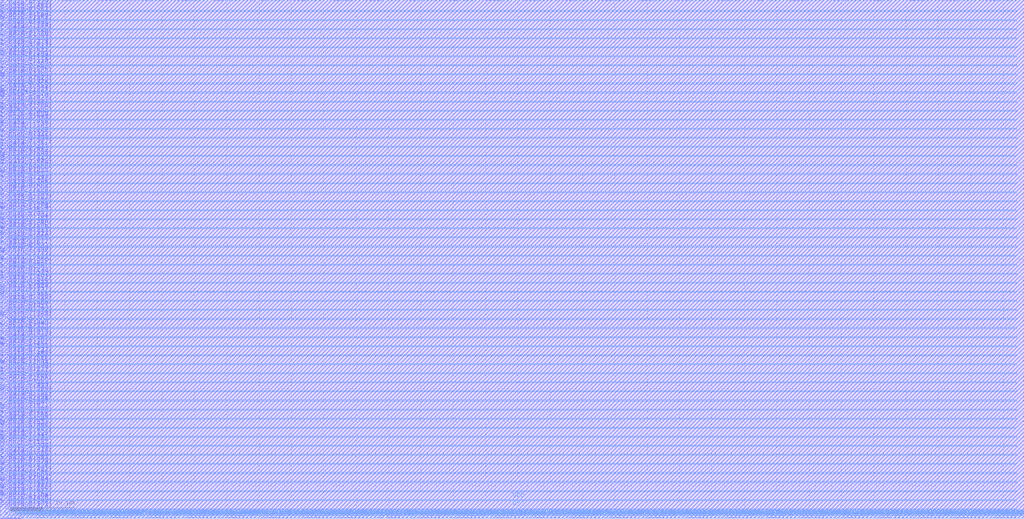
<source format=lef>
VERSION 5.8 ;
BUSBITCHARS "[]" ;
DIVIDERCHAR "/" ;
UNITS
    DATABASE MICRONS 2000 ;
END UNITS

MACRO bsg_mem_p542
  FOREIGN bsg_mem_p542 0 0 ;
  CLASS BLOCK ;
  SIZE 158.255 BY 80.13 ;
  PIN VSS
    USE GROUND ;
    DIRECTION INOUT ;
    PORT
      LAYER metal4 ;
        RECT  1.14 76.915 157.13 77.085 ;
        RECT  1.14 74.115 157.13 74.285 ;
        RECT  1.14 71.315 157.13 71.485 ;
        RECT  1.14 68.515 157.13 68.685 ;
        RECT  1.14 65.715 157.13 65.885 ;
        RECT  1.14 62.915 157.13 63.085 ;
        RECT  1.14 60.115 157.13 60.285 ;
        RECT  1.14 57.315 157.13 57.485 ;
        RECT  1.14 54.515 157.13 54.685 ;
        RECT  1.14 51.715 157.13 51.885 ;
        RECT  1.14 48.915 157.13 49.085 ;
        RECT  1.14 46.115 157.13 46.285 ;
        RECT  1.14 43.315 157.13 43.485 ;
        RECT  1.14 40.515 157.13 40.685 ;
        RECT  1.14 37.715 157.13 37.885 ;
        RECT  1.14 34.915 157.13 35.085 ;
        RECT  1.14 32.115 157.13 32.285 ;
        RECT  1.14 29.315 157.13 29.485 ;
        RECT  1.14 26.515 157.13 26.685 ;
        RECT  1.14 23.715 157.13 23.885 ;
        RECT  1.14 20.915 157.13 21.085 ;
        RECT  1.14 18.115 157.13 18.285 ;
        RECT  1.14 15.315 157.13 15.485 ;
        RECT  1.14 12.515 157.13 12.685 ;
        RECT  1.14 9.715 157.13 9.885 ;
        RECT  1.14 6.915 157.13 7.085 ;
        RECT  1.14 4.115 157.13 4.285 ;
        RECT  1.14 1.315 157.13 1.485 ;
    END
  END VSS
  PIN VDD
    USE POWER ;
    DIRECTION INOUT ;
    PORT
      LAYER metal4 ;
        RECT  1.14 78.315 157.13 78.485 ;
        RECT  1.14 75.515 157.13 75.685 ;
        RECT  1.14 72.715 157.13 72.885 ;
        RECT  1.14 69.915 157.13 70.085 ;
        RECT  1.14 67.115 157.13 67.285 ;
        RECT  1.14 64.315 157.13 64.485 ;
        RECT  1.14 61.515 157.13 61.685 ;
        RECT  1.14 58.715 157.13 58.885 ;
        RECT  1.14 55.915 157.13 56.085 ;
        RECT  1.14 53.115 157.13 53.285 ;
        RECT  1.14 50.315 157.13 50.485 ;
        RECT  1.14 47.515 157.13 47.685 ;
        RECT  1.14 44.715 157.13 44.885 ;
        RECT  1.14 41.915 157.13 42.085 ;
        RECT  1.14 39.115 157.13 39.285 ;
        RECT  1.14 36.315 157.13 36.485 ;
        RECT  1.14 33.515 157.13 33.685 ;
        RECT  1.14 30.715 157.13 30.885 ;
        RECT  1.14 27.915 157.13 28.085 ;
        RECT  1.14 25.115 157.13 25.285 ;
        RECT  1.14 22.315 157.13 22.485 ;
        RECT  1.14 19.515 157.13 19.685 ;
        RECT  1.14 16.715 157.13 16.885 ;
        RECT  1.14 13.915 157.13 14.085 ;
        RECT  1.14 11.115 157.13 11.285 ;
        RECT  1.14 8.315 157.13 8.485 ;
        RECT  1.14 5.515 157.13 5.685 ;
        RECT  1.14 2.715 157.13 2.885 ;
    END
  END VDD
  PIN r_addr_i
    DIRECTION INPUT ;
    USE SIGNAL ;
    PORT
      LAYER metal4 ;
        RECT  92.985 0 93.125 0.14 ;
    END
  END r_addr_i
  PIN r_data_o[0]
    DIRECTION OUTPUT ;
    USE SIGNAL ;
    PORT
      LAYER metal3 ;
        RECT  0 64.155 0.07 64.225 ;
    END
  END r_data_o[0]
  PIN r_data_o[100]
    DIRECTION OUTPUT ;
    USE SIGNAL ;
    PORT
      LAYER metal3 ;
        RECT  158.185 69.475 158.255 69.545 ;
    END
  END r_data_o[100]
  PIN r_data_o[101]
    DIRECTION OUTPUT ;
    USE SIGNAL ;
    PORT
      LAYER metal4 ;
        RECT  5.065 0 5.205 0.14 ;
    END
  END r_data_o[101]
  PIN r_data_o[102]
    DIRECTION OUTPUT ;
    USE SIGNAL ;
    PORT
      LAYER metal3 ;
        RECT  158.185 44.835 158.255 44.905 ;
    END
  END r_data_o[102]
  PIN r_data_o[103]
    DIRECTION OUTPUT ;
    USE SIGNAL ;
    PORT
      LAYER metal4 ;
        RECT  42.025 79.99 42.165 80.13 ;
    END
  END r_data_o[103]
  PIN r_data_o[104]
    DIRECTION OUTPUT ;
    USE SIGNAL ;
    PORT
      LAYER metal4 ;
        RECT  153.465 79.99 153.605 80.13 ;
    END
  END r_data_o[104]
  PIN r_data_o[105]
    DIRECTION OUTPUT ;
    USE SIGNAL ;
    PORT
      LAYER metal3 ;
        RECT  0 58.835 0.07 58.905 ;
    END
  END r_data_o[105]
  PIN r_data_o[106]
    DIRECTION OUTPUT ;
    USE SIGNAL ;
    PORT
      LAYER metal3 ;
        RECT  158.185 46.795 158.255 46.865 ;
    END
  END r_data_o[106]
  PIN r_data_o[107]
    DIRECTION OUTPUT ;
    USE SIGNAL ;
    PORT
      LAYER metal3 ;
        RECT  158.185 24.115 158.255 24.185 ;
    END
  END r_data_o[107]
  PIN r_data_o[108]
    DIRECTION OUTPUT ;
    USE SIGNAL ;
    PORT
      LAYER metal3 ;
        RECT  158.185 24.395 158.255 24.465 ;
    END
  END r_data_o[108]
  PIN r_data_o[109]
    DIRECTION OUTPUT ;
    USE SIGNAL ;
    PORT
      LAYER metal4 ;
        RECT  19.065 0 19.205 0.14 ;
    END
  END r_data_o[109]
  PIN r_data_o[10]
    DIRECTION OUTPUT ;
    USE SIGNAL ;
    PORT
      LAYER metal3 ;
        RECT  0 49.035 0.07 49.105 ;
    END
  END r_data_o[10]
  PIN r_data_o[110]
    DIRECTION OUTPUT ;
    USE SIGNAL ;
    PORT
      LAYER metal3 ;
        RECT  158.185 39.235 158.255 39.305 ;
    END
  END r_data_o[110]
  PIN r_data_o[111]
    DIRECTION OUTPUT ;
    USE SIGNAL ;
    PORT
      LAYER metal3 ;
        RECT  158.185 53.795 158.255 53.865 ;
    END
  END r_data_o[111]
  PIN r_data_o[112]
    DIRECTION OUTPUT ;
    USE SIGNAL ;
    PORT
      LAYER metal4 ;
        RECT  84.025 79.99 84.165 80.13 ;
    END
  END r_data_o[112]
  PIN r_data_o[113]
    DIRECTION OUTPUT ;
    USE SIGNAL ;
    PORT
      LAYER metal3 ;
        RECT  0 70.315 0.07 70.385 ;
    END
  END r_data_o[113]
  PIN r_data_o[114]
    DIRECTION OUTPUT ;
    USE SIGNAL ;
    PORT
      LAYER metal4 ;
        RECT  31.385 0 31.525 0.14 ;
    END
  END r_data_o[114]
  PIN r_data_o[115]
    DIRECTION OUTPUT ;
    USE SIGNAL ;
    PORT
      LAYER metal3 ;
        RECT  0 70.035 0.07 70.105 ;
    END
  END r_data_o[115]
  PIN r_data_o[116]
    DIRECTION OUTPUT ;
    USE SIGNAL ;
    PORT
      LAYER metal3 ;
        RECT  158.185 47.915 158.255 47.985 ;
    END
  END r_data_o[116]
  PIN r_data_o[117]
    DIRECTION OUTPUT ;
    USE SIGNAL ;
    PORT
      LAYER metal3 ;
        RECT  0 63.875 0.07 63.945 ;
    END
  END r_data_o[117]
  PIN r_data_o[118]
    DIRECTION OUTPUT ;
    USE SIGNAL ;
    PORT
      LAYER metal3 ;
        RECT  158.185 28.875 158.255 28.945 ;
    END
  END r_data_o[118]
  PIN r_data_o[119]
    DIRECTION OUTPUT ;
    USE SIGNAL ;
    PORT
      LAYER metal4 ;
        RECT  148.985 0 149.125 0.14 ;
    END
  END r_data_o[119]
  PIN r_data_o[11]
    DIRECTION OUTPUT ;
    USE SIGNAL ;
    PORT
      LAYER metal3 ;
        RECT  0 15.435 0.07 15.505 ;
    END
  END r_data_o[11]
  PIN r_data_o[120]
    DIRECTION OUTPUT ;
    USE SIGNAL ;
    PORT
      LAYER metal4 ;
        RECT  130.505 79.99 130.645 80.13 ;
    END
  END r_data_o[120]
  PIN r_data_o[121]
    DIRECTION OUTPUT ;
    USE SIGNAL ;
    PORT
      LAYER metal3 ;
        RECT  158.185 66.675 158.255 66.745 ;
    END
  END r_data_o[121]
  PIN r_data_o[122]
    DIRECTION OUTPUT ;
    USE SIGNAL ;
    PORT
      LAYER metal4 ;
        RECT  99.145 0 99.285 0.14 ;
    END
  END r_data_o[122]
  PIN r_data_o[123]
    DIRECTION OUTPUT ;
    USE SIGNAL ;
    PORT
      LAYER metal4 ;
        RECT  122.665 0 122.805 0.14 ;
    END
  END r_data_o[123]
  PIN r_data_o[124]
    DIRECTION OUTPUT ;
    USE SIGNAL ;
    PORT
      LAYER metal3 ;
        RECT  0 45.955 0.07 46.025 ;
    END
  END r_data_o[124]
  PIN r_data_o[125]
    DIRECTION OUTPUT ;
    USE SIGNAL ;
    PORT
      LAYER metal4 ;
        RECT  146.185 0 146.325 0.14 ;
    END
  END r_data_o[125]
  PIN r_data_o[126]
    DIRECTION OUTPUT ;
    USE SIGNAL ;
    PORT
      LAYER metal4 ;
        RECT  56.025 0 56.165 0.14 ;
    END
  END r_data_o[126]
  PIN r_data_o[127]
    DIRECTION OUTPUT ;
    USE SIGNAL ;
    PORT
      LAYER metal4 ;
        RECT  96.345 79.99 96.485 80.13 ;
    END
  END r_data_o[127]
  PIN r_data_o[128]
    DIRECTION OUTPUT ;
    USE SIGNAL ;
    PORT
      LAYER metal3 ;
        RECT  158.185 40.635 158.255 40.705 ;
    END
  END r_data_o[128]
  PIN r_data_o[129]
    DIRECTION OUTPUT ;
    USE SIGNAL ;
    PORT
      LAYER metal3 ;
        RECT  0 12.355 0.07 12.425 ;
    END
  END r_data_o[129]
  PIN r_data_o[12]
    DIRECTION OUTPUT ;
    USE SIGNAL ;
    PORT
      LAYER metal3 ;
        RECT  0 73.395 0.07 73.465 ;
    END
  END r_data_o[12]
  PIN r_data_o[130]
    DIRECTION OUTPUT ;
    USE SIGNAL ;
    PORT
      LAYER metal4 ;
        RECT  100.825 79.99 100.965 80.13 ;
    END
  END r_data_o[130]
  PIN r_data_o[131]
    DIRECTION OUTPUT ;
    USE SIGNAL ;
    PORT
      LAYER metal4 ;
        RECT  2.825 0 2.965 0.14 ;
    END
  END r_data_o[131]
  PIN r_data_o[132]
    DIRECTION OUTPUT ;
    USE SIGNAL ;
    PORT
      LAYER metal4 ;
        RECT  125.465 0 125.605 0.14 ;
    END
  END r_data_o[132]
  PIN r_data_o[133]
    DIRECTION OUTPUT ;
    USE SIGNAL ;
    PORT
      LAYER metal3 ;
        RECT  0 68.355 0.07 68.425 ;
    END
  END r_data_o[133]
  PIN r_data_o[134]
    DIRECTION OUTPUT ;
    USE SIGNAL ;
    PORT
      LAYER metal3 ;
        RECT  158.185 74.235 158.255 74.305 ;
    END
  END r_data_o[134]
  PIN r_data_o[135]
    DIRECTION OUTPUT ;
    USE SIGNAL ;
    PORT
      LAYER metal4 ;
        RECT  37.545 0 37.685 0.14 ;
    END
  END r_data_o[135]
  PIN r_data_o[136]
    DIRECTION OUTPUT ;
    USE SIGNAL ;
    PORT
      LAYER metal4 ;
        RECT  64.425 0 64.565 0.14 ;
    END
  END r_data_o[136]
  PIN r_data_o[137]
    DIRECTION OUTPUT ;
    USE SIGNAL ;
    PORT
      LAYER metal3 ;
        RECT  0 48.755 0.07 48.825 ;
    END
  END r_data_o[137]
  PIN r_data_o[138]
    DIRECTION OUTPUT ;
    USE SIGNAL ;
    PORT
      LAYER metal3 ;
        RECT  158.185 70.595 158.255 70.665 ;
    END
  END r_data_o[138]
  PIN r_data_o[139]
    DIRECTION OUTPUT ;
    USE SIGNAL ;
    PORT
      LAYER metal4 ;
        RECT  3.385 79.99 3.525 80.13 ;
    END
  END r_data_o[139]
  PIN r_data_o[13]
    DIRECTION OUTPUT ;
    USE SIGNAL ;
    PORT
      LAYER metal3 ;
        RECT  0 76.195 0.07 76.265 ;
    END
  END r_data_o[13]
  PIN r_data_o[140]
    DIRECTION OUTPUT ;
    USE SIGNAL ;
    PORT
      LAYER metal3 ;
        RECT  0 37.555 0.07 37.625 ;
    END
  END r_data_o[140]
  PIN r_data_o[141]
    DIRECTION OUTPUT ;
    USE SIGNAL ;
    PORT
      LAYER metal4 ;
        RECT  127.705 0 127.845 0.14 ;
    END
  END r_data_o[141]
  PIN r_data_o[142]
    DIRECTION OUTPUT ;
    USE SIGNAL ;
    PORT
      LAYER metal3 ;
        RECT  158.185 56.595 158.255 56.665 ;
    END
  END r_data_o[142]
  PIN r_data_o[143]
    DIRECTION OUTPUT ;
    USE SIGNAL ;
    PORT
      LAYER metal4 ;
        RECT  87.945 79.99 88.085 80.13 ;
    END
  END r_data_o[143]
  PIN r_data_o[144]
    DIRECTION OUTPUT ;
    USE SIGNAL ;
    PORT
      LAYER metal4 ;
        RECT  64.985 79.99 65.125 80.13 ;
    END
  END r_data_o[144]
  PIN r_data_o[145]
    DIRECTION OUTPUT ;
    USE SIGNAL ;
    PORT
      LAYER metal4 ;
        RECT  109.225 79.99 109.365 80.13 ;
    END
  END r_data_o[145]
  PIN r_data_o[146]
    DIRECTION OUTPUT ;
    USE SIGNAL ;
    PORT
      LAYER metal3 ;
        RECT  158.185 8.435 158.255 8.505 ;
    END
  END r_data_o[146]
  PIN r_data_o[147]
    DIRECTION OUTPUT ;
    USE SIGNAL ;
    PORT
      LAYER metal3 ;
        RECT  0 78.715 0.07 78.785 ;
    END
  END r_data_o[147]
  PIN r_data_o[148]
    DIRECTION OUTPUT ;
    USE SIGNAL ;
    PORT
      LAYER metal3 ;
        RECT  0 31.675 0.07 31.745 ;
    END
  END r_data_o[148]
  PIN r_data_o[149]
    DIRECTION OUTPUT ;
    USE SIGNAL ;
    PORT
      LAYER metal3 ;
        RECT  158.185 31.395 158.255 31.465 ;
    END
  END r_data_o[149]
  PIN r_data_o[14]
    DIRECTION OUTPUT ;
    USE SIGNAL ;
    PORT
      LAYER metal3 ;
        RECT  0 50.995 0.07 51.065 ;
    END
  END r_data_o[14]
  PIN r_data_o[150]
    DIRECTION OUTPUT ;
    USE SIGNAL ;
    PORT
      LAYER metal3 ;
        RECT  158.185 70.875 158.255 70.945 ;
    END
  END r_data_o[150]
  PIN r_data_o[151]
    DIRECTION OUTPUT ;
    USE SIGNAL ;
    PORT
      LAYER metal4 ;
        RECT  38.665 79.99 38.805 80.13 ;
    END
  END r_data_o[151]
  PIN r_data_o[152]
    DIRECTION OUTPUT ;
    USE SIGNAL ;
    PORT
      LAYER metal4 ;
        RECT  86.265 0 86.405 0.14 ;
    END
  END r_data_o[152]
  PIN r_data_o[153]
    DIRECTION OUTPUT ;
    USE SIGNAL ;
    PORT
      LAYER metal3 ;
        RECT  158.185 26.635 158.255 26.705 ;
    END
  END r_data_o[153]
  PIN r_data_o[154]
    DIRECTION OUTPUT ;
    USE SIGNAL ;
    PORT
      LAYER metal3 ;
        RECT  0 1.715 0.07 1.785 ;
    END
  END r_data_o[154]
  PIN r_data_o[155]
    DIRECTION OUTPUT ;
    USE SIGNAL ;
    PORT
      LAYER metal3 ;
        RECT  158.185 26.355 158.255 26.425 ;
    END
  END r_data_o[155]
  PIN r_data_o[156]
    DIRECTION OUTPUT ;
    USE SIGNAL ;
    PORT
      LAYER metal4 ;
        RECT  142.825 79.99 142.965 80.13 ;
    END
  END r_data_o[156]
  PIN r_data_o[157]
    DIRECTION OUTPUT ;
    USE SIGNAL ;
    PORT
      LAYER metal3 ;
        RECT  158.185 12.635 158.255 12.705 ;
    END
  END r_data_o[157]
  PIN r_data_o[158]
    DIRECTION OUTPUT ;
    USE SIGNAL ;
    PORT
      LAYER metal4 ;
        RECT  35.305 0 35.445 0.14 ;
    END
  END r_data_o[158]
  PIN r_data_o[159]
    DIRECTION OUTPUT ;
    USE SIGNAL ;
    PORT
      LAYER metal4 ;
        RECT  97.465 79.99 97.605 80.13 ;
    END
  END r_data_o[159]
  PIN r_data_o[15]
    DIRECTION OUTPUT ;
    USE SIGNAL ;
    PORT
      LAYER metal3 ;
        RECT  158.185 36.995 158.255 37.065 ;
    END
  END r_data_o[15]
  PIN r_data_o[160]
    DIRECTION OUTPUT ;
    USE SIGNAL ;
    PORT
      LAYER metal3 ;
        RECT  158.185 60.515 158.255 60.585 ;
    END
  END r_data_o[160]
  PIN r_data_o[161]
    DIRECTION OUTPUT ;
    USE SIGNAL ;
    PORT
      LAYER metal4 ;
        RECT  82.905 79.99 83.045 80.13 ;
    END
  END r_data_o[161]
  PIN r_data_o[162]
    DIRECTION OUTPUT ;
    USE SIGNAL ;
    PORT
      LAYER metal4 ;
        RECT  21.865 79.99 22.005 80.13 ;
    END
  END r_data_o[162]
  PIN r_data_o[163]
    DIRECTION OUTPUT ;
    USE SIGNAL ;
    PORT
      LAYER metal4 ;
        RECT  3.945 79.99 4.085 80.13 ;
    END
  END r_data_o[163]
  PIN r_data_o[164]
    DIRECTION OUTPUT ;
    USE SIGNAL ;
    PORT
      LAYER metal3 ;
        RECT  0 69.195 0.07 69.265 ;
    END
  END r_data_o[164]
  PIN r_data_o[165]
    DIRECTION OUTPUT ;
    USE SIGNAL ;
    PORT
      LAYER metal4 ;
        RECT  154.025 0 154.165 0.14 ;
    END
  END r_data_o[165]
  PIN r_data_o[166]
    DIRECTION OUTPUT ;
    USE SIGNAL ;
    PORT
      LAYER metal4 ;
        RECT  151.785 79.99 151.925 80.13 ;
    END
  END r_data_o[166]
  PIN r_data_o[167]
    DIRECTION OUTPUT ;
    USE SIGNAL ;
    PORT
      LAYER metal4 ;
        RECT  48.745 79.99 48.885 80.13 ;
    END
  END r_data_o[167]
  PIN r_data_o[168]
    DIRECTION OUTPUT ;
    USE SIGNAL ;
    PORT
      LAYER metal3 ;
        RECT  158.185 56.315 158.255 56.385 ;
    END
  END r_data_o[168]
  PIN r_data_o[169]
    DIRECTION OUTPUT ;
    USE SIGNAL ;
    PORT
      LAYER metal4 ;
        RECT  86.825 0 86.965 0.14 ;
    END
  END r_data_o[169]
  PIN r_data_o[16]
    DIRECTION OUTPUT ;
    USE SIGNAL ;
    PORT
      LAYER metal4 ;
        RECT  67.225 79.99 67.365 80.13 ;
    END
  END r_data_o[16]
  PIN r_data_o[170]
    DIRECTION OUTPUT ;
    USE SIGNAL ;
    PORT
      LAYER metal4 ;
        RECT  103.625 79.99 103.765 80.13 ;
    END
  END r_data_o[170]
  PIN r_data_o[171]
    DIRECTION OUTPUT ;
    USE SIGNAL ;
    PORT
      LAYER metal3 ;
        RECT  158.185 38.955 158.255 39.025 ;
    END
  END r_data_o[171]
  PIN r_data_o[172]
    DIRECTION OUTPUT ;
    USE SIGNAL ;
    PORT
      LAYER metal4 ;
        RECT  110.345 79.99 110.485 80.13 ;
    END
  END r_data_o[172]
  PIN r_data_o[173]
    DIRECTION OUTPUT ;
    USE SIGNAL ;
    PORT
      LAYER metal3 ;
        RECT  158.185 29.155 158.255 29.225 ;
    END
  END r_data_o[173]
  PIN r_data_o[174]
    DIRECTION OUTPUT ;
    USE SIGNAL ;
    PORT
      LAYER metal3 ;
        RECT  158.185 0.875 158.255 0.945 ;
    END
  END r_data_o[174]
  PIN r_data_o[175]
    DIRECTION OUTPUT ;
    USE SIGNAL ;
    PORT
      LAYER metal3 ;
        RECT  158.185 5.915 158.255 5.985 ;
    END
  END r_data_o[175]
  PIN r_data_o[176]
    DIRECTION OUTPUT ;
    USE SIGNAL ;
    PORT
      LAYER metal4 ;
        RECT  144.505 79.99 144.645 80.13 ;
    END
  END r_data_o[176]
  PIN r_data_o[177]
    DIRECTION OUTPUT ;
    USE SIGNAL ;
    PORT
      LAYER metal3 ;
        RECT  0 71.995 0.07 72.065 ;
    END
  END r_data_o[177]
  PIN r_data_o[178]
    DIRECTION OUTPUT ;
    USE SIGNAL ;
    PORT
      LAYER metal4 ;
        RECT  58.265 0 58.405 0.14 ;
    END
  END r_data_o[178]
  PIN r_data_o[179]
    DIRECTION OUTPUT ;
    USE SIGNAL ;
    PORT
      LAYER metal4 ;
        RECT  124.345 0 124.485 0.14 ;
    END
  END r_data_o[179]
  PIN r_data_o[17]
    DIRECTION OUTPUT ;
    USE SIGNAL ;
    PORT
      LAYER metal3 ;
        RECT  158.185 65.275 158.255 65.345 ;
    END
  END r_data_o[17]
  PIN r_data_o[180]
    DIRECTION OUTPUT ;
    USE SIGNAL ;
    PORT
      LAYER metal3 ;
        RECT  158.185 63.595 158.255 63.665 ;
    END
  END r_data_o[180]
  PIN r_data_o[181]
    DIRECTION OUTPUT ;
    USE SIGNAL ;
    PORT
      LAYER metal3 ;
        RECT  158.185 3.115 158.255 3.185 ;
    END
  END r_data_o[181]
  PIN r_data_o[182]
    DIRECTION OUTPUT ;
    USE SIGNAL ;
    PORT
      LAYER metal4 ;
        RECT  156.265 0 156.405 0.14 ;
    END
  END r_data_o[182]
  PIN r_data_o[183]
    DIRECTION OUTPUT ;
    USE SIGNAL ;
    PORT
      LAYER metal3 ;
        RECT  158.185 47.635 158.255 47.705 ;
    END
  END r_data_o[183]
  PIN r_data_o[184]
    DIRECTION OUTPUT ;
    USE SIGNAL ;
    PORT
      LAYER metal4 ;
        RECT  110.905 0 111.045 0.14 ;
    END
  END r_data_o[184]
  PIN r_data_o[185]
    DIRECTION OUTPUT ;
    USE SIGNAL ;
    PORT
      LAYER metal3 ;
        RECT  158.185 18.515 158.255 18.585 ;
    END
  END r_data_o[185]
  PIN r_data_o[186]
    DIRECTION OUTPUT ;
    USE SIGNAL ;
    PORT
      LAYER metal4 ;
        RECT  94.105 79.99 94.245 80.13 ;
    END
  END r_data_o[186]
  PIN r_data_o[187]
    DIRECTION OUTPUT ;
    USE SIGNAL ;
    PORT
      LAYER metal4 ;
        RECT  57.705 79.99 57.845 80.13 ;
    END
  END r_data_o[187]
  PIN r_data_o[188]
    DIRECTION OUTPUT ;
    USE SIGNAL ;
    PORT
      LAYER metal4 ;
        RECT  155.705 79.99 155.845 80.13 ;
    END
  END r_data_o[188]
  PIN r_data_o[189]
    DIRECTION OUTPUT ;
    USE SIGNAL ;
    PORT
      LAYER metal4 ;
        RECT  61.625 0 61.765 0.14 ;
    END
  END r_data_o[189]
  PIN r_data_o[18]
    DIRECTION OUTPUT ;
    USE SIGNAL ;
    PORT
      LAYER metal3 ;
        RECT  0 48.195 0.07 48.265 ;
    END
  END r_data_o[18]
  PIN r_data_o[190]
    DIRECTION OUTPUT ;
    USE SIGNAL ;
    PORT
      LAYER metal3 ;
        RECT  0 24.955 0.07 25.025 ;
    END
  END r_data_o[190]
  PIN r_data_o[191]
    DIRECTION OUTPUT ;
    USE SIGNAL ;
    PORT
      LAYER metal3 ;
        RECT  0 31.395 0.07 31.465 ;
    END
  END r_data_o[191]
  PIN r_data_o[192]
    DIRECTION OUTPUT ;
    USE SIGNAL ;
    PORT
      LAYER metal4 ;
        RECT  122.665 79.99 122.805 80.13 ;
    END
  END r_data_o[192]
  PIN r_data_o[193]
    DIRECTION OUTPUT ;
    USE SIGNAL ;
    PORT
      LAYER metal3 ;
        RECT  158.185 40.355 158.255 40.425 ;
    END
  END r_data_o[193]
  PIN r_data_o[194]
    DIRECTION OUTPUT ;
    USE SIGNAL ;
    PORT
      LAYER metal3 ;
        RECT  158.185 5.355 158.255 5.425 ;
    END
  END r_data_o[194]
  PIN r_data_o[195]
    DIRECTION OUTPUT ;
    USE SIGNAL ;
    PORT
      LAYER metal3 ;
        RECT  0 3.675 0.07 3.745 ;
    END
  END r_data_o[195]
  PIN r_data_o[196]
    DIRECTION OUTPUT ;
    USE SIGNAL ;
    PORT
      LAYER metal4 ;
        RECT  87.945 0 88.085 0.14 ;
    END
  END r_data_o[196]
  PIN r_data_o[197]
    DIRECTION OUTPUT ;
    USE SIGNAL ;
    PORT
      LAYER metal3 ;
        RECT  158.185 56.035 158.255 56.105 ;
    END
  END r_data_o[197]
  PIN r_data_o[198]
    DIRECTION OUTPUT ;
    USE SIGNAL ;
    PORT
      LAYER metal4 ;
        RECT  29.145 0 29.285 0.14 ;
    END
  END r_data_o[198]
  PIN r_data_o[199]
    DIRECTION OUTPUT ;
    USE SIGNAL ;
    PORT
      LAYER metal4 ;
        RECT  25.225 0 25.365 0.14 ;
    END
  END r_data_o[199]
  PIN r_data_o[19]
    DIRECTION OUTPUT ;
    USE SIGNAL ;
    PORT
      LAYER metal3 ;
        RECT  0 77.035 0.07 77.105 ;
    END
  END r_data_o[19]
  PIN r_data_o[1]
    DIRECTION OUTPUT ;
    USE SIGNAL ;
    PORT
      LAYER metal3 ;
        RECT  0 56.595 0.07 56.665 ;
    END
  END r_data_o[1]
  PIN r_data_o[200]
    DIRECTION OUTPUT ;
    USE SIGNAL ;
    PORT
      LAYER metal4 ;
        RECT  143.385 79.99 143.525 80.13 ;
    END
  END r_data_o[200]
  PIN r_data_o[201]
    DIRECTION OUTPUT ;
    USE SIGNAL ;
    PORT
      LAYER metal3 ;
        RECT  158.185 49.315 158.255 49.385 ;
    END
  END r_data_o[201]
  PIN r_data_o[202]
    DIRECTION OUTPUT ;
    USE SIGNAL ;
    PORT
      LAYER metal3 ;
        RECT  158.185 18.795 158.255 18.865 ;
    END
  END r_data_o[202]
  PIN r_data_o[203]
    DIRECTION OUTPUT ;
    USE SIGNAL ;
    PORT
      LAYER metal4 ;
        RECT  22.425 79.99 22.565 80.13 ;
    END
  END r_data_o[203]
  PIN r_data_o[204]
    DIRECTION OUTPUT ;
    USE SIGNAL ;
    PORT
      LAYER metal3 ;
        RECT  0 29.995 0.07 30.065 ;
    END
  END r_data_o[204]
  PIN r_data_o[205]
    DIRECTION OUTPUT ;
    USE SIGNAL ;
    PORT
      LAYER metal4 ;
        RECT  50.425 0 50.565 0.14 ;
    END
  END r_data_o[205]
  PIN r_data_o[206]
    DIRECTION OUTPUT ;
    USE SIGNAL ;
    PORT
      LAYER metal4 ;
        RECT  121.545 0 121.685 0.14 ;
    END
  END r_data_o[206]
  PIN r_data_o[207]
    DIRECTION OUTPUT ;
    USE SIGNAL ;
    PORT
      LAYER metal3 ;
        RECT  158.185 19.075 158.255 19.145 ;
    END
  END r_data_o[207]
  PIN r_data_o[208]
    DIRECTION OUTPUT ;
    USE SIGNAL ;
    PORT
      LAYER metal3 ;
        RECT  158.185 57.435 158.255 57.505 ;
    END
  END r_data_o[208]
  PIN r_data_o[209]
    DIRECTION OUTPUT ;
    USE SIGNAL ;
    PORT
      LAYER metal3 ;
        RECT  0 44.555 0.07 44.625 ;
    END
  END r_data_o[209]
  PIN r_data_o[20]
    DIRECTION OUTPUT ;
    USE SIGNAL ;
    PORT
      LAYER metal3 ;
        RECT  0 15.995 0.07 16.065 ;
    END
  END r_data_o[20]
  PIN r_data_o[210]
    DIRECTION OUTPUT ;
    USE SIGNAL ;
    PORT
      LAYER metal4 ;
        RECT  26.345 79.99 26.485 80.13 ;
    END
  END r_data_o[210]
  PIN r_data_o[211]
    DIRECTION OUTPUT ;
    USE SIGNAL ;
    PORT
      LAYER metal3 ;
        RECT  0 41.475 0.07 41.545 ;
    END
  END r_data_o[211]
  PIN r_data_o[212]
    DIRECTION OUTPUT ;
    USE SIGNAL ;
    PORT
      LAYER metal4 ;
        RECT  87.385 79.99 87.525 80.13 ;
    END
  END r_data_o[212]
  PIN r_data_o[213]
    DIRECTION OUTPUT ;
    USE SIGNAL ;
    PORT
      LAYER metal3 ;
        RECT  0 43.715 0.07 43.785 ;
    END
  END r_data_o[213]
  PIN r_data_o[214]
    DIRECTION OUTPUT ;
    USE SIGNAL ;
    PORT
      LAYER metal3 ;
        RECT  0 72.835 0.07 72.905 ;
    END
  END r_data_o[214]
  PIN r_data_o[215]
    DIRECTION OUTPUT ;
    USE SIGNAL ;
    PORT
      LAYER metal4 ;
        RECT  108.105 79.99 108.245 80.13 ;
    END
  END r_data_o[215]
  PIN r_data_o[216]
    DIRECTION OUTPUT ;
    USE SIGNAL ;
    PORT
      LAYER metal4 ;
        RECT  150.105 0 150.245 0.14 ;
    END
  END r_data_o[216]
  PIN r_data_o[217]
    DIRECTION OUTPUT ;
    USE SIGNAL ;
    PORT
      LAYER metal3 ;
        RECT  158.185 5.635 158.255 5.705 ;
    END
  END r_data_o[217]
  PIN r_data_o[218]
    DIRECTION OUTPUT ;
    USE SIGNAL ;
    PORT
      LAYER metal3 ;
        RECT  0 75.075 0.07 75.145 ;
    END
  END r_data_o[218]
  PIN r_data_o[219]
    DIRECTION OUTPUT ;
    USE SIGNAL ;
    PORT
      LAYER metal4 ;
        RECT  95.785 79.99 95.925 80.13 ;
    END
  END r_data_o[219]
  PIN r_data_o[21]
    DIRECTION OUTPUT ;
    USE SIGNAL ;
    PORT
      LAYER metal3 ;
        RECT  158.185 17.395 158.255 17.465 ;
    END
  END r_data_o[21]
  PIN r_data_o[220]
    DIRECTION OUTPUT ;
    USE SIGNAL ;
    PORT
      LAYER metal4 ;
        RECT  91.305 0 91.445 0.14 ;
    END
  END r_data_o[220]
  PIN r_data_o[221]
    DIRECTION OUTPUT ;
    USE SIGNAL ;
    PORT
      LAYER metal4 ;
        RECT  121.545 79.99 121.685 80.13 ;
    END
  END r_data_o[221]
  PIN r_data_o[222]
    DIRECTION OUTPUT ;
    USE SIGNAL ;
    PORT
      LAYER metal3 ;
        RECT  0 35.595 0.07 35.665 ;
    END
  END r_data_o[222]
  PIN r_data_o[223]
    DIRECTION OUTPUT ;
    USE SIGNAL ;
    PORT
      LAYER metal3 ;
        RECT  0 38.675 0.07 38.745 ;
    END
  END r_data_o[223]
  PIN r_data_o[224]
    DIRECTION OUTPUT ;
    USE SIGNAL ;
    PORT
      LAYER metal4 ;
        RECT  43.705 79.99 43.845 80.13 ;
    END
  END r_data_o[224]
  PIN r_data_o[225]
    DIRECTION OUTPUT ;
    USE SIGNAL ;
    PORT
      LAYER metal4 ;
        RECT  58.825 79.99 58.965 80.13 ;
    END
  END r_data_o[225]
  PIN r_data_o[226]
    DIRECTION OUTPUT ;
    USE SIGNAL ;
    PORT
      LAYER metal4 ;
        RECT  43.145 0 43.285 0.14 ;
    END
  END r_data_o[226]
  PIN r_data_o[227]
    DIRECTION OUTPUT ;
    USE SIGNAL ;
    PORT
      LAYER metal4 ;
        RECT  89.625 79.99 89.765 80.13 ;
    END
  END r_data_o[227]
  PIN r_data_o[228]
    DIRECTION OUTPUT ;
    USE SIGNAL ;
    PORT
      LAYER metal4 ;
        RECT  62.185 79.99 62.325 80.13 ;
    END
  END r_data_o[228]
  PIN r_data_o[229]
    DIRECTION OUTPUT ;
    USE SIGNAL ;
    PORT
      LAYER metal4 ;
        RECT  106.425 0 106.565 0.14 ;
    END
  END r_data_o[229]
  PIN r_data_o[22]
    DIRECTION OUTPUT ;
    USE SIGNAL ;
    PORT
      LAYER metal3 ;
        RECT  158.185 22.155 158.255 22.225 ;
    END
  END r_data_o[22]
  PIN r_data_o[230]
    DIRECTION OUTPUT ;
    USE SIGNAL ;
    PORT
      LAYER metal3 ;
        RECT  0 61.635 0.07 61.705 ;
    END
  END r_data_o[230]
  PIN r_data_o[231]
    DIRECTION OUTPUT ;
    USE SIGNAL ;
    PORT
      LAYER metal4 ;
        RECT  60.505 79.99 60.645 80.13 ;
    END
  END r_data_o[231]
  PIN r_data_o[232]
    DIRECTION OUTPUT ;
    USE SIGNAL ;
    PORT
      LAYER metal3 ;
        RECT  0 54.355 0.07 54.425 ;
    END
  END r_data_o[232]
  PIN r_data_o[233]
    DIRECTION OUTPUT ;
    USE SIGNAL ;
    PORT
      LAYER metal4 ;
        RECT  1.145 0 1.285 0.14 ;
    END
  END r_data_o[233]
  PIN r_data_o[234]
    DIRECTION OUTPUT ;
    USE SIGNAL ;
    PORT
      LAYER metal4 ;
        RECT  113.705 79.99 113.845 80.13 ;
    END
  END r_data_o[234]
  PIN r_data_o[235]
    DIRECTION OUTPUT ;
    USE SIGNAL ;
    PORT
      LAYER metal3 ;
        RECT  0 13.195 0.07 13.265 ;
    END
  END r_data_o[235]
  PIN r_data_o[236]
    DIRECTION OUTPUT ;
    USE SIGNAL ;
    PORT
      LAYER metal3 ;
        RECT  0 17.395 0.07 17.465 ;
    END
  END r_data_o[236]
  PIN r_data_o[237]
    DIRECTION OUTPUT ;
    USE SIGNAL ;
    PORT
      LAYER metal3 ;
        RECT  0 25.235 0.07 25.305 ;
    END
  END r_data_o[237]
  PIN r_data_o[238]
    DIRECTION OUTPUT ;
    USE SIGNAL ;
    PORT
      LAYER metal3 ;
        RECT  158.185 55.475 158.255 55.545 ;
    END
  END r_data_o[238]
  PIN r_data_o[239]
    DIRECTION OUTPUT ;
    USE SIGNAL ;
    PORT
      LAYER metal3 ;
        RECT  0 38.955 0.07 39.025 ;
    END
  END r_data_o[239]
  PIN r_data_o[23]
    DIRECTION OUTPUT ;
    USE SIGNAL ;
    PORT
      LAYER metal3 ;
        RECT  158.185 75.635 158.255 75.705 ;
    END
  END r_data_o[23]
  PIN r_data_o[240]
    DIRECTION OUTPUT ;
    USE SIGNAL ;
    PORT
      LAYER metal4 ;
        RECT  116.505 0 116.645 0.14 ;
    END
  END r_data_o[240]
  PIN r_data_o[241]
    DIRECTION OUTPUT ;
    USE SIGNAL ;
    PORT
      LAYER metal3 ;
        RECT  0 36.995 0.07 37.065 ;
    END
  END r_data_o[241]
  PIN r_data_o[242]
    DIRECTION OUTPUT ;
    USE SIGNAL ;
    PORT
      LAYER metal4 ;
        RECT  34.185 0 34.325 0.14 ;
    END
  END r_data_o[242]
  PIN r_data_o[243]
    DIRECTION OUTPUT ;
    USE SIGNAL ;
    PORT
      LAYER metal4 ;
        RECT  36.985 0 37.125 0.14 ;
    END
  END r_data_o[243]
  PIN r_data_o[244]
    DIRECTION OUTPUT ;
    USE SIGNAL ;
    PORT
      LAYER metal4 ;
        RECT  89.625 0 89.765 0.14 ;
    END
  END r_data_o[244]
  PIN r_data_o[245]
    DIRECTION OUTPUT ;
    USE SIGNAL ;
    PORT
      LAYER metal4 ;
        RECT  2.825 79.99 2.965 80.13 ;
    END
  END r_data_o[245]
  PIN r_data_o[246]
    DIRECTION OUTPUT ;
    USE SIGNAL ;
    PORT
      LAYER metal3 ;
        RECT  158.185 62.755 158.255 62.825 ;
    END
  END r_data_o[246]
  PIN r_data_o[247]
    DIRECTION OUTPUT ;
    USE SIGNAL ;
    PORT
      LAYER metal4 ;
        RECT  75.065 79.99 75.205 80.13 ;
    END
  END r_data_o[247]
  PIN r_data_o[248]
    DIRECTION OUTPUT ;
    USE SIGNAL ;
    PORT
      LAYER metal3 ;
        RECT  0 24.115 0.07 24.185 ;
    END
  END r_data_o[248]
  PIN r_data_o[249]
    DIRECTION OUTPUT ;
    USE SIGNAL ;
    PORT
      LAYER metal4 ;
        RECT  156.265 79.99 156.405 80.13 ;
    END
  END r_data_o[249]
  PIN r_data_o[24]
    DIRECTION OUTPUT ;
    USE SIGNAL ;
    PORT
      LAYER metal3 ;
        RECT  158.185 48.195 158.255 48.265 ;
    END
  END r_data_o[24]
  PIN r_data_o[250]
    DIRECTION OUTPUT ;
    USE SIGNAL ;
    PORT
      LAYER metal3 ;
        RECT  0 62.195 0.07 62.265 ;
    END
  END r_data_o[250]
  PIN r_data_o[251]
    DIRECTION OUTPUT ;
    USE SIGNAL ;
    PORT
      LAYER metal3 ;
        RECT  0 21.035 0.07 21.105 ;
    END
  END r_data_o[251]
  PIN r_data_o[252]
    DIRECTION OUTPUT ;
    USE SIGNAL ;
    PORT
      LAYER metal3 ;
        RECT  0 21.315 0.07 21.385 ;
    END
  END r_data_o[252]
  PIN r_data_o[253]
    DIRECTION OUTPUT ;
    USE SIGNAL ;
    PORT
      LAYER metal4 ;
        RECT  55.465 79.99 55.605 80.13 ;
    END
  END r_data_o[253]
  PIN r_data_o[254]
    DIRECTION OUTPUT ;
    USE SIGNAL ;
    PORT
      LAYER metal3 ;
        RECT  0 53.795 0.07 53.865 ;
    END
  END r_data_o[254]
  PIN r_data_o[255]
    DIRECTION OUTPUT ;
    USE SIGNAL ;
    PORT
      LAYER metal4 ;
        RECT  125.465 79.99 125.605 80.13 ;
    END
  END r_data_o[255]
  PIN r_data_o[256]
    DIRECTION OUTPUT ;
    USE SIGNAL ;
    PORT
      LAYER metal4 ;
        RECT  50.425 79.99 50.565 80.13 ;
    END
  END r_data_o[256]
  PIN r_data_o[257]
    DIRECTION OUTPUT ;
    USE SIGNAL ;
    PORT
      LAYER metal4 ;
        RECT  134.425 0 134.565 0.14 ;
    END
  END r_data_o[257]
  PIN r_data_o[258]
    DIRECTION OUTPUT ;
    USE SIGNAL ;
    PORT
      LAYER metal4 ;
        RECT  110.905 79.99 111.045 80.13 ;
    END
  END r_data_o[258]
  PIN r_data_o[259]
    DIRECTION OUTPUT ;
    USE SIGNAL ;
    PORT
      LAYER metal3 ;
        RECT  158.185 1.435 158.255 1.505 ;
    END
  END r_data_o[259]
  PIN r_data_o[25]
    DIRECTION OUTPUT ;
    USE SIGNAL ;
    PORT
      LAYER metal4 ;
        RECT  26.345 0 26.485 0.14 ;
    END
  END r_data_o[25]
  PIN r_data_o[260]
    DIRECTION OUTPUT ;
    USE SIGNAL ;
    PORT
      LAYER metal3 ;
        RECT  0 48.475 0.07 48.545 ;
    END
  END r_data_o[260]
  PIN r_data_o[261]
    DIRECTION OUTPUT ;
    USE SIGNAL ;
    PORT
      LAYER metal3 ;
        RECT  0 38.115 0.07 38.185 ;
    END
  END r_data_o[261]
  PIN r_data_o[262]
    DIRECTION OUTPUT ;
    USE SIGNAL ;
    PORT
      LAYER metal3 ;
        RECT  158.185 46.515 158.255 46.585 ;
    END
  END r_data_o[262]
  PIN r_data_o[263]
    DIRECTION OUTPUT ;
    USE SIGNAL ;
    PORT
      LAYER metal3 ;
        RECT  0 5.635 0.07 5.705 ;
    END
  END r_data_o[263]
  PIN r_data_o[264]
    DIRECTION OUTPUT ;
    USE SIGNAL ;
    PORT
      LAYER metal3 ;
        RECT  0 45.115 0.07 45.185 ;
    END
  END r_data_o[264]
  PIN r_data_o[265]
    DIRECTION OUTPUT ;
    USE SIGNAL ;
    PORT
      LAYER metal4 ;
        RECT  26.905 0 27.045 0.14 ;
    END
  END r_data_o[265]
  PIN r_data_o[266]
    DIRECTION OUTPUT ;
    USE SIGNAL ;
    PORT
      LAYER metal4 ;
        RECT  45.385 0 45.525 0.14 ;
    END
  END r_data_o[266]
  PIN r_data_o[267]
    DIRECTION OUTPUT ;
    USE SIGNAL ;
    PORT
      LAYER metal4 ;
        RECT  138.345 0 138.485 0.14 ;
    END
  END r_data_o[267]
  PIN r_data_o[268]
    DIRECTION OUTPUT ;
    USE SIGNAL ;
    PORT
      LAYER metal3 ;
        RECT  158.185 76.475 158.255 76.545 ;
    END
  END r_data_o[268]
  PIN r_data_o[269]
    DIRECTION OUTPUT ;
    USE SIGNAL ;
    PORT
      LAYER metal3 ;
        RECT  158.185 52.675 158.255 52.745 ;
    END
  END r_data_o[269]
  PIN r_data_o[26]
    DIRECTION OUTPUT ;
    USE SIGNAL ;
    PORT
      LAYER metal4 ;
        RECT  143.945 0 144.085 0.14 ;
    END
  END r_data_o[26]
  PIN r_data_o[270]
    DIRECTION OUTPUT ;
    USE SIGNAL ;
    PORT
      LAYER metal4 ;
        RECT  52.665 0 52.805 0.14 ;
    END
  END r_data_o[270]
  PIN r_data_o[271]
    DIRECTION OUTPUT ;
    USE SIGNAL ;
    PORT
      LAYER metal3 ;
        RECT  0 22.155 0.07 22.225 ;
    END
  END r_data_o[271]
  PIN r_data_o[272]
    DIRECTION OUTPUT ;
    USE SIGNAL ;
    PORT
      LAYER metal4 ;
        RECT  78.425 0 78.565 0.14 ;
    END
  END r_data_o[272]
  PIN r_data_o[273]
    DIRECTION OUTPUT ;
    USE SIGNAL ;
    PORT
      LAYER metal4 ;
        RECT  149.545 79.99 149.685 80.13 ;
    END
  END r_data_o[273]
  PIN r_data_o[274]
    DIRECTION OUTPUT ;
    USE SIGNAL ;
    PORT
      LAYER metal3 ;
        RECT  158.185 45.395 158.255 45.465 ;
    END
  END r_data_o[274]
  PIN r_data_o[275]
    DIRECTION OUTPUT ;
    USE SIGNAL ;
    PORT
      LAYER metal4 ;
        RECT  123.225 79.99 123.365 80.13 ;
    END
  END r_data_o[275]
  PIN r_data_o[276]
    DIRECTION OUTPUT ;
    USE SIGNAL ;
    PORT
      LAYER metal3 ;
        RECT  158.185 4.795 158.255 4.865 ;
    END
  END r_data_o[276]
  PIN r_data_o[277]
    DIRECTION OUTPUT ;
    USE SIGNAL ;
    PORT
      LAYER metal4 ;
        RECT  129.385 0 129.525 0.14 ;
    END
  END r_data_o[277]
  PIN r_data_o[278]
    DIRECTION OUTPUT ;
    USE SIGNAL ;
    PORT
      LAYER metal3 ;
        RECT  158.185 47.355 158.255 47.425 ;
    END
  END r_data_o[278]
  PIN r_data_o[279]
    DIRECTION OUTPUT ;
    USE SIGNAL ;
    PORT
      LAYER metal3 ;
        RECT  158.185 13.755 158.255 13.825 ;
    END
  END r_data_o[279]
  PIN r_data_o[27]
    DIRECTION OUTPUT ;
    USE SIGNAL ;
    PORT
      LAYER metal3 ;
        RECT  158.185 27.475 158.255 27.545 ;
    END
  END r_data_o[27]
  PIN r_data_o[280]
    DIRECTION OUTPUT ;
    USE SIGNAL ;
    PORT
      LAYER metal3 ;
        RECT  0 68.635 0.07 68.705 ;
    END
  END r_data_o[280]
  PIN r_data_o[281]
    DIRECTION OUTPUT ;
    USE SIGNAL ;
    PORT
      LAYER metal3 ;
        RECT  158.185 73.955 158.255 74.025 ;
    END
  END r_data_o[281]
  PIN r_data_o[282]
    DIRECTION OUTPUT ;
    USE SIGNAL ;
    PORT
      LAYER metal4 ;
        RECT  154.585 0 154.725 0.14 ;
    END
  END r_data_o[282]
  PIN r_data_o[283]
    DIRECTION OUTPUT ;
    USE SIGNAL ;
    PORT
      LAYER metal4 ;
        RECT  101.945 0 102.085 0.14 ;
    END
  END r_data_o[283]
  PIN r_data_o[284]
    DIRECTION OUTPUT ;
    USE SIGNAL ;
    PORT
      LAYER metal4 ;
        RECT  44.825 0 44.965 0.14 ;
    END
  END r_data_o[284]
  PIN r_data_o[285]
    DIRECTION OUTPUT ;
    USE SIGNAL ;
    PORT
      LAYER metal3 ;
        RECT  0 25.795 0.07 25.865 ;
    END
  END r_data_o[285]
  PIN r_data_o[286]
    DIRECTION OUTPUT ;
    USE SIGNAL ;
    PORT
      LAYER metal4 ;
        RECT  92.425 79.99 92.565 80.13 ;
    END
  END r_data_o[286]
  PIN r_data_o[287]
    DIRECTION OUTPUT ;
    USE SIGNAL ;
    PORT
      LAYER metal4 ;
        RECT  126.025 0 126.165 0.14 ;
    END
  END r_data_o[287]
  PIN r_data_o[288]
    DIRECTION OUTPUT ;
    USE SIGNAL ;
    PORT
      LAYER metal3 ;
        RECT  0 53.515 0.07 53.585 ;
    END
  END r_data_o[288]
  PIN r_data_o[289]
    DIRECTION OUTPUT ;
    USE SIGNAL ;
    PORT
      LAYER metal4 ;
        RECT  139.465 79.99 139.605 80.13 ;
    END
  END r_data_o[289]
  PIN r_data_o[28]
    DIRECTION OUTPUT ;
    USE SIGNAL ;
    PORT
      LAYER metal4 ;
        RECT  80.105 79.99 80.245 80.13 ;
    END
  END r_data_o[28]
  PIN r_data_o[290]
    DIRECTION OUTPUT ;
    USE SIGNAL ;
    PORT
      LAYER metal3 ;
        RECT  0 29.435 0.07 29.505 ;
    END
  END r_data_o[290]
  PIN r_data_o[291]
    DIRECTION OUTPUT ;
    USE SIGNAL ;
    PORT
      LAYER metal4 ;
        RECT  108.665 79.99 108.805 80.13 ;
    END
  END r_data_o[291]
  PIN r_data_o[292]
    DIRECTION OUTPUT ;
    USE SIGNAL ;
    PORT
      LAYER metal4 ;
        RECT  84.585 79.99 84.725 80.13 ;
    END
  END r_data_o[292]
  PIN r_data_o[293]
    DIRECTION OUTPUT ;
    USE SIGNAL ;
    PORT
      LAYER metal3 ;
        RECT  158.185 12.075 158.255 12.145 ;
    END
  END r_data_o[293]
  PIN r_data_o[294]
    DIRECTION OUTPUT ;
    USE SIGNAL ;
    PORT
      LAYER metal3 ;
        RECT  0 2.555 0.07 2.625 ;
    END
  END r_data_o[294]
  PIN r_data_o[295]
    DIRECTION OUTPUT ;
    USE SIGNAL ;
    PORT
      LAYER metal4 ;
        RECT  47.065 79.99 47.205 80.13 ;
    END
  END r_data_o[295]
  PIN r_data_o[296]
    DIRECTION OUTPUT ;
    USE SIGNAL ;
    PORT
      LAYER metal3 ;
        RECT  0 13.475 0.07 13.545 ;
    END
  END r_data_o[296]
  PIN r_data_o[297]
    DIRECTION OUTPUT ;
    USE SIGNAL ;
    PORT
      LAYER metal4 ;
        RECT  127.705 79.99 127.845 80.13 ;
    END
  END r_data_o[297]
  PIN r_data_o[298]
    DIRECTION OUTPUT ;
    USE SIGNAL ;
    PORT
      LAYER metal3 ;
        RECT  0 15.155 0.07 15.225 ;
    END
  END r_data_o[298]
  PIN r_data_o[299]
    DIRECTION OUTPUT ;
    USE SIGNAL ;
    PORT
      LAYER metal3 ;
        RECT  0 32.795 0.07 32.865 ;
    END
  END r_data_o[299]
  PIN r_data_o[29]
    DIRECTION OUTPUT ;
    USE SIGNAL ;
    PORT
      LAYER metal4 ;
        RECT  56.025 79.99 56.165 80.13 ;
    END
  END r_data_o[29]
  PIN r_data_o[2]
    DIRECTION OUTPUT ;
    USE SIGNAL ;
    PORT
      LAYER metal3 ;
        RECT  158.185 34.755 158.255 34.825 ;
    END
  END r_data_o[2]
  PIN r_data_o[300]
    DIRECTION OUTPUT ;
    USE SIGNAL ;
    PORT
      LAYER metal3 ;
        RECT  0 53.235 0.07 53.305 ;
    END
  END r_data_o[300]
  PIN r_data_o[301]
    DIRECTION OUTPUT ;
    USE SIGNAL ;
    PORT
      LAYER metal3 ;
        RECT  0 1.435 0.07 1.505 ;
    END
  END r_data_o[301]
  PIN r_data_o[302]
    DIRECTION OUTPUT ;
    USE SIGNAL ;
    PORT
      LAYER metal3 ;
        RECT  0 27.475 0.07 27.545 ;
    END
  END r_data_o[302]
  PIN r_data_o[303]
    DIRECTION OUTPUT ;
    USE SIGNAL ;
    PORT
      LAYER metal3 ;
        RECT  158.185 54.075 158.255 54.145 ;
    END
  END r_data_o[303]
  PIN r_data_o[304]
    DIRECTION OUTPUT ;
    USE SIGNAL ;
    PORT
      LAYER metal3 ;
        RECT  0 51.275 0.07 51.345 ;
    END
  END r_data_o[304]
  PIN r_data_o[305]
    DIRECTION OUTPUT ;
    USE SIGNAL ;
    PORT
      LAYER metal3 ;
        RECT  158.185 21.595 158.255 21.665 ;
    END
  END r_data_o[305]
  PIN r_data_o[306]
    DIRECTION OUTPUT ;
    USE SIGNAL ;
    PORT
      LAYER metal3 ;
        RECT  0 18.235 0.07 18.305 ;
    END
  END r_data_o[306]
  PIN r_data_o[307]
    DIRECTION OUTPUT ;
    USE SIGNAL ;
    PORT
      LAYER metal3 ;
        RECT  0 63.595 0.07 63.665 ;
    END
  END r_data_o[307]
  PIN r_data_o[308]
    DIRECTION OUTPUT ;
    USE SIGNAL ;
    PORT
      LAYER metal3 ;
        RECT  158.185 52.955 158.255 53.025 ;
    END
  END r_data_o[308]
  PIN r_data_o[309]
    DIRECTION OUTPUT ;
    USE SIGNAL ;
    PORT
      LAYER metal4 ;
        RECT  52.665 79.99 52.805 80.13 ;
    END
  END r_data_o[309]
  PIN r_data_o[30]
    DIRECTION OUTPUT ;
    USE SIGNAL ;
    PORT
      LAYER metal4 ;
        RECT  73.945 0 74.085 0.14 ;
    END
  END r_data_o[30]
  PIN r_data_o[310]
    DIRECTION OUTPUT ;
    USE SIGNAL ;
    PORT
      LAYER metal4 ;
        RECT  120.985 0 121.125 0.14 ;
    END
  END r_data_o[310]
  PIN r_data_o[311]
    DIRECTION OUTPUT ;
    USE SIGNAL ;
    PORT
      LAYER metal3 ;
        RECT  0 25.515 0.07 25.585 ;
    END
  END r_data_o[311]
  PIN r_data_o[312]
    DIRECTION OUTPUT ;
    USE SIGNAL ;
    PORT
      LAYER metal4 ;
        RECT  61.065 0 61.205 0.14 ;
    END
  END r_data_o[312]
  PIN r_data_o[313]
    DIRECTION OUTPUT ;
    USE SIGNAL ;
    PORT
      LAYER metal3 ;
        RECT  0 28.035 0.07 28.105 ;
    END
  END r_data_o[313]
  PIN r_data_o[314]
    DIRECTION OUTPUT ;
    USE SIGNAL ;
    PORT
      LAYER metal3 ;
        RECT  158.185 60.235 158.255 60.305 ;
    END
  END r_data_o[314]
  PIN r_data_o[315]
    DIRECTION OUTPUT ;
    USE SIGNAL ;
    PORT
      LAYER metal4 ;
        RECT  94.665 79.99 94.805 80.13 ;
    END
  END r_data_o[315]
  PIN r_data_o[316]
    DIRECTION OUTPUT ;
    USE SIGNAL ;
    PORT
      LAYER metal3 ;
        RECT  0 75.915 0.07 75.985 ;
    END
  END r_data_o[316]
  PIN r_data_o[317]
    DIRECTION OUTPUT ;
    USE SIGNAL ;
    PORT
      LAYER metal3 ;
        RECT  158.185 73.115 158.255 73.185 ;
    END
  END r_data_o[317]
  PIN r_data_o[318]
    DIRECTION OUTPUT ;
    USE SIGNAL ;
    PORT
      LAYER metal4 ;
        RECT  69.465 0 69.605 0.14 ;
    END
  END r_data_o[318]
  PIN r_data_o[319]
    DIRECTION OUTPUT ;
    USE SIGNAL ;
    PORT
      LAYER metal4 ;
        RECT  120.985 79.99 121.125 80.13 ;
    END
  END r_data_o[319]
  PIN r_data_o[31]
    DIRECTION OUTPUT ;
    USE SIGNAL ;
    PORT
      LAYER metal3 ;
        RECT  0 57.435 0.07 57.505 ;
    END
  END r_data_o[31]
  PIN r_data_o[320]
    DIRECTION OUTPUT ;
    USE SIGNAL ;
    PORT
      LAYER metal4 ;
        RECT  16.265 0 16.405 0.14 ;
    END
  END r_data_o[320]
  PIN r_data_o[321]
    DIRECTION OUTPUT ;
    USE SIGNAL ;
    PORT
      LAYER metal3 ;
        RECT  0 18.515 0.07 18.585 ;
    END
  END r_data_o[321]
  PIN r_data_o[322]
    DIRECTION OUTPUT ;
    USE SIGNAL ;
    PORT
      LAYER metal3 ;
        RECT  0 33.635 0.07 33.705 ;
    END
  END r_data_o[322]
  PIN r_data_o[323]
    DIRECTION OUTPUT ;
    USE SIGNAL ;
    PORT
      LAYER metal3 ;
        RECT  158.185 54.635 158.255 54.705 ;
    END
  END r_data_o[323]
  PIN r_data_o[324]
    DIRECTION OUTPUT ;
    USE SIGNAL ;
    PORT
      LAYER metal4 ;
        RECT  67.785 79.99 67.925 80.13 ;
    END
  END r_data_o[324]
  PIN r_data_o[325]
    DIRECTION OUTPUT ;
    USE SIGNAL ;
    PORT
      LAYER metal4 ;
        RECT  109.225 0 109.365 0.14 ;
    END
  END r_data_o[325]
  PIN r_data_o[326]
    DIRECTION OUTPUT ;
    USE SIGNAL ;
    PORT
      LAYER metal4 ;
        RECT  30.825 0 30.965 0.14 ;
    END
  END r_data_o[326]
  PIN r_data_o[327]
    DIRECTION OUTPUT ;
    USE SIGNAL ;
    PORT
      LAYER metal3 ;
        RECT  158.185 71.435 158.255 71.505 ;
    END
  END r_data_o[327]
  PIN r_data_o[328]
    DIRECTION OUTPUT ;
    USE SIGNAL ;
    PORT
      LAYER metal3 ;
        RECT  158.185 15.155 158.255 15.225 ;
    END
  END r_data_o[328]
  PIN r_data_o[329]
    DIRECTION OUTPUT ;
    USE SIGNAL ;
    PORT
      LAYER metal4 ;
        RECT  48.745 0 48.885 0.14 ;
    END
  END r_data_o[329]
  PIN r_data_o[32]
    DIRECTION OUTPUT ;
    USE SIGNAL ;
    PORT
      LAYER metal4 ;
        RECT  89.065 0 89.205 0.14 ;
    END
  END r_data_o[32]
  PIN r_data_o[330]
    DIRECTION OUTPUT ;
    USE SIGNAL ;
    PORT
      LAYER metal3 ;
        RECT  0 29.715 0.07 29.785 ;
    END
  END r_data_o[330]
  PIN r_data_o[331]
    DIRECTION OUTPUT ;
    USE SIGNAL ;
    PORT
      LAYER metal4 ;
        RECT  13.465 0 13.605 0.14 ;
    END
  END r_data_o[331]
  PIN r_data_o[332]
    DIRECTION OUTPUT ;
    USE SIGNAL ;
    PORT
      LAYER metal3 ;
        RECT  0 8.155 0.07 8.225 ;
    END
  END r_data_o[332]
  PIN r_data_o[333]
    DIRECTION OUTPUT ;
    USE SIGNAL ;
    PORT
      LAYER metal4 ;
        RECT  12.345 0 12.485 0.14 ;
    END
  END r_data_o[333]
  PIN r_data_o[334]
    DIRECTION OUTPUT ;
    USE SIGNAL ;
    PORT
      LAYER metal4 ;
        RECT  95.225 0 95.365 0.14 ;
    END
  END r_data_o[334]
  PIN r_data_o[335]
    DIRECTION OUTPUT ;
    USE SIGNAL ;
    PORT
      LAYER metal4 ;
        RECT  45.945 79.99 46.085 80.13 ;
    END
  END r_data_o[335]
  PIN r_data_o[336]
    DIRECTION OUTPUT ;
    USE SIGNAL ;
    PORT
      LAYER metal4 ;
        RECT  53.225 79.99 53.365 80.13 ;
    END
  END r_data_o[336]
  PIN r_data_o[337]
    DIRECTION OUTPUT ;
    USE SIGNAL ;
    PORT
      LAYER metal4 ;
        RECT  115.385 79.99 115.525 80.13 ;
    END
  END r_data_o[337]
  PIN r_data_o[338]
    DIRECTION OUTPUT ;
    USE SIGNAL ;
    PORT
      LAYER metal4 ;
        RECT  59.945 79.99 60.085 80.13 ;
    END
  END r_data_o[338]
  PIN r_data_o[339]
    DIRECTION OUTPUT ;
    USE SIGNAL ;
    PORT
      LAYER metal4 ;
        RECT  148.985 79.99 149.125 80.13 ;
    END
  END r_data_o[339]
  PIN r_data_o[33]
    DIRECTION OUTPUT ;
    USE SIGNAL ;
    PORT
      LAYER metal3 ;
        RECT  158.185 33.075 158.255 33.145 ;
    END
  END r_data_o[33]
  PIN r_data_o[340]
    DIRECTION OUTPUT ;
    USE SIGNAL ;
    PORT
      LAYER metal3 ;
        RECT  0 33.075 0.07 33.145 ;
    END
  END r_data_o[340]
  PIN r_data_o[341]
    DIRECTION OUTPUT ;
    USE SIGNAL ;
    PORT
      LAYER metal3 ;
        RECT  158.185 33.635 158.255 33.705 ;
    END
  END r_data_o[341]
  PIN r_data_o[342]
    DIRECTION OUTPUT ;
    USE SIGNAL ;
    PORT
      LAYER metal3 ;
        RECT  0 23.835 0.07 23.905 ;
    END
  END r_data_o[342]
  PIN r_data_o[343]
    DIRECTION OUTPUT ;
    USE SIGNAL ;
    PORT
      LAYER metal3 ;
        RECT  158.185 20.475 158.255 20.545 ;
    END
  END r_data_o[343]
  PIN r_data_o[344]
    DIRECTION OUTPUT ;
    USE SIGNAL ;
    PORT
      LAYER metal4 ;
        RECT  133.305 0 133.445 0.14 ;
    END
  END r_data_o[344]
  PIN r_data_o[345]
    DIRECTION OUTPUT ;
    USE SIGNAL ;
    PORT
      LAYER metal4 ;
        RECT  51.545 79.99 51.685 80.13 ;
    END
  END r_data_o[345]
  PIN r_data_o[346]
    DIRECTION OUTPUT ;
    USE SIGNAL ;
    PORT
      LAYER metal4 ;
        RECT  35.865 79.99 36.005 80.13 ;
    END
  END r_data_o[346]
  PIN r_data_o[347]
    DIRECTION OUTPUT ;
    USE SIGNAL ;
    PORT
      LAYER metal3 ;
        RECT  0 65.835 0.07 65.905 ;
    END
  END r_data_o[347]
  PIN r_data_o[348]
    DIRECTION OUTPUT ;
    USE SIGNAL ;
    PORT
      LAYER metal3 ;
        RECT  158.185 73.675 158.255 73.745 ;
    END
  END r_data_o[348]
  PIN r_data_o[349]
    DIRECTION OUTPUT ;
    USE SIGNAL ;
    PORT
      LAYER metal3 ;
        RECT  158.185 61.635 158.255 61.705 ;
    END
  END r_data_o[349]
  PIN r_data_o[34]
    DIRECTION OUTPUT ;
    USE SIGNAL ;
    PORT
      LAYER metal3 ;
        RECT  0 58.555 0.07 58.625 ;
    END
  END r_data_o[34]
  PIN r_data_o[350]
    DIRECTION OUTPUT ;
    USE SIGNAL ;
    PORT
      LAYER metal4 ;
        RECT  65.545 79.99 65.685 80.13 ;
    END
  END r_data_o[350]
  PIN r_data_o[351]
    DIRECTION OUTPUT ;
    USE SIGNAL ;
    PORT
      LAYER metal4 ;
        RECT  48.185 0 48.325 0.14 ;
    END
  END r_data_o[351]
  PIN r_data_o[352]
    DIRECTION OUTPUT ;
    USE SIGNAL ;
    PORT
      LAYER metal3 ;
        RECT  0 66.955 0.07 67.025 ;
    END
  END r_data_o[352]
  PIN r_data_o[353]
    DIRECTION OUTPUT ;
    USE SIGNAL ;
    PORT
      LAYER metal3 ;
        RECT  0 73.675 0.07 73.745 ;
    END
  END r_data_o[353]
  PIN r_data_o[354]
    DIRECTION OUTPUT ;
    USE SIGNAL ;
    PORT
      LAYER metal3 ;
        RECT  0 20.195 0.07 20.265 ;
    END
  END r_data_o[354]
  PIN r_data_o[355]
    DIRECTION OUTPUT ;
    USE SIGNAL ;
    PORT
      LAYER metal4 ;
        RECT  36.425 79.99 36.565 80.13 ;
    END
  END r_data_o[355]
  PIN r_data_o[356]
    DIRECTION OUTPUT ;
    USE SIGNAL ;
    PORT
      LAYER metal4 ;
        RECT  83.465 0 83.605 0.14 ;
    END
  END r_data_o[356]
  PIN r_data_o[357]
    DIRECTION OUTPUT ;
    USE SIGNAL ;
    PORT
      LAYER metal4 ;
        RECT  62.745 79.99 62.885 80.13 ;
    END
  END r_data_o[357]
  PIN r_data_o[358]
    DIRECTION OUTPUT ;
    USE SIGNAL ;
    PORT
      LAYER metal4 ;
        RECT  71.705 79.99 71.845 80.13 ;
    END
  END r_data_o[358]
  PIN r_data_o[359]
    DIRECTION OUTPUT ;
    USE SIGNAL ;
    PORT
      LAYER metal4 ;
        RECT  63.305 0 63.445 0.14 ;
    END
  END r_data_o[359]
  PIN r_data_o[35]
    DIRECTION OUTPUT ;
    USE SIGNAL ;
    PORT
      LAYER metal3 ;
        RECT  0 61.075 0.07 61.145 ;
    END
  END r_data_o[35]
  PIN r_data_o[360]
    DIRECTION OUTPUT ;
    USE SIGNAL ;
    PORT
      LAYER metal3 ;
        RECT  158.185 23.835 158.255 23.905 ;
    END
  END r_data_o[360]
  PIN r_data_o[361]
    DIRECTION OUTPUT ;
    USE SIGNAL ;
    PORT
      LAYER metal4 ;
        RECT  47.625 79.99 47.765 80.13 ;
    END
  END r_data_o[361]
  PIN r_data_o[362]
    DIRECTION OUTPUT ;
    USE SIGNAL ;
    PORT
      LAYER metal4 ;
        RECT  137.225 79.99 137.365 80.13 ;
    END
  END r_data_o[362]
  PIN r_data_o[363]
    DIRECTION OUTPUT ;
    USE SIGNAL ;
    PORT
      LAYER metal3 ;
        RECT  158.185 30.275 158.255 30.345 ;
    END
  END r_data_o[363]
  PIN r_data_o[364]
    DIRECTION OUTPUT ;
    USE SIGNAL ;
    PORT
      LAYER metal3 ;
        RECT  158.185 52.395 158.255 52.465 ;
    END
  END r_data_o[364]
  PIN r_data_o[365]
    DIRECTION OUTPUT ;
    USE SIGNAL ;
    PORT
      LAYER metal4 ;
        RECT  72.825 0 72.965 0.14 ;
    END
  END r_data_o[365]
  PIN r_data_o[366]
    DIRECTION OUTPUT ;
    USE SIGNAL ;
    PORT
      LAYER metal3 ;
        RECT  158.185 38.675 158.255 38.745 ;
    END
  END r_data_o[366]
  PIN r_data_o[367]
    DIRECTION OUTPUT ;
    USE SIGNAL ;
    PORT
      LAYER metal3 ;
        RECT  0 66.395 0.07 66.465 ;
    END
  END r_data_o[367]
  PIN r_data_o[368]
    DIRECTION OUTPUT ;
    USE SIGNAL ;
    PORT
      LAYER metal3 ;
        RECT  158.185 27.195 158.255 27.265 ;
    END
  END r_data_o[368]
  PIN r_data_o[369]
    DIRECTION OUTPUT ;
    USE SIGNAL ;
    PORT
      LAYER metal3 ;
        RECT  158.185 2.555 158.255 2.625 ;
    END
  END r_data_o[369]
  PIN r_data_o[36]
    DIRECTION OUTPUT ;
    USE SIGNAL ;
    PORT
      LAYER metal3 ;
        RECT  0 41.195 0.07 41.265 ;
    END
  END r_data_o[36]
  PIN r_data_o[370]
    DIRECTION OUTPUT ;
    USE SIGNAL ;
    PORT
      LAYER metal4 ;
        RECT  58.825 0 58.965 0.14 ;
    END
  END r_data_o[370]
  PIN r_data_o[371]
    DIRECTION OUTPUT ;
    USE SIGNAL ;
    PORT
      LAYER metal3 ;
        RECT  158.185 38.115 158.255 38.185 ;
    END
  END r_data_o[371]
  PIN r_data_o[372]
    DIRECTION OUTPUT ;
    USE SIGNAL ;
    PORT
      LAYER metal3 ;
        RECT  0 10.115 0.07 10.185 ;
    END
  END r_data_o[372]
  PIN r_data_o[373]
    DIRECTION OUTPUT ;
    USE SIGNAL ;
    PORT
      LAYER metal4 ;
        RECT  126.585 79.99 126.725 80.13 ;
    END
  END r_data_o[373]
  PIN r_data_o[374]
    DIRECTION OUTPUT ;
    USE SIGNAL ;
    PORT
      LAYER metal3 ;
        RECT  0 66.675 0.07 66.745 ;
    END
  END r_data_o[374]
  PIN r_data_o[375]
    DIRECTION OUTPUT ;
    USE SIGNAL ;
    PORT
      LAYER metal3 ;
        RECT  158.185 43.155 158.255 43.225 ;
    END
  END r_data_o[375]
  PIN r_data_o[376]
    DIRECTION OUTPUT ;
    USE SIGNAL ;
    PORT
      LAYER metal3 ;
        RECT  158.185 74.515 158.255 74.585 ;
    END
  END r_data_o[376]
  PIN r_data_o[377]
    DIRECTION OUTPUT ;
    USE SIGNAL ;
    PORT
      LAYER metal3 ;
        RECT  0 32.235 0.07 32.305 ;
    END
  END r_data_o[377]
  PIN r_data_o[378]
    DIRECTION OUTPUT ;
    USE SIGNAL ;
    PORT
      LAYER metal4 ;
        RECT  7.305 79.99 7.445 80.13 ;
    END
  END r_data_o[378]
  PIN r_data_o[379]
    DIRECTION OUTPUT ;
    USE SIGNAL ;
    PORT
      LAYER metal3 ;
        RECT  0 78.995 0.07 79.065 ;
    END
  END r_data_o[379]
  PIN r_data_o[37]
    DIRECTION OUTPUT ;
    USE SIGNAL ;
    PORT
      LAYER metal3 ;
        RECT  158.185 28.595 158.255 28.665 ;
    END
  END r_data_o[37]
  PIN r_data_o[380]
    DIRECTION OUTPUT ;
    USE SIGNAL ;
    PORT
      LAYER metal3 ;
        RECT  0 63.035 0.07 63.105 ;
    END
  END r_data_o[380]
  PIN r_data_o[381]
    DIRECTION OUTPUT ;
    USE SIGNAL ;
    PORT
      LAYER metal4 ;
        RECT  42.585 79.99 42.725 80.13 ;
    END
  END r_data_o[381]
  PIN r_data_o[382]
    DIRECTION OUTPUT ;
    USE SIGNAL ;
    PORT
      LAYER metal4 ;
        RECT  76.745 0 76.885 0.14 ;
    END
  END r_data_o[382]
  PIN r_data_o[383]
    DIRECTION OUTPUT ;
    USE SIGNAL ;
    PORT
      LAYER metal4 ;
        RECT  32.505 0 32.645 0.14 ;
    END
  END r_data_o[383]
  PIN r_data_o[384]
    DIRECTION OUTPUT ;
    USE SIGNAL ;
    PORT
      LAYER metal4 ;
        RECT  132.185 79.99 132.325 80.13 ;
    END
  END r_data_o[384]
  PIN r_data_o[385]
    DIRECTION OUTPUT ;
    USE SIGNAL ;
    PORT
      LAYER metal4 ;
        RECT  51.545 0 51.685 0.14 ;
    END
  END r_data_o[385]
  PIN r_data_o[386]
    DIRECTION OUTPUT ;
    USE SIGNAL ;
    PORT
      LAYER metal3 ;
        RECT  158.185 61.355 158.255 61.425 ;
    END
  END r_data_o[386]
  PIN r_data_o[387]
    DIRECTION OUTPUT ;
    USE SIGNAL ;
    PORT
      LAYER metal4 ;
        RECT  148.425 0 148.565 0.14 ;
    END
  END r_data_o[387]
  PIN r_data_o[388]
    DIRECTION OUTPUT ;
    USE SIGNAL ;
    PORT
      LAYER metal3 ;
        RECT  0 28.595 0.07 28.665 ;
    END
  END r_data_o[388]
  PIN r_data_o[389]
    DIRECTION OUTPUT ;
    USE SIGNAL ;
    PORT
      LAYER metal3 ;
        RECT  0 50.715 0.07 50.785 ;
    END
  END r_data_o[389]
  PIN r_data_o[38]
    DIRECTION OUTPUT ;
    USE SIGNAL ;
    PORT
      LAYER metal4 ;
        RECT  41.465 79.99 41.605 80.13 ;
    END
  END r_data_o[38]
  PIN r_data_o[390]
    DIRECTION OUTPUT ;
    USE SIGNAL ;
    PORT
      LAYER metal4 ;
        RECT  48.185 79.99 48.325 80.13 ;
    END
  END r_data_o[390]
  PIN r_data_o[391]
    DIRECTION OUTPUT ;
    USE SIGNAL ;
    PORT
      LAYER metal3 ;
        RECT  158.185 9.555 158.255 9.625 ;
    END
  END r_data_o[391]
  PIN r_data_o[392]
    DIRECTION OUTPUT ;
    USE SIGNAL ;
    PORT
      LAYER metal3 ;
        RECT  0 51.835 0.07 51.905 ;
    END
  END r_data_o[392]
  PIN r_data_o[393]
    DIRECTION OUTPUT ;
    USE SIGNAL ;
    PORT
      LAYER metal3 ;
        RECT  158.185 52.115 158.255 52.185 ;
    END
  END r_data_o[393]
  PIN r_data_o[394]
    DIRECTION OUTPUT ;
    USE SIGNAL ;
    PORT
      LAYER metal3 ;
        RECT  0 47.635 0.07 47.705 ;
    END
  END r_data_o[394]
  PIN r_data_o[395]
    DIRECTION OUTPUT ;
    USE SIGNAL ;
    PORT
      LAYER metal3 ;
        RECT  158.185 48.755 158.255 48.825 ;
    END
  END r_data_o[395]
  PIN r_data_o[396]
    DIRECTION OUTPUT ;
    USE SIGNAL ;
    PORT
      LAYER metal3 ;
        RECT  158.185 49.035 158.255 49.105 ;
    END
  END r_data_o[396]
  PIN r_data_o[397]
    DIRECTION OUTPUT ;
    USE SIGNAL ;
    PORT
      LAYER metal4 ;
        RECT  56.585 79.99 56.725 80.13 ;
    END
  END r_data_o[397]
  PIN r_data_o[398]
    DIRECTION OUTPUT ;
    USE SIGNAL ;
    PORT
      LAYER metal4 ;
        RECT  53.785 0 53.925 0.14 ;
    END
  END r_data_o[398]
  PIN r_data_o[399]
    DIRECTION OUTPUT ;
    USE SIGNAL ;
    PORT
      LAYER metal3 ;
        RECT  0 33.355 0.07 33.425 ;
    END
  END r_data_o[399]
  PIN r_data_o[39]
    DIRECTION OUTPUT ;
    USE SIGNAL ;
    PORT
      LAYER metal4 ;
        RECT  16.265 79.99 16.405 80.13 ;
    END
  END r_data_o[39]
  PIN r_data_o[3]
    DIRECTION OUTPUT ;
    USE SIGNAL ;
    PORT
      LAYER metal4 ;
        RECT  34.745 79.99 34.885 80.13 ;
    END
  END r_data_o[3]
  PIN r_data_o[400]
    DIRECTION OUTPUT ;
    USE SIGNAL ;
    PORT
      LAYER metal3 ;
        RECT  158.185 40.915 158.255 40.985 ;
    END
  END r_data_o[400]
  PIN r_data_o[401]
    DIRECTION OUTPUT ;
    USE SIGNAL ;
    PORT
      LAYER metal4 ;
        RECT  24.105 79.99 24.245 80.13 ;
    END
  END r_data_o[401]
  PIN r_data_o[402]
    DIRECTION OUTPUT ;
    USE SIGNAL ;
    PORT
      LAYER metal3 ;
        RECT  158.185 4.235 158.255 4.305 ;
    END
  END r_data_o[402]
  PIN r_data_o[403]
    DIRECTION OUTPUT ;
    USE SIGNAL ;
    PORT
      LAYER metal4 ;
        RECT  46.505 79.99 46.645 80.13 ;
    END
  END r_data_o[403]
  PIN r_data_o[404]
    DIRECTION OUTPUT ;
    USE SIGNAL ;
    PORT
      LAYER metal4 ;
        RECT  124.905 79.99 125.045 80.13 ;
    END
  END r_data_o[404]
  PIN r_data_o[405]
    DIRECTION OUTPUT ;
    USE SIGNAL ;
    PORT
      LAYER metal4 ;
        RECT  43.145 79.99 43.285 80.13 ;
    END
  END r_data_o[405]
  PIN r_data_o[406]
    DIRECTION OUTPUT ;
    USE SIGNAL ;
    PORT
      LAYER metal3 ;
        RECT  158.185 29.435 158.255 29.505 ;
    END
  END r_data_o[406]
  PIN r_data_o[407]
    DIRECTION OUTPUT ;
    USE SIGNAL ;
    PORT
      LAYER metal4 ;
        RECT  66.665 0 66.805 0.14 ;
    END
  END r_data_o[407]
  PIN r_data_o[408]
    DIRECTION OUTPUT ;
    USE SIGNAL ;
    PORT
      LAYER metal3 ;
        RECT  0 22.715 0.07 22.785 ;
    END
  END r_data_o[408]
  PIN r_data_o[409]
    DIRECTION OUTPUT ;
    USE SIGNAL ;
    PORT
      LAYER metal4 ;
        RECT  11.785 79.99 11.925 80.13 ;
    END
  END r_data_o[409]
  PIN r_data_o[40]
    DIRECTION OUTPUT ;
    USE SIGNAL ;
    PORT
      LAYER metal4 ;
        RECT  18.505 0 18.645 0.14 ;
    END
  END r_data_o[40]
  PIN r_data_o[410]
    DIRECTION OUTPUT ;
    USE SIGNAL ;
    PORT
      LAYER metal3 ;
        RECT  0 42.875 0.07 42.945 ;
    END
  END r_data_o[410]
  PIN r_data_o[411]
    DIRECTION OUTPUT ;
    USE SIGNAL ;
    PORT
      LAYER metal3 ;
        RECT  0 35.875 0.07 35.945 ;
    END
  END r_data_o[411]
  PIN r_data_o[412]
    DIRECTION OUTPUT ;
    USE SIGNAL ;
    PORT
      LAYER metal4 ;
        RECT  75.625 0 75.765 0.14 ;
    END
  END r_data_o[412]
  PIN r_data_o[413]
    DIRECTION OUTPUT ;
    USE SIGNAL ;
    PORT
      LAYER metal4 ;
        RECT  20.745 0 20.885 0.14 ;
    END
  END r_data_o[413]
  PIN r_data_o[414]
    DIRECTION OUTPUT ;
    USE SIGNAL ;
    PORT
      LAYER metal4 ;
        RECT  43.705 0 43.845 0.14 ;
    END
  END r_data_o[414]
  PIN r_data_o[415]
    DIRECTION OUTPUT ;
    USE SIGNAL ;
    PORT
      LAYER metal3 ;
        RECT  0 9.275 0.07 9.345 ;
    END
  END r_data_o[415]
  PIN r_data_o[416]
    DIRECTION OUTPUT ;
    USE SIGNAL ;
    PORT
      LAYER metal3 ;
        RECT  0 57.995 0.07 58.065 ;
    END
  END r_data_o[416]
  PIN r_data_o[417]
    DIRECTION OUTPUT ;
    USE SIGNAL ;
    PORT
      LAYER metal3 ;
        RECT  0 34.755 0.07 34.825 ;
    END
  END r_data_o[417]
  PIN r_data_o[418]
    DIRECTION OUTPUT ;
    USE SIGNAL ;
    PORT
      LAYER metal4 ;
        RECT  42.585 0 42.725 0.14 ;
    END
  END r_data_o[418]
  PIN r_data_o[419]
    DIRECTION OUTPUT ;
    USE SIGNAL ;
    PORT
      LAYER metal4 ;
        RECT  120.425 79.99 120.565 80.13 ;
    END
  END r_data_o[419]
  PIN r_data_o[41]
    DIRECTION OUTPUT ;
    USE SIGNAL ;
    PORT
      LAYER metal4 ;
        RECT  133.865 0 134.005 0.14 ;
    END
  END r_data_o[41]
  PIN r_data_o[420]
    DIRECTION OUTPUT ;
    USE SIGNAL ;
    PORT
      LAYER metal3 ;
        RECT  158.185 21.315 158.255 21.385 ;
    END
  END r_data_o[420]
  PIN r_data_o[421]
    DIRECTION OUTPUT ;
    USE SIGNAL ;
    PORT
      LAYER metal4 ;
        RECT  155.145 79.99 155.285 80.13 ;
    END
  END r_data_o[421]
  PIN r_data_o[422]
    DIRECTION OUTPUT ;
    USE SIGNAL ;
    PORT
      LAYER metal3 ;
        RECT  0 35.315 0.07 35.385 ;
    END
  END r_data_o[422]
  PIN r_data_o[423]
    DIRECTION OUTPUT ;
    USE SIGNAL ;
    PORT
      LAYER metal3 ;
        RECT  158.185 63.875 158.255 63.945 ;
    END
  END r_data_o[423]
  PIN r_data_o[424]
    DIRECTION OUTPUT ;
    USE SIGNAL ;
    PORT
      LAYER metal3 ;
        RECT  158.185 59.115 158.255 59.185 ;
    END
  END r_data_o[424]
  PIN r_data_o[425]
    DIRECTION OUTPUT ;
    USE SIGNAL ;
    PORT
      LAYER metal3 ;
        RECT  158.185 7.595 158.255 7.665 ;
    END
  END r_data_o[425]
  PIN r_data_o[426]
    DIRECTION OUTPUT ;
    USE SIGNAL ;
    PORT
      LAYER metal4 ;
        RECT  127.145 79.99 127.285 80.13 ;
    END
  END r_data_o[426]
  PIN r_data_o[427]
    DIRECTION OUTPUT ;
    USE SIGNAL ;
    PORT
      LAYER metal3 ;
        RECT  158.185 7.315 158.255 7.385 ;
    END
  END r_data_o[427]
  PIN r_data_o[428]
    DIRECTION OUTPUT ;
    USE SIGNAL ;
    PORT
      LAYER metal4 ;
        RECT  96.345 0 96.485 0.14 ;
    END
  END r_data_o[428]
  PIN r_data_o[429]
    DIRECTION OUTPUT ;
    USE SIGNAL ;
    PORT
      LAYER metal3 ;
        RECT  0 17.675 0.07 17.745 ;
    END
  END r_data_o[429]
  PIN r_data_o[42]
    DIRECTION OUTPUT ;
    USE SIGNAL ;
    PORT
      LAYER metal4 ;
        RECT  101.385 79.99 101.525 80.13 ;
    END
  END r_data_o[42]
  PIN r_data_o[430]
    DIRECTION OUTPUT ;
    USE SIGNAL ;
    PORT
      LAYER metal3 ;
        RECT  0 7.315 0.07 7.385 ;
    END
  END r_data_o[430]
  PIN r_data_o[431]
    DIRECTION OUTPUT ;
    USE SIGNAL ;
    PORT
      LAYER metal4 ;
        RECT  146.745 79.99 146.885 80.13 ;
    END
  END r_data_o[431]
  PIN r_data_o[432]
    DIRECTION OUTPUT ;
    USE SIGNAL ;
    PORT
      LAYER metal3 ;
        RECT  0 51.555 0.07 51.625 ;
    END
  END r_data_o[432]
  PIN r_data_o[433]
    DIRECTION OUTPUT ;
    USE SIGNAL ;
    PORT
      LAYER metal4 ;
        RECT  83.465 79.99 83.605 80.13 ;
    END
  END r_data_o[433]
  PIN r_data_o[434]
    DIRECTION OUTPUT ;
    USE SIGNAL ;
    PORT
      LAYER metal3 ;
        RECT  158.185 7.875 158.255 7.945 ;
    END
  END r_data_o[434]
  PIN r_data_o[435]
    DIRECTION OUTPUT ;
    USE SIGNAL ;
    PORT
      LAYER metal4 ;
        RECT  38.105 79.99 38.245 80.13 ;
    END
  END r_data_o[435]
  PIN r_data_o[436]
    DIRECTION OUTPUT ;
    USE SIGNAL ;
    PORT
      LAYER metal4 ;
        RECT  137.225 0 137.365 0.14 ;
    END
  END r_data_o[436]
  PIN r_data_o[437]
    DIRECTION OUTPUT ;
    USE SIGNAL ;
    PORT
      LAYER metal4 ;
        RECT  109.785 79.99 109.925 80.13 ;
    END
  END r_data_o[437]
  PIN r_data_o[438]
    DIRECTION OUTPUT ;
    USE SIGNAL ;
    PORT
      LAYER metal3 ;
        RECT  0 2.275 0.07 2.345 ;
    END
  END r_data_o[438]
  PIN r_data_o[439]
    DIRECTION OUTPUT ;
    USE SIGNAL ;
    PORT
      LAYER metal4 ;
        RECT  6.185 0 6.325 0.14 ;
    END
  END r_data_o[439]
  PIN r_data_o[43]
    DIRECTION OUTPUT ;
    USE SIGNAL ;
    PORT
      LAYER metal3 ;
        RECT  158.185 42.315 158.255 42.385 ;
    END
  END r_data_o[43]
  PIN r_data_o[440]
    DIRECTION OUTPUT ;
    USE SIGNAL ;
    PORT
      LAYER metal4 ;
        RECT  68.905 79.99 69.045 80.13 ;
    END
  END r_data_o[440]
  PIN r_data_o[441]
    DIRECTION OUTPUT ;
    USE SIGNAL ;
    PORT
      LAYER metal3 ;
        RECT  158.185 25.515 158.255 25.585 ;
    END
  END r_data_o[441]
  PIN r_data_o[442]
    DIRECTION OUTPUT ;
    USE SIGNAL ;
    PORT
      LAYER metal4 ;
        RECT  78.425 79.99 78.565 80.13 ;
    END
  END r_data_o[442]
  PIN r_data_o[443]
    DIRECTION OUTPUT ;
    USE SIGNAL ;
    PORT
      LAYER metal4 ;
        RECT  135.545 0 135.685 0.14 ;
    END
  END r_data_o[443]
  PIN r_data_o[444]
    DIRECTION OUTPUT ;
    USE SIGNAL ;
    PORT
      LAYER metal4 ;
        RECT  24.665 79.99 24.805 80.13 ;
    END
  END r_data_o[444]
  PIN r_data_o[445]
    DIRECTION OUTPUT ;
    USE SIGNAL ;
    PORT
      LAYER metal4 ;
        RECT  151.785 0 151.925 0.14 ;
    END
  END r_data_o[445]
  PIN r_data_o[446]
    DIRECTION OUTPUT ;
    USE SIGNAL ;
    PORT
      LAYER metal3 ;
        RECT  0 74.515 0.07 74.585 ;
    END
  END r_data_o[446]
  PIN r_data_o[447]
    DIRECTION OUTPUT ;
    USE SIGNAL ;
    PORT
      LAYER metal4 ;
        RECT  120.425 0 120.565 0.14 ;
    END
  END r_data_o[447]
  PIN r_data_o[448]
    DIRECTION OUTPUT ;
    USE SIGNAL ;
    PORT
      LAYER metal3 ;
        RECT  158.185 17.675 158.255 17.745 ;
    END
  END r_data_o[448]
  PIN r_data_o[449]
    DIRECTION OUTPUT ;
    USE SIGNAL ;
    PORT
      LAYER metal3 ;
        RECT  0 9.555 0.07 9.625 ;
    END
  END r_data_o[449]
  PIN r_data_o[44]
    DIRECTION OUTPUT ;
    USE SIGNAL ;
    PORT
      LAYER metal3 ;
        RECT  158.185 63.315 158.255 63.385 ;
    END
  END r_data_o[44]
  PIN r_data_o[450]
    DIRECTION OUTPUT ;
    USE SIGNAL ;
    PORT
      LAYER metal3 ;
        RECT  158.185 26.915 158.255 26.985 ;
    END
  END r_data_o[450]
  PIN r_data_o[451]
    DIRECTION OUTPUT ;
    USE SIGNAL ;
    PORT
      LAYER metal4 ;
        RECT  141.705 0 141.845 0.14 ;
    END
  END r_data_o[451]
  PIN r_data_o[452]
    DIRECTION OUTPUT ;
    USE SIGNAL ;
    PORT
      LAYER metal3 ;
        RECT  158.185 44.555 158.255 44.625 ;
    END
  END r_data_o[452]
  PIN r_data_o[453]
    DIRECTION OUTPUT ;
    USE SIGNAL ;
    PORT
      LAYER metal3 ;
        RECT  158.185 70.035 158.255 70.105 ;
    END
  END r_data_o[453]
  PIN r_data_o[454]
    DIRECTION OUTPUT ;
    USE SIGNAL ;
    PORT
      LAYER metal3 ;
        RECT  0 70.595 0.07 70.665 ;
    END
  END r_data_o[454]
  PIN r_data_o[455]
    DIRECTION OUTPUT ;
    USE SIGNAL ;
    PORT
      LAYER metal3 ;
        RECT  0 12.915 0.07 12.985 ;
    END
  END r_data_o[455]
  PIN r_data_o[456]
    DIRECTION OUTPUT ;
    USE SIGNAL ;
    PORT
      LAYER metal3 ;
        RECT  0 49.595 0.07 49.665 ;
    END
  END r_data_o[456]
  PIN r_data_o[457]
    DIRECTION OUTPUT ;
    USE SIGNAL ;
    PORT
      LAYER metal4 ;
        RECT  81.225 79.99 81.365 80.13 ;
    END
  END r_data_o[457]
  PIN r_data_o[458]
    DIRECTION OUTPUT ;
    USE SIGNAL ;
    PORT
      LAYER metal3 ;
        RECT  0 32.515 0.07 32.585 ;
    END
  END r_data_o[458]
  PIN r_data_o[459]
    DIRECTION OUTPUT ;
    USE SIGNAL ;
    PORT
      LAYER metal3 ;
        RECT  0 4.795 0.07 4.865 ;
    END
  END r_data_o[459]
  PIN r_data_o[45]
    DIRECTION OUTPUT ;
    USE SIGNAL ;
    PORT
      LAYER metal3 ;
        RECT  0 17.955 0.07 18.025 ;
    END
  END r_data_o[45]
  PIN r_data_o[460]
    DIRECTION OUTPUT ;
    USE SIGNAL ;
    PORT
      LAYER metal4 ;
        RECT  103.065 79.99 103.205 80.13 ;
    END
  END r_data_o[460]
  PIN r_data_o[461]
    DIRECTION OUTPUT ;
    USE SIGNAL ;
    PORT
      LAYER metal3 ;
        RECT  0 24.675 0.07 24.745 ;
    END
  END r_data_o[461]
  PIN r_data_o[462]
    DIRECTION OUTPUT ;
    USE SIGNAL ;
    PORT
      LAYER metal3 ;
        RECT  0 18.795 0.07 18.865 ;
    END
  END r_data_o[462]
  PIN r_data_o[463]
    DIRECTION OUTPUT ;
    USE SIGNAL ;
    PORT
      LAYER metal4 ;
        RECT  77.865 79.99 78.005 80.13 ;
    END
  END r_data_o[463]
  PIN r_data_o[464]
    DIRECTION OUTPUT ;
    USE SIGNAL ;
    PORT
      LAYER metal4 ;
        RECT  40.905 0 41.045 0.14 ;
    END
  END r_data_o[464]
  PIN r_data_o[465]
    DIRECTION OUTPUT ;
    USE SIGNAL ;
    PORT
      LAYER metal4 ;
        RECT  156.825 79.99 156.965 80.13 ;
    END
  END r_data_o[465]
  PIN r_data_o[466]
    DIRECTION OUTPUT ;
    USE SIGNAL ;
    PORT
      LAYER metal3 ;
        RECT  0 8.995 0.07 9.065 ;
    END
  END r_data_o[466]
  PIN r_data_o[467]
    DIRECTION OUTPUT ;
    USE SIGNAL ;
    PORT
      LAYER metal4 ;
        RECT  128.265 79.99 128.405 80.13 ;
    END
  END r_data_o[467]
  PIN r_data_o[468]
    DIRECTION OUTPUT ;
    USE SIGNAL ;
    PORT
      LAYER metal4 ;
        RECT  115.945 0 116.085 0.14 ;
    END
  END r_data_o[468]
  PIN r_data_o[469]
    DIRECTION OUTPUT ;
    USE SIGNAL ;
    PORT
      LAYER metal3 ;
        RECT  158.185 12.355 158.255 12.425 ;
    END
  END r_data_o[469]
  PIN r_data_o[46]
    DIRECTION OUTPUT ;
    USE SIGNAL ;
    PORT
      LAYER metal4 ;
        RECT  129.945 79.99 130.085 80.13 ;
    END
  END r_data_o[46]
  PIN r_data_o[470]
    DIRECTION OUTPUT ;
    USE SIGNAL ;
    PORT
      LAYER metal3 ;
        RECT  0 11.235 0.07 11.305 ;
    END
  END r_data_o[470]
  PIN r_data_o[471]
    DIRECTION OUTPUT ;
    USE SIGNAL ;
    PORT
      LAYER metal4 ;
        RECT  113.145 0 113.285 0.14 ;
    END
  END r_data_o[471]
  PIN r_data_o[472]
    DIRECTION OUTPUT ;
    USE SIGNAL ;
    PORT
      LAYER metal4 ;
        RECT  42.025 0 42.165 0.14 ;
    END
  END r_data_o[472]
  PIN r_data_o[473]
    DIRECTION OUTPUT ;
    USE SIGNAL ;
    PORT
      LAYER metal3 ;
        RECT  0 28.875 0.07 28.945 ;
    END
  END r_data_o[473]
  PIN r_data_o[474]
    DIRECTION OUTPUT ;
    USE SIGNAL ;
    PORT
      LAYER metal3 ;
        RECT  0 1.155 0.07 1.225 ;
    END
  END r_data_o[474]
  PIN r_data_o[475]
    DIRECTION OUTPUT ;
    USE SIGNAL ;
    PORT
      LAYER metal3 ;
        RECT  158.185 24.955 158.255 25.025 ;
    END
  END r_data_o[475]
  PIN r_data_o[476]
    DIRECTION OUTPUT ;
    USE SIGNAL ;
    PORT
      LAYER metal4 ;
        RECT  75.065 0 75.205 0.14 ;
    END
  END r_data_o[476]
  PIN r_data_o[477]
    DIRECTION OUTPUT ;
    USE SIGNAL ;
    PORT
      LAYER metal4 ;
        RECT  10.105 0 10.245 0.14 ;
    END
  END r_data_o[477]
  PIN r_data_o[478]
    DIRECTION OUTPUT ;
    USE SIGNAL ;
    PORT
      LAYER metal4 ;
        RECT  22.985 0 23.125 0.14 ;
    END
  END r_data_o[478]
  PIN r_data_o[479]
    DIRECTION OUTPUT ;
    USE SIGNAL ;
    PORT
      LAYER metal4 ;
        RECT  150.105 79.99 150.245 80.13 ;
    END
  END r_data_o[479]
  PIN r_data_o[47]
    DIRECTION OUTPUT ;
    USE SIGNAL ;
    PORT
      LAYER metal4 ;
        RECT  22.425 0 22.565 0.14 ;
    END
  END r_data_o[47]
  PIN r_data_o[480]
    DIRECTION OUTPUT ;
    USE SIGNAL ;
    PORT
      LAYER metal3 ;
        RECT  158.185 72.835 158.255 72.905 ;
    END
  END r_data_o[480]
  PIN r_data_o[481]
    DIRECTION OUTPUT ;
    USE SIGNAL ;
    PORT
      LAYER metal4 ;
        RECT  84.025 0 84.165 0.14 ;
    END
  END r_data_o[481]
  PIN r_data_o[482]
    DIRECTION OUTPUT ;
    USE SIGNAL ;
    PORT
      LAYER metal4 ;
        RECT  80.665 79.99 80.805 80.13 ;
    END
  END r_data_o[482]
  PIN r_data_o[483]
    DIRECTION OUTPUT ;
    USE SIGNAL ;
    PORT
      LAYER metal4 ;
        RECT  29.705 0 29.845 0.14 ;
    END
  END r_data_o[483]
  PIN r_data_o[484]
    DIRECTION OUTPUT ;
    USE SIGNAL ;
    PORT
      LAYER metal3 ;
        RECT  158.185 68.915 158.255 68.985 ;
    END
  END r_data_o[484]
  PIN r_data_o[485]
    DIRECTION OUTPUT ;
    USE SIGNAL ;
    PORT
      LAYER metal4 ;
        RECT  81.785 79.99 81.925 80.13 ;
    END
  END r_data_o[485]
  PIN r_data_o[486]
    DIRECTION OUTPUT ;
    USE SIGNAL ;
    PORT
      LAYER metal3 ;
        RECT  0 74.235 0.07 74.305 ;
    END
  END r_data_o[486]
  PIN r_data_o[487]
    DIRECTION OUTPUT ;
    USE SIGNAL ;
    PORT
      LAYER metal4 ;
        RECT  35.305 79.99 35.445 80.13 ;
    END
  END r_data_o[487]
  PIN r_data_o[488]
    DIRECTION OUTPUT ;
    USE SIGNAL ;
    PORT
      LAYER metal3 ;
        RECT  158.185 64.715 158.255 64.785 ;
    END
  END r_data_o[488]
  PIN r_data_o[489]
    DIRECTION OUTPUT ;
    USE SIGNAL ;
    PORT
      LAYER metal4 ;
        RECT  11.785 0 11.925 0.14 ;
    END
  END r_data_o[489]
  PIN r_data_o[48]
    DIRECTION OUTPUT ;
    USE SIGNAL ;
    PORT
      LAYER metal3 ;
        RECT  0 26.635 0.07 26.705 ;
    END
  END r_data_o[48]
  PIN r_data_o[490]
    DIRECTION OUTPUT ;
    USE SIGNAL ;
    PORT
      LAYER metal3 ;
        RECT  158.185 13.475 158.255 13.545 ;
    END
  END r_data_o[490]
  PIN r_data_o[491]
    DIRECTION OUTPUT ;
    USE SIGNAL ;
    PORT
      LAYER metal4 ;
        RECT  153.465 0 153.605 0.14 ;
    END
  END r_data_o[491]
  PIN r_data_o[492]
    DIRECTION OUTPUT ;
    USE SIGNAL ;
    PORT
      LAYER metal4 ;
        RECT  109.785 0 109.925 0.14 ;
    END
  END r_data_o[492]
  PIN r_data_o[493]
    DIRECTION OUTPUT ;
    USE SIGNAL ;
    PORT
      LAYER metal3 ;
        RECT  0 14.595 0.07 14.665 ;
    END
  END r_data_o[493]
  PIN r_data_o[494]
    DIRECTION OUTPUT ;
    USE SIGNAL ;
    PORT
      LAYER metal3 ;
        RECT  158.185 5.075 158.255 5.145 ;
    END
  END r_data_o[494]
  PIN r_data_o[495]
    DIRECTION OUTPUT ;
    USE SIGNAL ;
    PORT
      LAYER metal4 ;
        RECT  86.825 79.99 86.965 80.13 ;
    END
  END r_data_o[495]
  PIN r_data_o[496]
    DIRECTION OUTPUT ;
    USE SIGNAL ;
    PORT
      LAYER metal4 ;
        RECT  131.065 0 131.205 0.14 ;
    END
  END r_data_o[496]
  PIN r_data_o[497]
    DIRECTION OUTPUT ;
    USE SIGNAL ;
    PORT
      LAYER metal3 ;
        RECT  158.185 43.715 158.255 43.785 ;
    END
  END r_data_o[497]
  PIN r_data_o[498]
    DIRECTION OUTPUT ;
    USE SIGNAL ;
    PORT
      LAYER metal4 ;
        RECT  136.105 79.99 136.245 80.13 ;
    END
  END r_data_o[498]
  PIN r_data_o[499]
    DIRECTION OUTPUT ;
    USE SIGNAL ;
    PORT
      LAYER metal4 ;
        RECT  71.705 0 71.845 0.14 ;
    END
  END r_data_o[499]
  PIN r_data_o[49]
    DIRECTION OUTPUT ;
    USE SIGNAL ;
    PORT
      LAYER metal3 ;
        RECT  158.185 41.755 158.255 41.825 ;
    END
  END r_data_o[49]
  PIN r_data_o[4]
    DIRECTION OUTPUT ;
    USE SIGNAL ;
    PORT
      LAYER metal3 ;
        RECT  158.185 6.755 158.255 6.825 ;
    END
  END r_data_o[4]
  PIN r_data_o[500]
    DIRECTION OUTPUT ;
    USE SIGNAL ;
    PORT
      LAYER metal4 ;
        RECT  47.065 0 47.205 0.14 ;
    END
  END r_data_o[500]
  PIN r_data_o[501]
    DIRECTION OUTPUT ;
    USE SIGNAL ;
    PORT
      LAYER metal3 ;
        RECT  0 46.795 0.07 46.865 ;
    END
  END r_data_o[501]
  PIN r_data_o[502]
    DIRECTION OUTPUT ;
    USE SIGNAL ;
    PORT
      LAYER metal4 ;
        RECT  24.665 0 24.805 0.14 ;
    END
  END r_data_o[502]
  PIN r_data_o[503]
    DIRECTION OUTPUT ;
    USE SIGNAL ;
    PORT
      LAYER metal4 ;
        RECT  142.825 0 142.965 0.14 ;
    END
  END r_data_o[503]
  PIN r_data_o[504]
    DIRECTION OUTPUT ;
    USE SIGNAL ;
    PORT
      LAYER metal3 ;
        RECT  0 50.435 0.07 50.505 ;
    END
  END r_data_o[504]
  PIN r_data_o[505]
    DIRECTION OUTPUT ;
    USE SIGNAL ;
    PORT
      LAYER metal4 ;
        RECT  19.065 79.99 19.205 80.13 ;
    END
  END r_data_o[505]
  PIN r_data_o[506]
    DIRECTION OUTPUT ;
    USE SIGNAL ;
    PORT
      LAYER metal4 ;
        RECT  12.345 79.99 12.485 80.13 ;
    END
  END r_data_o[506]
  PIN r_data_o[507]
    DIRECTION OUTPUT ;
    USE SIGNAL ;
    PORT
      LAYER metal4 ;
        RECT  45.385 79.99 45.525 80.13 ;
    END
  END r_data_o[507]
  PIN r_data_o[508]
    DIRECTION OUTPUT ;
    USE SIGNAL ;
    PORT
      LAYER metal3 ;
        RECT  158.185 70.315 158.255 70.385 ;
    END
  END r_data_o[508]
  PIN r_data_o[509]
    DIRECTION OUTPUT ;
    USE SIGNAL ;
    PORT
      LAYER metal4 ;
        RECT  106.985 79.99 107.125 80.13 ;
    END
  END r_data_o[509]
  PIN r_data_o[50]
    DIRECTION OUTPUT ;
    USE SIGNAL ;
    PORT
      LAYER metal3 ;
        RECT  158.185 74.795 158.255 74.865 ;
    END
  END r_data_o[50]
  PIN r_data_o[510]
    DIRECTION OUTPUT ;
    USE SIGNAL ;
    PORT
      LAYER metal4 ;
        RECT  26.905 79.99 27.045 80.13 ;
    END
  END r_data_o[510]
  PIN r_data_o[511]
    DIRECTION OUTPUT ;
    USE SIGNAL ;
    PORT
      LAYER metal3 ;
        RECT  0 19.915 0.07 19.985 ;
    END
  END r_data_o[511]
  PIN r_data_o[512]
    DIRECTION OUTPUT ;
    USE SIGNAL ;
    PORT
      LAYER metal3 ;
        RECT  158.185 14.315 158.255 14.385 ;
    END
  END r_data_o[512]
  PIN r_data_o[513]
    DIRECTION OUTPUT ;
    USE SIGNAL ;
    PORT
      LAYER metal3 ;
        RECT  0 71.715 0.07 71.785 ;
    END
  END r_data_o[513]
  PIN r_data_o[514]
    DIRECTION OUTPUT ;
    USE SIGNAL ;
    PORT
      LAYER metal3 ;
        RECT  158.185 33.355 158.255 33.425 ;
    END
  END r_data_o[514]
  PIN r_data_o[515]
    DIRECTION OUTPUT ;
    USE SIGNAL ;
    PORT
      LAYER metal4 ;
        RECT  141.145 79.99 141.285 80.13 ;
    END
  END r_data_o[515]
  PIN r_data_o[516]
    DIRECTION OUTPUT ;
    USE SIGNAL ;
    PORT
      LAYER metal3 ;
        RECT  158.185 50.715 158.255 50.785 ;
    END
  END r_data_o[516]
  PIN r_data_o[517]
    DIRECTION OUTPUT ;
    USE SIGNAL ;
    PORT
      LAYER metal4 ;
        RECT  49.305 0 49.445 0.14 ;
    END
  END r_data_o[517]
  PIN r_data_o[518]
    DIRECTION OUTPUT ;
    USE SIGNAL ;
    PORT
      LAYER metal4 ;
        RECT  91.305 79.99 91.445 80.13 ;
    END
  END r_data_o[518]
  PIN r_data_o[519]
    DIRECTION OUTPUT ;
    USE SIGNAL ;
    PORT
      LAYER metal4 ;
        RECT  93.545 79.99 93.685 80.13 ;
    END
  END r_data_o[519]
  PIN r_data_o[51]
    DIRECTION OUTPUT ;
    USE SIGNAL ;
    PORT
      LAYER metal3 ;
        RECT  0 56.035 0.07 56.105 ;
    END
  END r_data_o[51]
  PIN r_data_o[520]
    DIRECTION OUTPUT ;
    USE SIGNAL ;
    PORT
      LAYER metal4 ;
        RECT  52.105 79.99 52.245 80.13 ;
    END
  END r_data_o[520]
  PIN r_data_o[521]
    DIRECTION OUTPUT ;
    USE SIGNAL ;
    PORT
      LAYER metal3 ;
        RECT  0 28.315 0.07 28.385 ;
    END
  END r_data_o[521]
  PIN r_data_o[522]
    DIRECTION OUTPUT ;
    USE SIGNAL ;
    PORT
      LAYER metal4 ;
        RECT  85.705 79.99 85.845 80.13 ;
    END
  END r_data_o[522]
  PIN r_data_o[523]
    DIRECTION OUTPUT ;
    USE SIGNAL ;
    PORT
      LAYER metal3 ;
        RECT  0 67.235 0.07 67.305 ;
    END
  END r_data_o[523]
  PIN r_data_o[524]
    DIRECTION OUTPUT ;
    USE SIGNAL ;
    PORT
      LAYER metal4 ;
        RECT  5.625 79.99 5.765 80.13 ;
    END
  END r_data_o[524]
  PIN r_data_o[525]
    DIRECTION OUTPUT ;
    USE SIGNAL ;
    PORT
      LAYER metal4 ;
        RECT  104.185 79.99 104.325 80.13 ;
    END
  END r_data_o[525]
  PIN r_data_o[526]
    DIRECTION OUTPUT ;
    USE SIGNAL ;
    PORT
      LAYER metal3 ;
        RECT  0 6.475 0.07 6.545 ;
    END
  END r_data_o[526]
  PIN r_data_o[527]
    DIRECTION OUTPUT ;
    USE SIGNAL ;
    PORT
      LAYER metal3 ;
        RECT  0 78.155 0.07 78.225 ;
    END
  END r_data_o[527]
  PIN r_data_o[528]
    DIRECTION OUTPUT ;
    USE SIGNAL ;
    PORT
      LAYER metal4 ;
        RECT  129.385 79.99 129.525 80.13 ;
    END
  END r_data_o[528]
  PIN r_data_o[529]
    DIRECTION OUTPUT ;
    USE SIGNAL ;
    PORT
      LAYER metal4 ;
        RECT  142.265 0 142.405 0.14 ;
    END
  END r_data_o[529]
  PIN r_data_o[52]
    DIRECTION OUTPUT ;
    USE SIGNAL ;
    PORT
      LAYER metal3 ;
        RECT  158.185 55.755 158.255 55.825 ;
    END
  END r_data_o[52]
  PIN r_data_o[530]
    DIRECTION OUTPUT ;
    USE SIGNAL ;
    PORT
      LAYER metal3 ;
        RECT  158.185 56.875 158.255 56.945 ;
    END
  END r_data_o[530]
  PIN r_data_o[531]
    DIRECTION OUTPUT ;
    USE SIGNAL ;
    PORT
      LAYER metal3 ;
        RECT  158.185 66.395 158.255 66.465 ;
    END
  END r_data_o[531]
  PIN r_data_o[532]
    DIRECTION OUTPUT ;
    USE SIGNAL ;
    PORT
      LAYER metal3 ;
        RECT  158.185 22.715 158.255 22.785 ;
    END
  END r_data_o[532]
  PIN r_data_o[533]
    DIRECTION OUTPUT ;
    USE SIGNAL ;
    PORT
      LAYER metal4 ;
        RECT  63.305 79.99 63.445 80.13 ;
    END
  END r_data_o[533]
  PIN r_data_o[534]
    DIRECTION OUTPUT ;
    USE SIGNAL ;
    PORT
      LAYER metal3 ;
        RECT  158.185 10.955 158.255 11.025 ;
    END
  END r_data_o[534]
  PIN r_data_o[535]
    DIRECTION OUTPUT ;
    USE SIGNAL ;
    PORT
      LAYER metal3 ;
        RECT  158.185 19.635 158.255 19.705 ;
    END
  END r_data_o[535]
  PIN r_data_o[536]
    DIRECTION OUTPUT ;
    USE SIGNAL ;
    PORT
      LAYER metal3 ;
        RECT  0 36.155 0.07 36.225 ;
    END
  END r_data_o[536]
  PIN r_data_o[537]
    DIRECTION OUTPUT ;
    USE SIGNAL ;
    PORT
      LAYER metal3 ;
        RECT  0 77.875 0.07 77.945 ;
    END
  END r_data_o[537]
  PIN r_data_o[538]
    DIRECTION OUTPUT ;
    USE SIGNAL ;
    PORT
      LAYER metal4 ;
        RECT  44.265 79.99 44.405 80.13 ;
    END
  END r_data_o[538]
  PIN r_data_o[539]
    DIRECTION OUTPUT ;
    USE SIGNAL ;
    PORT
      LAYER metal4 ;
        RECT  54.905 0 55.045 0.14 ;
    END
  END r_data_o[539]
  PIN r_data_o[53]
    DIRECTION OUTPUT ;
    USE SIGNAL ;
    PORT
      LAYER metal4 ;
        RECT  14.585 0 14.725 0.14 ;
    END
  END r_data_o[53]
  PIN r_data_o[540]
    DIRECTION OUTPUT ;
    USE SIGNAL ;
    PORT
      LAYER metal4 ;
        RECT  134.425 79.99 134.565 80.13 ;
    END
  END r_data_o[540]
  PIN r_data_o[541]
    DIRECTION OUTPUT ;
    USE SIGNAL ;
    PORT
      LAYER metal4 ;
        RECT  24.105 0 24.245 0.14 ;
    END
  END r_data_o[541]
  PIN r_data_o[54]
    DIRECTION OUTPUT ;
    USE SIGNAL ;
    PORT
      LAYER metal3 ;
        RECT  0 8.435 0.07 8.505 ;
    END
  END r_data_o[54]
  PIN r_data_o[55]
    DIRECTION OUTPUT ;
    USE SIGNAL ;
    PORT
      LAYER metal4 ;
        RECT  82.345 79.99 82.485 80.13 ;
    END
  END r_data_o[55]
  PIN r_data_o[56]
    DIRECTION OUTPUT ;
    USE SIGNAL ;
    PORT
      LAYER metal3 ;
        RECT  158.185 59.675 158.255 59.745 ;
    END
  END r_data_o[56]
  PIN r_data_o[57]
    DIRECTION OUTPUT ;
    USE SIGNAL ;
    PORT
      LAYER metal3 ;
        RECT  0 46.515 0.07 46.585 ;
    END
  END r_data_o[57]
  PIN r_data_o[58]
    DIRECTION OUTPUT ;
    USE SIGNAL ;
    PORT
      LAYER metal4 ;
        RECT  77.305 0 77.445 0.14 ;
    END
  END r_data_o[58]
  PIN r_data_o[59]
    DIRECTION OUTPUT ;
    USE SIGNAL ;
    PORT
      LAYER metal4 ;
        RECT  20.745 79.99 20.885 80.13 ;
    END
  END r_data_o[59]
  PIN r_data_o[5]
    DIRECTION OUTPUT ;
    USE SIGNAL ;
    PORT
      LAYER metal4 ;
        RECT  79.545 79.99 79.685 80.13 ;
    END
  END r_data_o[5]
  PIN r_data_o[60]
    DIRECTION OUTPUT ;
    USE SIGNAL ;
    PORT
      LAYER metal4 ;
        RECT  150.665 0 150.805 0.14 ;
    END
  END r_data_o[60]
  PIN r_data_o[61]
    DIRECTION OUTPUT ;
    USE SIGNAL ;
    PORT
      LAYER metal4 ;
        RECT  154.585 79.99 154.725 80.13 ;
    END
  END r_data_o[61]
  PIN r_data_o[62]
    DIRECTION OUTPUT ;
    USE SIGNAL ;
    PORT
      LAYER metal4 ;
        RECT  36.425 0 36.565 0.14 ;
    END
  END r_data_o[62]
  PIN r_data_o[63]
    DIRECTION OUTPUT ;
    USE SIGNAL ;
    PORT
      LAYER metal4 ;
        RECT  73.385 79.99 73.525 80.13 ;
    END
  END r_data_o[63]
  PIN r_data_o[64]
    DIRECTION OUTPUT ;
    USE SIGNAL ;
    PORT
      LAYER metal4 ;
        RECT  104.745 0 104.885 0.14 ;
    END
  END r_data_o[64]
  PIN r_data_o[65]
    DIRECTION OUTPUT ;
    USE SIGNAL ;
    PORT
      LAYER metal3 ;
        RECT  0 5.915 0.07 5.985 ;
    END
  END r_data_o[65]
  PIN r_data_o[66]
    DIRECTION OUTPUT ;
    USE SIGNAL ;
    PORT
      LAYER metal4 ;
        RECT  19.625 79.99 19.765 80.13 ;
    END
  END r_data_o[66]
  PIN r_data_o[67]
    DIRECTION OUTPUT ;
    USE SIGNAL ;
    PORT
      LAYER metal4 ;
        RECT  11.225 0 11.365 0.14 ;
    END
  END r_data_o[67]
  PIN r_data_o[68]
    DIRECTION OUTPUT ;
    USE SIGNAL ;
    PORT
      LAYER metal3 ;
        RECT  158.185 71.715 158.255 71.785 ;
    END
  END r_data_o[68]
  PIN r_data_o[69]
    DIRECTION OUTPUT ;
    USE SIGNAL ;
    PORT
      LAYER metal4 ;
        RECT  73.385 0 73.525 0.14 ;
    END
  END r_data_o[69]
  PIN r_data_o[6]
    DIRECTION OUTPUT ;
    USE SIGNAL ;
    PORT
      LAYER metal4 ;
        RECT  8.985 0 9.125 0.14 ;
    END
  END r_data_o[6]
  PIN r_data_o[70]
    DIRECTION OUTPUT ;
    USE SIGNAL ;
    PORT
      LAYER metal3 ;
        RECT  158.185 48.475 158.255 48.545 ;
    END
  END r_data_o[70]
  PIN r_data_o[71]
    DIRECTION OUTPUT ;
    USE SIGNAL ;
    PORT
      LAYER metal3 ;
        RECT  158.185 8.995 158.255 9.065 ;
    END
  END r_data_o[71]
  PIN r_data_o[72]
    DIRECTION OUTPUT ;
    USE SIGNAL ;
    PORT
      LAYER metal3 ;
        RECT  0 52.395 0.07 52.465 ;
    END
  END r_data_o[72]
  PIN r_data_o[73]
    DIRECTION OUTPUT ;
    USE SIGNAL ;
    PORT
      LAYER metal4 ;
        RECT  85.145 0 85.285 0.14 ;
    END
  END r_data_o[73]
  PIN r_data_o[74]
    DIRECTION OUTPUT ;
    USE SIGNAL ;
    PORT
      LAYER metal3 ;
        RECT  158.185 67.515 158.255 67.585 ;
    END
  END r_data_o[74]
  PIN r_data_o[75]
    DIRECTION OUTPUT ;
    USE SIGNAL ;
    PORT
      LAYER metal4 ;
        RECT  72.825 79.99 72.965 80.13 ;
    END
  END r_data_o[75]
  PIN r_data_o[76]
    DIRECTION OUTPUT ;
    USE SIGNAL ;
    PORT
      LAYER metal4 ;
        RECT  46.505 0 46.645 0.14 ;
    END
  END r_data_o[76]
  PIN r_data_o[77]
    DIRECTION OUTPUT ;
    USE SIGNAL ;
    PORT
      LAYER metal4 ;
        RECT  8.985 79.99 9.125 80.13 ;
    END
  END r_data_o[77]
  PIN r_data_o[78]
    DIRECTION OUTPUT ;
    USE SIGNAL ;
    PORT
      LAYER metal4 ;
        RECT  102.505 79.99 102.645 80.13 ;
    END
  END r_data_o[78]
  PIN r_data_o[79]
    DIRECTION OUTPUT ;
    USE SIGNAL ;
    PORT
      LAYER metal4 ;
        RECT  10.665 0 10.805 0.14 ;
    END
  END r_data_o[79]
  PIN r_data_o[7]
    DIRECTION OUTPUT ;
    USE SIGNAL ;
    PORT
      LAYER metal4 ;
        RECT  143.945 79.99 144.085 80.13 ;
    END
  END r_data_o[7]
  PIN r_data_o[80]
    DIRECTION OUTPUT ;
    USE SIGNAL ;
    PORT
      LAYER metal3 ;
        RECT  0 71.155 0.07 71.225 ;
    END
  END r_data_o[80]
  PIN r_data_o[81]
    DIRECTION OUTPUT ;
    USE SIGNAL ;
    PORT
      LAYER metal3 ;
        RECT  0 72.275 0.07 72.345 ;
    END
  END r_data_o[81]
  PIN r_data_o[82]
    DIRECTION OUTPUT ;
    USE SIGNAL ;
    PORT
      LAYER metal4 ;
        RECT  28.585 0 28.725 0.14 ;
    END
  END r_data_o[82]
  PIN r_data_o[83]
    DIRECTION OUTPUT ;
    USE SIGNAL ;
    PORT
      LAYER metal3 ;
        RECT  158.185 9.275 158.255 9.345 ;
    END
  END r_data_o[83]
  PIN r_data_o[84]
    DIRECTION OUTPUT ;
    USE SIGNAL ;
    PORT
      LAYER metal4 ;
        RECT  113.705 0 113.845 0.14 ;
    END
  END r_data_o[84]
  PIN r_data_o[85]
    DIRECTION OUTPUT ;
    USE SIGNAL ;
    PORT
      LAYER metal3 ;
        RECT  0 22.995 0.07 23.065 ;
    END
  END r_data_o[85]
  PIN r_data_o[86]
    DIRECTION OUTPUT ;
    USE SIGNAL ;
    PORT
      LAYER metal4 ;
        RECT  103.065 0 103.205 0.14 ;
    END
  END r_data_o[86]
  PIN r_data_o[87]
    DIRECTION OUTPUT ;
    USE SIGNAL ;
    PORT
      LAYER metal4 ;
        RECT  96.905 79.99 97.045 80.13 ;
    END
  END r_data_o[87]
  PIN r_data_o[88]
    DIRECTION OUTPUT ;
    USE SIGNAL ;
    PORT
      LAYER metal4 ;
        RECT  89.065 79.99 89.205 80.13 ;
    END
  END r_data_o[88]
  PIN r_data_o[89]
    DIRECTION OUTPUT ;
    USE SIGNAL ;
    PORT
      LAYER metal3 ;
        RECT  0 17.115 0.07 17.185 ;
    END
  END r_data_o[89]
  PIN r_data_o[8]
    DIRECTION OUTPUT ;
    USE SIGNAL ;
    PORT
      LAYER metal3 ;
        RECT  0 27.755 0.07 27.825 ;
    END
  END r_data_o[8]
  PIN r_data_o[90]
    DIRECTION OUTPUT ;
    USE SIGNAL ;
    PORT
      LAYER metal4 ;
        RECT  122.105 0 122.245 0.14 ;
    END
  END r_data_o[90]
  PIN r_data_o[91]
    DIRECTION OUTPUT ;
    USE SIGNAL ;
    PORT
      LAYER metal3 ;
        RECT  0 41.755 0.07 41.825 ;
    END
  END r_data_o[91]
  PIN r_data_o[92]
    DIRECTION OUTPUT ;
    USE SIGNAL ;
    PORT
      LAYER metal4 ;
        RECT  21.865 0 22.005 0.14 ;
    END
  END r_data_o[92]
  PIN r_data_o[93]
    DIRECTION OUTPUT ;
    USE SIGNAL ;
    PORT
      LAYER metal3 ;
        RECT  0 31.955 0.07 32.025 ;
    END
  END r_data_o[93]
  PIN r_data_o[94]
    DIRECTION OUTPUT ;
    USE SIGNAL ;
    PORT
      LAYER metal4 ;
        RECT  60.505 0 60.645 0.14 ;
    END
  END r_data_o[94]
  PIN r_data_o[95]
    DIRECTION OUTPUT ;
    USE SIGNAL ;
    PORT
      LAYER metal3 ;
        RECT  158.185 45.675 158.255 45.745 ;
    END
  END r_data_o[95]
  PIN r_data_o[96]
    DIRECTION OUTPUT ;
    USE SIGNAL ;
    PORT
      LAYER metal3 ;
        RECT  158.185 19.355 158.255 19.425 ;
    END
  END r_data_o[96]
  PIN r_data_o[97]
    DIRECTION OUTPUT ;
    USE SIGNAL ;
    PORT
      LAYER metal3 ;
        RECT  0 37.835 0.07 37.905 ;
    END
  END r_data_o[97]
  PIN r_data_o[98]
    DIRECTION OUTPUT ;
    USE SIGNAL ;
    PORT
      LAYER metal4 ;
        RECT  1.705 0 1.845 0.14 ;
    END
  END r_data_o[98]
  PIN r_data_o[99]
    DIRECTION OUTPUT ;
    USE SIGNAL ;
    PORT
      LAYER metal3 ;
        RECT  0 42.315 0.07 42.385 ;
    END
  END r_data_o[99]
  PIN r_data_o[9]
    DIRECTION OUTPUT ;
    USE SIGNAL ;
    PORT
      LAYER metal4 ;
        RECT  70.585 79.99 70.725 80.13 ;
    END
  END r_data_o[9]
  PIN r_v_i
    DIRECTION INPUT ;
    USE SIGNAL ;
    PORT
      LAYER metal3 ;
        RECT  158.185 64.995 158.255 65.065 ;
    END
  END r_v_i
  PIN w_addr_i
    DIRECTION INPUT ;
    USE SIGNAL ;
    PORT
      LAYER metal3 ;
        RECT  158.185 17.955 158.255 18.025 ;
    END
  END w_addr_i
  PIN w_clk_i
    DIRECTION INPUT ;
    USE SIGNAL ;
    PORT
      LAYER metal3 ;
        RECT  0 62.475 0.07 62.545 ;
    END
  END w_clk_i
  PIN w_data_i[0]
    DIRECTION INPUT ;
    USE SIGNAL ;
    PORT
      LAYER metal4 ;
        RECT  81.225 0 81.365 0.14 ;
    END
  END w_data_i[0]
  PIN w_data_i[100]
    DIRECTION INPUT ;
    USE SIGNAL ;
    PORT
      LAYER metal3 ;
        RECT  0 67.795 0.07 67.865 ;
    END
  END w_data_i[100]
  PIN w_data_i[101]
    DIRECTION INPUT ;
    USE SIGNAL ;
    PORT
      LAYER metal3 ;
        RECT  0 55.475 0.07 55.545 ;
    END
  END w_data_i[101]
  PIN w_data_i[102]
    DIRECTION INPUT ;
    USE SIGNAL ;
    PORT
      LAYER metal4 ;
        RECT  66.665 79.99 66.805 80.13 ;
    END
  END w_data_i[102]
  PIN w_data_i[103]
    DIRECTION INPUT ;
    USE SIGNAL ;
    PORT
      LAYER metal4 ;
        RECT  94.105 0 94.245 0.14 ;
    END
  END w_data_i[103]
  PIN w_data_i[104]
    DIRECTION INPUT ;
    USE SIGNAL ;
    PORT
      LAYER metal4 ;
        RECT  93.545 0 93.685 0.14 ;
    END
  END w_data_i[104]
  PIN w_data_i[105]
    DIRECTION INPUT ;
    USE SIGNAL ;
    PORT
      LAYER metal4 ;
        RECT  31.385 79.99 31.525 80.13 ;
    END
  END w_data_i[105]
  PIN w_data_i[106]
    DIRECTION INPUT ;
    USE SIGNAL ;
    PORT
      LAYER metal3 ;
        RECT  0 2.835 0.07 2.905 ;
    END
  END w_data_i[106]
  PIN w_data_i[107]
    DIRECTION INPUT ;
    USE SIGNAL ;
    PORT
      LAYER metal3 ;
        RECT  158.185 35.315 158.255 35.385 ;
    END
  END w_data_i[107]
  PIN w_data_i[108]
    DIRECTION INPUT ;
    USE SIGNAL ;
    PORT
      LAYER metal3 ;
        RECT  158.185 34.475 158.255 34.545 ;
    END
  END w_data_i[108]
  PIN w_data_i[109]
    DIRECTION INPUT ;
    USE SIGNAL ;
    PORT
      LAYER metal4 ;
        RECT  44.265 0 44.405 0.14 ;
    END
  END w_data_i[109]
  PIN w_data_i[10]
    DIRECTION INPUT ;
    USE SIGNAL ;
    PORT
      LAYER metal3 ;
        RECT  158.185 33.915 158.255 33.985 ;
    END
  END w_data_i[10]
  PIN w_data_i[110]
    DIRECTION INPUT ;
    USE SIGNAL ;
    PORT
      LAYER metal3 ;
        RECT  158.185 58.555 158.255 58.625 ;
    END
  END w_data_i[110]
  PIN w_data_i[111]
    DIRECTION INPUT ;
    USE SIGNAL ;
    PORT
      LAYER metal3 ;
        RECT  158.185 41.475 158.255 41.545 ;
    END
  END w_data_i[111]
  PIN w_data_i[112]
    DIRECTION INPUT ;
    USE SIGNAL ;
    PORT
      LAYER metal4 ;
        RECT  132.745 79.99 132.885 80.13 ;
    END
  END w_data_i[112]
  PIN w_data_i[113]
    DIRECTION INPUT ;
    USE SIGNAL ;
    PORT
      LAYER metal4 ;
        RECT  50.985 79.99 51.125 80.13 ;
    END
  END w_data_i[113]
  PIN w_data_i[114]
    DIRECTION INPUT ;
    USE SIGNAL ;
    PORT
      LAYER metal4 ;
        RECT  95.785 0 95.925 0.14 ;
    END
  END w_data_i[114]
  PIN w_data_i[115]
    DIRECTION INPUT ;
    USE SIGNAL ;
    PORT
      LAYER metal3 ;
        RECT  158.185 6.195 158.255 6.265 ;
    END
  END w_data_i[115]
  PIN w_data_i[116]
    DIRECTION INPUT ;
    USE SIGNAL ;
    PORT
      LAYER metal4 ;
        RECT  82.905 0 83.045 0.14 ;
    END
  END w_data_i[116]
  PIN w_data_i[117]
    DIRECTION INPUT ;
    USE SIGNAL ;
    PORT
      LAYER metal4 ;
        RECT  45.945 0 46.085 0.14 ;
    END
  END w_data_i[117]
  PIN w_data_i[118]
    DIRECTION INPUT ;
    USE SIGNAL ;
    PORT
      LAYER metal4 ;
        RECT  6.745 79.99 6.885 80.13 ;
    END
  END w_data_i[118]
  PIN w_data_i[119]
    DIRECTION INPUT ;
    USE SIGNAL ;
    PORT
      LAYER metal4 ;
        RECT  27.465 79.99 27.605 80.13 ;
    END
  END w_data_i[119]
  PIN w_data_i[11]
    DIRECTION INPUT ;
    USE SIGNAL ;
    PORT
      LAYER metal3 ;
        RECT  158.185 31.955 158.255 32.025 ;
    END
  END w_data_i[11]
  PIN w_data_i[120]
    DIRECTION INPUT ;
    USE SIGNAL ;
    PORT
      LAYER metal4 ;
        RECT  21.305 79.99 21.445 80.13 ;
    END
  END w_data_i[120]
  PIN w_data_i[121]
    DIRECTION INPUT ;
    USE SIGNAL ;
    PORT
      LAYER metal4 ;
        RECT  68.905 0 69.045 0.14 ;
    END
  END w_data_i[121]
  PIN w_data_i[122]
    DIRECTION INPUT ;
    USE SIGNAL ;
    PORT
      LAYER metal4 ;
        RECT  31.945 0 32.085 0.14 ;
    END
  END w_data_i[122]
  PIN w_data_i[123]
    DIRECTION INPUT ;
    USE SIGNAL ;
    PORT
      LAYER metal4 ;
        RECT  14.585 79.99 14.725 80.13 ;
    END
  END w_data_i[123]
  PIN w_data_i[124]
    DIRECTION INPUT ;
    USE SIGNAL ;
    PORT
      LAYER metal3 ;
        RECT  158.185 16.275 158.255 16.345 ;
    END
  END w_data_i[124]
  PIN w_data_i[125]
    DIRECTION INPUT ;
    USE SIGNAL ;
    PORT
      LAYER metal4 ;
        RECT  123.785 79.99 123.925 80.13 ;
    END
  END w_data_i[125]
  PIN w_data_i[126]
    DIRECTION INPUT ;
    USE SIGNAL ;
    PORT
      LAYER metal4 ;
        RECT  13.465 79.99 13.605 80.13 ;
    END
  END w_data_i[126]
  PIN w_data_i[127]
    DIRECTION INPUT ;
    USE SIGNAL ;
    PORT
      LAYER metal3 ;
        RECT  158.185 62.475 158.255 62.545 ;
    END
  END w_data_i[127]
  PIN w_data_i[128]
    DIRECTION INPUT ;
    USE SIGNAL ;
    PORT
      LAYER metal3 ;
        RECT  158.185 77.875 158.255 77.945 ;
    END
  END w_data_i[128]
  PIN w_data_i[129]
    DIRECTION INPUT ;
    USE SIGNAL ;
    PORT
      LAYER metal4 ;
        RECT  10.105 79.99 10.245 80.13 ;
    END
  END w_data_i[129]
  PIN w_data_i[12]
    DIRECTION INPUT ;
    USE SIGNAL ;
    PORT
      LAYER metal3 ;
        RECT  158.185 14.875 158.255 14.945 ;
    END
  END w_data_i[12]
  PIN w_data_i[130]
    DIRECTION INPUT ;
    USE SIGNAL ;
    PORT
      LAYER metal4 ;
        RECT  124.905 0 125.045 0.14 ;
    END
  END w_data_i[130]
  PIN w_data_i[131]
    DIRECTION INPUT ;
    USE SIGNAL ;
    PORT
      LAYER metal4 ;
        RECT  56.585 0 56.725 0.14 ;
    END
  END w_data_i[131]
  PIN w_data_i[132]
    DIRECTION INPUT ;
    USE SIGNAL ;
    PORT
      LAYER metal3 ;
        RECT  158.185 3.395 158.255 3.465 ;
    END
  END w_data_i[132]
  PIN w_data_i[133]
    DIRECTION INPUT ;
    USE SIGNAL ;
    PORT
      LAYER metal4 ;
        RECT  61.625 79.99 61.765 80.13 ;
    END
  END w_data_i[133]
  PIN w_data_i[134]
    DIRECTION INPUT ;
    USE SIGNAL ;
    PORT
      LAYER metal3 ;
        RECT  0 39.795 0.07 39.865 ;
    END
  END w_data_i[134]
  PIN w_data_i[135]
    DIRECTION INPUT ;
    USE SIGNAL ;
    PORT
      LAYER metal3 ;
        RECT  0 60.235 0.07 60.305 ;
    END
  END w_data_i[135]
  PIN w_data_i[136]
    DIRECTION INPUT ;
    USE SIGNAL ;
    PORT
      LAYER metal4 ;
        RECT  64.985 0 65.125 0.14 ;
    END
  END w_data_i[136]
  PIN w_data_i[137]
    DIRECTION INPUT ;
    USE SIGNAL ;
    PORT
      LAYER metal4 ;
        RECT  130.505 0 130.645 0.14 ;
    END
  END w_data_i[137]
  PIN w_data_i[138]
    DIRECTION INPUT ;
    USE SIGNAL ;
    PORT
      LAYER metal4 ;
        RECT  104.185 0 104.325 0.14 ;
    END
  END w_data_i[138]
  PIN w_data_i[139]
    DIRECTION INPUT ;
    USE SIGNAL ;
    PORT
      LAYER metal4 ;
        RECT  115.945 79.99 116.085 80.13 ;
    END
  END w_data_i[139]
  PIN w_data_i[13]
    DIRECTION INPUT ;
    USE SIGNAL ;
    PORT
      LAYER metal3 ;
        RECT  0 34.475 0.07 34.545 ;
    END
  END w_data_i[13]
  PIN w_data_i[140]
    DIRECTION INPUT ;
    USE SIGNAL ;
    PORT
      LAYER metal3 ;
        RECT  158.185 67.235 158.255 67.305 ;
    END
  END w_data_i[140]
  PIN w_data_i[141]
    DIRECTION INPUT ;
    USE SIGNAL ;
    PORT
      LAYER metal4 ;
        RECT  136.665 79.99 136.805 80.13 ;
    END
  END w_data_i[141]
  PIN w_data_i[142]
    DIRECTION INPUT ;
    USE SIGNAL ;
    PORT
      LAYER metal4 ;
        RECT  126.025 79.99 126.165 80.13 ;
    END
  END w_data_i[142]
  PIN w_data_i[143]
    DIRECTION INPUT ;
    USE SIGNAL ;
    PORT
      LAYER metal3 ;
        RECT  158.185 19.915 158.255 19.985 ;
    END
  END w_data_i[143]
  PIN w_data_i[144]
    DIRECTION INPUT ;
    USE SIGNAL ;
    PORT
      LAYER metal4 ;
        RECT  140.025 79.99 140.165 80.13 ;
    END
  END w_data_i[144]
  PIN w_data_i[145]
    DIRECTION INPUT ;
    USE SIGNAL ;
    PORT
      LAYER metal3 ;
        RECT  158.185 17.115 158.255 17.185 ;
    END
  END w_data_i[145]
  PIN w_data_i[146]
    DIRECTION INPUT ;
    USE SIGNAL ;
    PORT
      LAYER metal4 ;
        RECT  147.865 0 148.005 0.14 ;
    END
  END w_data_i[146]
  PIN w_data_i[147]
    DIRECTION INPUT ;
    USE SIGNAL ;
    PORT
      LAYER metal4 ;
        RECT  114.265 0 114.405 0.14 ;
    END
  END w_data_i[147]
  PIN w_data_i[148]
    DIRECTION INPUT ;
    USE SIGNAL ;
    PORT
      LAYER metal4 ;
        RECT  151.225 79.99 151.365 80.13 ;
    END
  END w_data_i[148]
  PIN w_data_i[149]
    DIRECTION INPUT ;
    USE SIGNAL ;
    PORT
      LAYER metal3 ;
        RECT  0 76.755 0.07 76.825 ;
    END
  END w_data_i[149]
  PIN w_data_i[14]
    DIRECTION INPUT ;
    USE SIGNAL ;
    PORT
      LAYER metal4 ;
        RECT  5.625 0 5.765 0.14 ;
    END
  END w_data_i[14]
  PIN w_data_i[150]
    DIRECTION INPUT ;
    USE SIGNAL ;
    PORT
      LAYER metal3 ;
        RECT  158.185 51.835 158.255 51.905 ;
    END
  END w_data_i[150]
  PIN w_data_i[151]
    DIRECTION INPUT ;
    USE SIGNAL ;
    PORT
      LAYER metal4 ;
        RECT  128.825 0 128.965 0.14 ;
    END
  END w_data_i[151]
  PIN w_data_i[152]
    DIRECTION INPUT ;
    USE SIGNAL ;
    PORT
      LAYER metal3 ;
        RECT  158.185 75.915 158.255 75.985 ;
    END
  END w_data_i[152]
  PIN w_data_i[153]
    DIRECTION INPUT ;
    USE SIGNAL ;
    PORT
      LAYER metal3 ;
        RECT  0 10.955 0.07 11.025 ;
    END
  END w_data_i[153]
  PIN w_data_i[154]
    DIRECTION INPUT ;
    USE SIGNAL ;
    PORT
      LAYER metal4 ;
        RECT  97.465 0 97.605 0.14 ;
    END
  END w_data_i[154]
  PIN w_data_i[155]
    DIRECTION INPUT ;
    USE SIGNAL ;
    PORT
      LAYER metal4 ;
        RECT  138.345 79.99 138.485 80.13 ;
    END
  END w_data_i[155]
  PIN w_data_i[156]
    DIRECTION INPUT ;
    USE SIGNAL ;
    PORT
      LAYER metal4 ;
        RECT  25.785 79.99 25.925 80.13 ;
    END
  END w_data_i[156]
  PIN w_data_i[157]
    DIRECTION INPUT ;
    USE SIGNAL ;
    PORT
      LAYER metal4 ;
        RECT  107.545 79.99 107.685 80.13 ;
    END
  END w_data_i[157]
  PIN w_data_i[158]
    DIRECTION INPUT ;
    USE SIGNAL ;
    PORT
      LAYER metal4 ;
        RECT  33.625 79.99 33.765 80.13 ;
    END
  END w_data_i[158]
  PIN w_data_i[159]
    DIRECTION INPUT ;
    USE SIGNAL ;
    PORT
      LAYER metal4 ;
        RECT  53.785 79.99 53.925 80.13 ;
    END
  END w_data_i[159]
  PIN w_data_i[15]
    DIRECTION INPUT ;
    USE SIGNAL ;
    PORT
      LAYER metal4 ;
        RECT  15.145 79.99 15.285 80.13 ;
    END
  END w_data_i[15]
  PIN w_data_i[160]
    DIRECTION INPUT ;
    USE SIGNAL ;
    PORT
      LAYER metal3 ;
        RECT  0 16.275 0.07 16.345 ;
    END
  END w_data_i[160]
  PIN w_data_i[161]
    DIRECTION INPUT ;
    USE SIGNAL ;
    PORT
      LAYER metal3 ;
        RECT  158.185 57.995 158.255 58.065 ;
    END
  END w_data_i[161]
  PIN w_data_i[162]
    DIRECTION INPUT ;
    USE SIGNAL ;
    PORT
      LAYER metal3 ;
        RECT  0 40.635 0.07 40.705 ;
    END
  END w_data_i[162]
  PIN w_data_i[163]
    DIRECTION INPUT ;
    USE SIGNAL ;
    PORT
      LAYER metal3 ;
        RECT  158.185 23.555 158.255 23.625 ;
    END
  END w_data_i[163]
  PIN w_data_i[164]
    DIRECTION INPUT ;
    USE SIGNAL ;
    PORT
      LAYER metal4 ;
        RECT  100.265 0 100.405 0.14 ;
    END
  END w_data_i[164]
  PIN w_data_i[165]
    DIRECTION INPUT ;
    USE SIGNAL ;
    PORT
      LAYER metal3 ;
        RECT  0 70.875 0.07 70.945 ;
    END
  END w_data_i[165]
  PIN w_data_i[166]
    DIRECTION INPUT ;
    USE SIGNAL ;
    PORT
      LAYER metal3 ;
        RECT  158.185 50.995 158.255 51.065 ;
    END
  END w_data_i[166]
  PIN w_data_i[167]
    DIRECTION INPUT ;
    USE SIGNAL ;
    PORT
      LAYER metal4 ;
        RECT  82.345 0 82.485 0.14 ;
    END
  END w_data_i[167]
  PIN w_data_i[168]
    DIRECTION INPUT ;
    USE SIGNAL ;
    PORT
      LAYER metal4 ;
        RECT  70.025 0 70.165 0.14 ;
    END
  END w_data_i[168]
  PIN w_data_i[169]
    DIRECTION INPUT ;
    USE SIGNAL ;
    PORT
      LAYER metal3 ;
        RECT  158.185 77.035 158.255 77.105 ;
    END
  END w_data_i[169]
  PIN w_data_i[16]
    DIRECTION INPUT ;
    USE SIGNAL ;
    PORT
      LAYER metal3 ;
        RECT  158.185 10.675 158.255 10.745 ;
    END
  END w_data_i[16]
  PIN w_data_i[170]
    DIRECTION INPUT ;
    USE SIGNAL ;
    PORT
      LAYER metal3 ;
        RECT  158.185 42.595 158.255 42.665 ;
    END
  END w_data_i[170]
  PIN w_data_i[171]
    DIRECTION INPUT ;
    USE SIGNAL ;
    PORT
      LAYER metal4 ;
        RECT  29.145 79.99 29.285 80.13 ;
    END
  END w_data_i[171]
  PIN w_data_i[172]
    DIRECTION INPUT ;
    USE SIGNAL ;
    PORT
      LAYER metal3 ;
        RECT  158.185 38.395 158.255 38.465 ;
    END
  END w_data_i[172]
  PIN w_data_i[173]
    DIRECTION INPUT ;
    USE SIGNAL ;
    PORT
      LAYER metal3 ;
        RECT  158.185 12.915 158.255 12.985 ;
    END
  END w_data_i[173]
  PIN w_data_i[174]
    DIRECTION INPUT ;
    USE SIGNAL ;
    PORT
      LAYER metal4 ;
        RECT  15.705 79.99 15.845 80.13 ;
    END
  END w_data_i[174]
  PIN w_data_i[175]
    DIRECTION INPUT ;
    USE SIGNAL ;
    PORT
      LAYER metal4 ;
        RECT  17.385 79.99 17.525 80.13 ;
    END
  END w_data_i[175]
  PIN w_data_i[176]
    DIRECTION INPUT ;
    USE SIGNAL ;
    PORT
      LAYER metal3 ;
        RECT  158.185 1.155 158.255 1.225 ;
    END
  END w_data_i[176]
  PIN w_data_i[177]
    DIRECTION INPUT ;
    USE SIGNAL ;
    PORT
      LAYER metal3 ;
        RECT  158.185 36.715 158.255 36.785 ;
    END
  END w_data_i[177]
  PIN w_data_i[178]
    DIRECTION INPUT ;
    USE SIGNAL ;
    PORT
      LAYER metal4 ;
        RECT  8.425 79.99 8.565 80.13 ;
    END
  END w_data_i[178]
  PIN w_data_i[179]
    DIRECTION INPUT ;
    USE SIGNAL ;
    PORT
      LAYER metal3 ;
        RECT  0 7.875 0.07 7.945 ;
    END
  END w_data_i[179]
  PIN w_data_i[17]
    DIRECTION INPUT ;
    USE SIGNAL ;
    PORT
      LAYER metal3 ;
        RECT  158.185 11.235 158.255 11.305 ;
    END
  END w_data_i[17]
  PIN w_data_i[180]
    DIRECTION INPUT ;
    USE SIGNAL ;
    PORT
      LAYER metal4 ;
        RECT  144.505 0 144.645 0.14 ;
    END
  END w_data_i[180]
  PIN w_data_i[181]
    DIRECTION INPUT ;
    USE SIGNAL ;
    PORT
      LAYER metal4 ;
        RECT  112.585 79.99 112.725 80.13 ;
    END
  END w_data_i[181]
  PIN w_data_i[182]
    DIRECTION INPUT ;
    USE SIGNAL ;
    PORT
      LAYER metal4 ;
        RECT  114.265 79.99 114.405 80.13 ;
    END
  END w_data_i[182]
  PIN w_data_i[183]
    DIRECTION INPUT ;
    USE SIGNAL ;
    PORT
      LAYER metal3 ;
        RECT  158.185 30.555 158.255 30.625 ;
    END
  END w_data_i[183]
  PIN w_data_i[184]
    DIRECTION INPUT ;
    USE SIGNAL ;
    PORT
      LAYER metal4 ;
        RECT  91.865 79.99 92.005 80.13 ;
    END
  END w_data_i[184]
  PIN w_data_i[185]
    DIRECTION INPUT ;
    USE SIGNAL ;
    PORT
      LAYER metal4 ;
        RECT  92.425 0 92.565 0.14 ;
    END
  END w_data_i[185]
  PIN w_data_i[186]
    DIRECTION INPUT ;
    USE SIGNAL ;
    PORT
      LAYER metal4 ;
        RECT  98.025 0 98.165 0.14 ;
    END
  END w_data_i[186]
  PIN w_data_i[187]
    DIRECTION INPUT ;
    USE SIGNAL ;
    PORT
      LAYER metal3 ;
        RECT  0 45.675 0.07 45.745 ;
    END
  END w_data_i[187]
  PIN w_data_i[188]
    DIRECTION INPUT ;
    USE SIGNAL ;
    PORT
      LAYER metal4 ;
        RECT  136.105 0 136.245 0.14 ;
    END
  END w_data_i[188]
  PIN w_data_i[189]
    DIRECTION INPUT ;
    USE SIGNAL ;
    PORT
      LAYER metal3 ;
        RECT  158.185 16.555 158.255 16.625 ;
    END
  END w_data_i[189]
  PIN w_data_i[18]
    DIRECTION INPUT ;
    USE SIGNAL ;
    PORT
      LAYER metal3 ;
        RECT  0 7.035 0.07 7.105 ;
    END
  END w_data_i[18]
  PIN w_data_i[190]
    DIRECTION INPUT ;
    USE SIGNAL ;
    PORT
      LAYER metal3 ;
        RECT  158.185 23.275 158.255 23.345 ;
    END
  END w_data_i[190]
  PIN w_data_i[191]
    DIRECTION INPUT ;
    USE SIGNAL ;
    PORT
      LAYER metal3 ;
        RECT  158.185 28.035 158.255 28.105 ;
    END
  END w_data_i[191]
  PIN w_data_i[192]
    DIRECTION INPUT ;
    USE SIGNAL ;
    PORT
      LAYER metal4 ;
        RECT  6.185 79.99 6.325 80.13 ;
    END
  END w_data_i[192]
  PIN w_data_i[193]
    DIRECTION INPUT ;
    USE SIGNAL ;
    PORT
      LAYER metal3 ;
        RECT  158.185 45.115 158.255 45.185 ;
    END
  END w_data_i[193]
  PIN w_data_i[194]
    DIRECTION INPUT ;
    USE SIGNAL ;
    PORT
      LAYER metal3 ;
        RECT  0 56.315 0.07 56.385 ;
    END
  END w_data_i[194]
  PIN w_data_i[195]
    DIRECTION INPUT ;
    USE SIGNAL ;
    PORT
      LAYER metal4 ;
        RECT  152.905 79.99 153.045 80.13 ;
    END
  END w_data_i[195]
  PIN w_data_i[196]
    DIRECTION INPUT ;
    USE SIGNAL ;
    PORT
      LAYER metal3 ;
        RECT  0 30.555 0.07 30.625 ;
    END
  END w_data_i[196]
  PIN w_data_i[197]
    DIRECTION INPUT ;
    USE SIGNAL ;
    PORT
      LAYER metal4 ;
        RECT  1.145 79.99 1.285 80.13 ;
    END
  END w_data_i[197]
  PIN w_data_i[198]
    DIRECTION INPUT ;
    USE SIGNAL ;
    PORT
      LAYER metal4 ;
        RECT  138.905 0 139.045 0.14 ;
    END
  END w_data_i[198]
  PIN w_data_i[199]
    DIRECTION INPUT ;
    USE SIGNAL ;
    PORT
      LAYER metal3 ;
        RECT  0 66.115 0.07 66.185 ;
    END
  END w_data_i[199]
  PIN w_data_i[19]
    DIRECTION INPUT ;
    USE SIGNAL ;
    PORT
      LAYER metal4 ;
        RECT  67.785 0 67.925 0.14 ;
    END
  END w_data_i[19]
  PIN w_data_i[1]
    DIRECTION INPUT ;
    USE SIGNAL ;
    PORT
      LAYER metal4 ;
        RECT  123.785 0 123.925 0.14 ;
    END
  END w_data_i[1]
  PIN w_data_i[200]
    DIRECTION INPUT ;
    USE SIGNAL ;
    PORT
      LAYER metal3 ;
        RECT  158.185 15.715 158.255 15.785 ;
    END
  END w_data_i[200]
  PIN w_data_i[201]
    DIRECTION INPUT ;
    USE SIGNAL ;
    PORT
      LAYER metal4 ;
        RECT  90.185 0 90.325 0.14 ;
    END
  END w_data_i[201]
  PIN w_data_i[202]
    DIRECTION INPUT ;
    USE SIGNAL ;
    PORT
      LAYER metal4 ;
        RECT  6.745 0 6.885 0.14 ;
    END
  END w_data_i[202]
  PIN w_data_i[203]
    DIRECTION INPUT ;
    USE SIGNAL ;
    PORT
      LAYER metal3 ;
        RECT  158.185 57.715 158.255 57.785 ;
    END
  END w_data_i[203]
  PIN w_data_i[204]
    DIRECTION INPUT ;
    USE SIGNAL ;
    PORT
      LAYER metal4 ;
        RECT  67.225 0 67.365 0.14 ;
    END
  END w_data_i[204]
  PIN w_data_i[205]
    DIRECTION INPUT ;
    USE SIGNAL ;
    PORT
      LAYER metal4 ;
        RECT  85.705 0 85.845 0.14 ;
    END
  END w_data_i[205]
  PIN w_data_i[206]
    DIRECTION INPUT ;
    USE SIGNAL ;
    PORT
      LAYER metal3 ;
        RECT  0 62.755 0.07 62.825 ;
    END
  END w_data_i[206]
  PIN w_data_i[207]
    DIRECTION INPUT ;
    USE SIGNAL ;
    PORT
      LAYER metal3 ;
        RECT  158.185 47.075 158.255 47.145 ;
    END
  END w_data_i[207]
  PIN w_data_i[208]
    DIRECTION INPUT ;
    USE SIGNAL ;
    PORT
      LAYER metal3 ;
        RECT  0 50.155 0.07 50.225 ;
    END
  END w_data_i[208]
  PIN w_data_i[209]
    DIRECTION INPUT ;
    USE SIGNAL ;
    PORT
      LAYER metal3 ;
        RECT  0 19.075 0.07 19.145 ;
    END
  END w_data_i[209]
  PIN w_data_i[20]
    DIRECTION INPUT ;
    USE SIGNAL ;
    PORT
      LAYER metal3 ;
        RECT  158.185 15.435 158.255 15.505 ;
    END
  END w_data_i[20]
  PIN w_data_i[210]
    DIRECTION INPUT ;
    USE SIGNAL ;
    PORT
      LAYER metal3 ;
        RECT  158.185 27.755 158.255 27.825 ;
    END
  END w_data_i[210]
  PIN w_data_i[211]
    DIRECTION INPUT ;
    USE SIGNAL ;
    PORT
      LAYER metal4 ;
        RECT  117.625 0 117.765 0.14 ;
    END
  END w_data_i[211]
  PIN w_data_i[212]
    DIRECTION INPUT ;
    USE SIGNAL ;
    PORT
      LAYER metal3 ;
        RECT  0 52.955 0.07 53.025 ;
    END
  END w_data_i[212]
  PIN w_data_i[213]
    DIRECTION INPUT ;
    USE SIGNAL ;
    PORT
      LAYER metal3 ;
        RECT  0 72.555 0.07 72.625 ;
    END
  END w_data_i[213]
  PIN w_data_i[214]
    DIRECTION INPUT ;
    USE SIGNAL ;
    PORT
      LAYER metal4 ;
        RECT  2.265 0 2.405 0.14 ;
    END
  END w_data_i[214]
  PIN w_data_i[215]
    DIRECTION INPUT ;
    USE SIGNAL ;
    PORT
      LAYER metal4 ;
        RECT  92.985 79.99 93.125 80.13 ;
    END
  END w_data_i[215]
  PIN w_data_i[216]
    DIRECTION INPUT ;
    USE SIGNAL ;
    PORT
      LAYER metal3 ;
        RECT  158.185 51.275 158.255 51.345 ;
    END
  END w_data_i[216]
  PIN w_data_i[217]
    DIRECTION INPUT ;
    USE SIGNAL ;
    PORT
      LAYER metal4 ;
        RECT  105.305 79.99 105.445 80.13 ;
    END
  END w_data_i[217]
  PIN w_data_i[218]
    DIRECTION INPUT ;
    USE SIGNAL ;
    PORT
      LAYER metal4 ;
        RECT  33.065 79.99 33.205 80.13 ;
    END
  END w_data_i[218]
  PIN w_data_i[219]
    DIRECTION INPUT ;
    USE SIGNAL ;
    PORT
      LAYER metal3 ;
        RECT  0 64.435 0.07 64.505 ;
    END
  END w_data_i[219]
  PIN w_data_i[21]
    DIRECTION INPUT ;
    USE SIGNAL ;
    PORT
      LAYER metal4 ;
        RECT  3.945 0 4.085 0.14 ;
    END
  END w_data_i[21]
  PIN w_data_i[220]
    DIRECTION INPUT ;
    USE SIGNAL ;
    PORT
      LAYER metal3 ;
        RECT  158.185 35.875 158.255 35.945 ;
    END
  END w_data_i[220]
  PIN w_data_i[221]
    DIRECTION INPUT ;
    USE SIGNAL ;
    PORT
      LAYER metal3 ;
        RECT  158.185 41.195 158.255 41.265 ;
    END
  END w_data_i[221]
  PIN w_data_i[222]
    DIRECTION INPUT ;
    USE SIGNAL ;
    PORT
      LAYER metal3 ;
        RECT  158.185 53.515 158.255 53.585 ;
    END
  END w_data_i[222]
  PIN w_data_i[223]
    DIRECTION INPUT ;
    USE SIGNAL ;
    PORT
      LAYER metal4 ;
        RECT  49.865 79.99 50.005 80.13 ;
    END
  END w_data_i[223]
  PIN w_data_i[224]
    DIRECTION INPUT ;
    USE SIGNAL ;
    PORT
      LAYER metal3 ;
        RECT  158.185 76.755 158.255 76.825 ;
    END
  END w_data_i[224]
  PIN w_data_i[225]
    DIRECTION INPUT ;
    USE SIGNAL ;
    PORT
      LAYER metal4 ;
        RECT  63.865 0 64.005 0.14 ;
    END
  END w_data_i[225]
  PIN w_data_i[226]
    DIRECTION INPUT ;
    USE SIGNAL ;
    PORT
      LAYER metal3 ;
        RECT  0 15.715 0.07 15.785 ;
    END
  END w_data_i[226]
  PIN w_data_i[227]
    DIRECTION INPUT ;
    USE SIGNAL ;
    PORT
      LAYER metal4 ;
        RECT  33.065 0 33.205 0.14 ;
    END
  END w_data_i[227]
  PIN w_data_i[228]
    DIRECTION INPUT ;
    USE SIGNAL ;
    PORT
      LAYER metal4 ;
        RECT  4.505 79.99 4.645 80.13 ;
    END
  END w_data_i[228]
  PIN w_data_i[229]
    DIRECTION INPUT ;
    USE SIGNAL ;
    PORT
      LAYER metal3 ;
        RECT  0 75.635 0.07 75.705 ;
    END
  END w_data_i[229]
  PIN w_data_i[22]
    DIRECTION INPUT ;
    USE SIGNAL ;
    PORT
      LAYER metal4 ;
        RECT  118.745 79.99 118.885 80.13 ;
    END
  END w_data_i[22]
  PIN w_data_i[230]
    DIRECTION INPUT ;
    USE SIGNAL ;
    PORT
      LAYER metal3 ;
        RECT  158.185 77.315 158.255 77.385 ;
    END
  END w_data_i[230]
  PIN w_data_i[231]
    DIRECTION INPUT ;
    USE SIGNAL ;
    PORT
      LAYER metal3 ;
        RECT  158.185 2.835 158.255 2.905 ;
    END
  END w_data_i[231]
  PIN w_data_i[232]
    DIRECTION INPUT ;
    USE SIGNAL ;
    PORT
      LAYER metal3 ;
        RECT  0 24.395 0.07 24.465 ;
    END
  END w_data_i[232]
  PIN w_data_i[233]
    DIRECTION INPUT ;
    USE SIGNAL ;
    PORT
      LAYER metal4 ;
        RECT  128.825 79.99 128.965 80.13 ;
    END
  END w_data_i[233]
  PIN w_data_i[234]
    DIRECTION INPUT ;
    USE SIGNAL ;
    PORT
      LAYER metal4 ;
        RECT  112.025 79.99 112.165 80.13 ;
    END
  END w_data_i[234]
  PIN w_data_i[235]
    DIRECTION INPUT ;
    USE SIGNAL ;
    PORT
      LAYER metal4 ;
        RECT  131.625 79.99 131.765 80.13 ;
    END
  END w_data_i[235]
  PIN w_data_i[236]
    DIRECTION INPUT ;
    USE SIGNAL ;
    PORT
      LAYER metal3 ;
        RECT  158.185 67.795 158.255 67.865 ;
    END
  END w_data_i[236]
  PIN w_data_i[237]
    DIRECTION INPUT ;
    USE SIGNAL ;
    PORT
      LAYER metal3 ;
        RECT  158.185 63.035 158.255 63.105 ;
    END
  END w_data_i[237]
  PIN w_data_i[238]
    DIRECTION INPUT ;
    USE SIGNAL ;
    PORT
      LAYER metal4 ;
        RECT  39.225 79.99 39.365 80.13 ;
    END
  END w_data_i[238]
  PIN w_data_i[239]
    DIRECTION INPUT ;
    USE SIGNAL ;
    PORT
      LAYER metal4 ;
        RECT  112.585 0 112.725 0.14 ;
    END
  END w_data_i[239]
  PIN w_data_i[23]
    DIRECTION INPUT ;
    USE SIGNAL ;
    PORT
      LAYER metal4 ;
        RECT  136.665 0 136.805 0.14 ;
    END
  END w_data_i[23]
  PIN w_data_i[240]
    DIRECTION INPUT ;
    USE SIGNAL ;
    PORT
      LAYER metal4 ;
        RECT  76.185 0 76.325 0.14 ;
    END
  END w_data_i[240]
  PIN w_data_i[241]
    DIRECTION INPUT ;
    USE SIGNAL ;
    PORT
      LAYER metal3 ;
        RECT  0 23.555 0.07 23.625 ;
    END
  END w_data_i[241]
  PIN w_data_i[242]
    DIRECTION INPUT ;
    USE SIGNAL ;
    PORT
      LAYER metal3 ;
        RECT  0 68.915 0.07 68.985 ;
    END
  END w_data_i[242]
  PIN w_data_i[243]
    DIRECTION INPUT ;
    USE SIGNAL ;
    PORT
      LAYER metal4 ;
        RECT  64.425 79.99 64.565 80.13 ;
    END
  END w_data_i[243]
  PIN w_data_i[244]
    DIRECTION INPUT ;
    USE SIGNAL ;
    PORT
      LAYER metal3 ;
        RECT  158.185 35.595 158.255 35.665 ;
    END
  END w_data_i[244]
  PIN w_data_i[245]
    DIRECTION INPUT ;
    USE SIGNAL ;
    PORT
      LAYER metal3 ;
        RECT  0 44.835 0.07 44.905 ;
    END
  END w_data_i[245]
  PIN w_data_i[246]
    DIRECTION INPUT ;
    USE SIGNAL ;
    PORT
      LAYER metal4 ;
        RECT  77.305 79.99 77.445 80.13 ;
    END
  END w_data_i[246]
  PIN w_data_i[247]
    DIRECTION INPUT ;
    USE SIGNAL ;
    PORT
      LAYER metal3 ;
        RECT  0 19.355 0.07 19.425 ;
    END
  END w_data_i[247]
  PIN w_data_i[248]
    DIRECTION INPUT ;
    USE SIGNAL ;
    PORT
      LAYER metal4 ;
        RECT  63.865 79.99 64.005 80.13 ;
    END
  END w_data_i[248]
  PIN w_data_i[249]
    DIRECTION INPUT ;
    USE SIGNAL ;
    PORT
      LAYER metal4 ;
        RECT  99.705 0 99.845 0.14 ;
    END
  END w_data_i[249]
  PIN w_data_i[24]
    DIRECTION INPUT ;
    USE SIGNAL ;
    PORT
      LAYER metal4 ;
        RECT  106.985 0 107.125 0.14 ;
    END
  END w_data_i[24]
  PIN w_data_i[250]
    DIRECTION INPUT ;
    USE SIGNAL ;
    PORT
      LAYER metal3 ;
        RECT  158.185 31.115 158.255 31.185 ;
    END
  END w_data_i[250]
  PIN w_data_i[251]
    DIRECTION INPUT ;
    USE SIGNAL ;
    PORT
      LAYER metal3 ;
        RECT  158.185 28.315 158.255 28.385 ;
    END
  END w_data_i[251]
  PIN w_data_i[252]
    DIRECTION INPUT ;
    USE SIGNAL ;
    PORT
      LAYER metal3 ;
        RECT  158.185 36.435 158.255 36.505 ;
    END
  END w_data_i[252]
  PIN w_data_i[253]
    DIRECTION INPUT ;
    USE SIGNAL ;
    PORT
      LAYER metal4 ;
        RECT  66.105 79.99 66.245 80.13 ;
    END
  END w_data_i[253]
  PIN w_data_i[254]
    DIRECTION INPUT ;
    USE SIGNAL ;
    PORT
      LAYER metal4 ;
        RECT  133.865 79.99 134.005 80.13 ;
    END
  END w_data_i[254]
  PIN w_data_i[255]
    DIRECTION INPUT ;
    USE SIGNAL ;
    PORT
      LAYER metal4 ;
        RECT  72.265 0 72.405 0.14 ;
    END
  END w_data_i[255]
  PIN w_data_i[256]
    DIRECTION INPUT ;
    USE SIGNAL ;
    PORT
      LAYER metal3 ;
        RECT  0 14.875 0.07 14.945 ;
    END
  END w_data_i[256]
  PIN w_data_i[257]
    DIRECTION INPUT ;
    USE SIGNAL ;
    PORT
      LAYER metal4 ;
        RECT  40.905 79.99 41.045 80.13 ;
    END
  END w_data_i[257]
  PIN w_data_i[258]
    DIRECTION INPUT ;
    USE SIGNAL ;
    PORT
      LAYER metal4 ;
        RECT  107.545 0 107.685 0.14 ;
    END
  END w_data_i[258]
  PIN w_data_i[259]
    DIRECTION INPUT ;
    USE SIGNAL ;
    PORT
      LAYER metal3 ;
        RECT  158.185 66.955 158.255 67.025 ;
    END
  END w_data_i[259]
  PIN w_data_i[25]
    DIRECTION INPUT ;
    USE SIGNAL ;
    PORT
      LAYER metal4 ;
        RECT  105.865 79.99 106.005 80.13 ;
    END
  END w_data_i[25]
  PIN w_data_i[260]
    DIRECTION INPUT ;
    USE SIGNAL ;
    PORT
      LAYER metal3 ;
        RECT  0 67.515 0.07 67.585 ;
    END
  END w_data_i[260]
  PIN w_data_i[261]
    DIRECTION INPUT ;
    USE SIGNAL ;
    PORT
      LAYER metal4 ;
        RECT  85.145 79.99 85.285 80.13 ;
    END
  END w_data_i[261]
  PIN w_data_i[262]
    DIRECTION INPUT ;
    USE SIGNAL ;
    PORT
      LAYER metal4 ;
        RECT  87.385 0 87.525 0.14 ;
    END
  END w_data_i[262]
  PIN w_data_i[263]
    DIRECTION INPUT ;
    USE SIGNAL ;
    PORT
      LAYER metal4 ;
        RECT  47.625 0 47.765 0.14 ;
    END
  END w_data_i[263]
  PIN w_data_i[264]
    DIRECTION INPUT ;
    USE SIGNAL ;
    PORT
      LAYER metal4 ;
        RECT  18.505 79.99 18.645 80.13 ;
    END
  END w_data_i[264]
  PIN w_data_i[265]
    DIRECTION INPUT ;
    USE SIGNAL ;
    PORT
      LAYER metal4 ;
        RECT  143.385 0 143.525 0.14 ;
    END
  END w_data_i[265]
  PIN w_data_i[266]
    DIRECTION INPUT ;
    USE SIGNAL ;
    PORT
      LAYER metal3 ;
        RECT  158.185 64.155 158.255 64.225 ;
    END
  END w_data_i[266]
  PIN w_data_i[267]
    DIRECTION INPUT ;
    USE SIGNAL ;
    PORT
      LAYER metal4 ;
        RECT  57.705 0 57.845 0.14 ;
    END
  END w_data_i[267]
  PIN w_data_i[268]
    DIRECTION INPUT ;
    USE SIGNAL ;
    PORT
      LAYER metal3 ;
        RECT  0 60.795 0.07 60.865 ;
    END
  END w_data_i[268]
  PIN w_data_i[269]
    DIRECTION INPUT ;
    USE SIGNAL ;
    PORT
      LAYER metal4 ;
        RECT  75.625 79.99 75.765 80.13 ;
    END
  END w_data_i[269]
  PIN w_data_i[26]
    DIRECTION INPUT ;
    USE SIGNAL ;
    PORT
      LAYER metal3 ;
        RECT  158.185 31.675 158.255 31.745 ;
    END
  END w_data_i[26]
  PIN w_data_i[270]
    DIRECTION INPUT ;
    USE SIGNAL ;
    PORT
      LAYER metal3 ;
        RECT  158.185 3.955 158.255 4.025 ;
    END
  END w_data_i[270]
  PIN w_data_i[271]
    DIRECTION INPUT ;
    USE SIGNAL ;
    PORT
      LAYER metal3 ;
        RECT  158.185 6.475 158.255 6.545 ;
    END
  END w_data_i[271]
  PIN w_data_i[272]
    DIRECTION INPUT ;
    USE SIGNAL ;
    PORT
      LAYER metal3 ;
        RECT  158.185 68.635 158.255 68.705 ;
    END
  END w_data_i[272]
  PIN w_data_i[273]
    DIRECTION INPUT ;
    USE SIGNAL ;
    PORT
      LAYER metal3 ;
        RECT  0 55.195 0.07 55.265 ;
    END
  END w_data_i[273]
  PIN w_data_i[274]
    DIRECTION INPUT ;
    USE SIGNAL ;
    PORT
      LAYER metal4 ;
        RECT  74.505 0 74.645 0.14 ;
    END
  END w_data_i[274]
  PIN w_data_i[275]
    DIRECTION INPUT ;
    USE SIGNAL ;
    PORT
      LAYER metal3 ;
        RECT  0 40.355 0.07 40.425 ;
    END
  END w_data_i[275]
  PIN w_data_i[276]
    DIRECTION INPUT ;
    USE SIGNAL ;
    PORT
      LAYER metal3 ;
        RECT  158.185 59.955 158.255 60.025 ;
    END
  END w_data_i[276]
  PIN w_data_i[277]
    DIRECTION INPUT ;
    USE SIGNAL ;
    PORT
      LAYER metal3 ;
        RECT  0 26.355 0.07 26.425 ;
    END
  END w_data_i[277]
  PIN w_data_i[278]
    DIRECTION INPUT ;
    USE SIGNAL ;
    PORT
      LAYER metal3 ;
        RECT  0 3.955 0.07 4.025 ;
    END
  END w_data_i[278]
  PIN w_data_i[279]
    DIRECTION INPUT ;
    USE SIGNAL ;
    PORT
      LAYER metal3 ;
        RECT  0 64.715 0.07 64.785 ;
    END
  END w_data_i[279]
  PIN w_data_i[27]
    DIRECTION INPUT ;
    USE SIGNAL ;
    PORT
      LAYER metal3 ;
        RECT  0 14.315 0.07 14.385 ;
    END
  END w_data_i[27]
  PIN w_data_i[280]
    DIRECTION INPUT ;
    USE SIGNAL ;
    PORT
      LAYER metal3 ;
        RECT  0 61.915 0.07 61.985 ;
    END
  END w_data_i[280]
  PIN w_data_i[281]
    DIRECTION INPUT ;
    USE SIGNAL ;
    PORT
      LAYER metal4 ;
        RECT  7.305 0 7.445 0.14 ;
    END
  END w_data_i[281]
  PIN w_data_i[282]
    DIRECTION INPUT ;
    USE SIGNAL ;
    PORT
      LAYER metal4 ;
        RECT  94.665 0 94.805 0.14 ;
    END
  END w_data_i[282]
  PIN w_data_i[283]
    DIRECTION INPUT ;
    USE SIGNAL ;
    PORT
      LAYER metal3 ;
        RECT  158.185 68.355 158.255 68.425 ;
    END
  END w_data_i[283]
  PIN w_data_i[284]
    DIRECTION INPUT ;
    USE SIGNAL ;
    PORT
      LAYER metal3 ;
        RECT  0 23.275 0.07 23.345 ;
    END
  END w_data_i[284]
  PIN w_data_i[285]
    DIRECTION INPUT ;
    USE SIGNAL ;
    PORT
      LAYER metal3 ;
        RECT  0 55.755 0.07 55.825 ;
    END
  END w_data_i[285]
  PIN w_data_i[286]
    DIRECTION INPUT ;
    USE SIGNAL ;
    PORT
      LAYER metal3 ;
        RECT  0 10.395 0.07 10.465 ;
    END
  END w_data_i[286]
  PIN w_data_i[287]
    DIRECTION INPUT ;
    USE SIGNAL ;
    PORT
      LAYER metal4 ;
        RECT  17.385 0 17.525 0.14 ;
    END
  END w_data_i[287]
  PIN w_data_i[288]
    DIRECTION INPUT ;
    USE SIGNAL ;
    PORT
      LAYER metal3 ;
        RECT  158.185 73.395 158.255 73.465 ;
    END
  END w_data_i[288]
  PIN w_data_i[289]
    DIRECTION INPUT ;
    USE SIGNAL ;
    PORT
      LAYER metal4 ;
        RECT  81.785 0 81.925 0.14 ;
    END
  END w_data_i[289]
  PIN w_data_i[28]
    DIRECTION INPUT ;
    USE SIGNAL ;
    PORT
      LAYER metal3 ;
        RECT  158.185 32.795 158.255 32.865 ;
    END
  END w_data_i[28]
  PIN w_data_i[290]
    DIRECTION INPUT ;
    USE SIGNAL ;
    PORT
      LAYER metal4 ;
        RECT  140.585 0 140.725 0.14 ;
    END
  END w_data_i[290]
  PIN w_data_i[291]
    DIRECTION INPUT ;
    USE SIGNAL ;
    PORT
      LAYER metal4 ;
        RECT  66.105 0 66.245 0.14 ;
    END
  END w_data_i[291]
  PIN w_data_i[292]
    DIRECTION INPUT ;
    USE SIGNAL ;
    PORT
      LAYER metal4 ;
        RECT  106.425 79.99 106.565 80.13 ;
    END
  END w_data_i[292]
  PIN w_data_i[293]
    DIRECTION INPUT ;
    USE SIGNAL ;
    PORT
      LAYER metal3 ;
        RECT  0 5.075 0.07 5.145 ;
    END
  END w_data_i[293]
  PIN w_data_i[294]
    DIRECTION INPUT ;
    USE SIGNAL ;
    PORT
      LAYER metal4 ;
        RECT  39.225 0 39.365 0.14 ;
    END
  END w_data_i[294]
  PIN w_data_i[295]
    DIRECTION INPUT ;
    USE SIGNAL ;
    PORT
      LAYER metal4 ;
        RECT  113.145 79.99 113.285 80.13 ;
    END
  END w_data_i[295]
  PIN w_data_i[296]
    DIRECTION INPUT ;
    USE SIGNAL ;
    PORT
      LAYER metal3 ;
        RECT  158.185 40.075 158.255 40.145 ;
    END
  END w_data_i[296]
  PIN w_data_i[297]
    DIRECTION INPUT ;
    USE SIGNAL ;
    PORT
      LAYER metal3 ;
        RECT  0 13.755 0.07 13.825 ;
    END
  END w_data_i[297]
  PIN w_data_i[298]
    DIRECTION INPUT ;
    USE SIGNAL ;
    PORT
      LAYER metal4 ;
        RECT  29.705 79.99 29.845 80.13 ;
    END
  END w_data_i[298]
  PIN w_data_i[299]
    DIRECTION INPUT ;
    USE SIGNAL ;
    PORT
      LAYER metal3 ;
        RECT  0 27.195 0.07 27.265 ;
    END
  END w_data_i[299]
  PIN w_data_i[29]
    DIRECTION INPUT ;
    USE SIGNAL ;
    PORT
      LAYER metal3 ;
        RECT  158.185 61.915 158.255 61.985 ;
    END
  END w_data_i[29]
  PIN w_data_i[2]
    DIRECTION INPUT ;
    USE SIGNAL ;
    PORT
      LAYER metal3 ;
        RECT  158.185 26.075 158.255 26.145 ;
    END
  END w_data_i[2]
  PIN w_data_i[300]
    DIRECTION INPUT ;
    USE SIGNAL ;
    PORT
      LAYER metal3 ;
        RECT  0 39.235 0.07 39.305 ;
    END
  END w_data_i[300]
  PIN w_data_i[301]
    DIRECTION INPUT ;
    USE SIGNAL ;
    PORT
      LAYER metal4 ;
        RECT  114.825 79.99 114.965 80.13 ;
    END
  END w_data_i[301]
  PIN w_data_i[302]
    DIRECTION INPUT ;
    USE SIGNAL ;
    PORT
      LAYER metal4 ;
        RECT  147.865 79.99 148.005 80.13 ;
    END
  END w_data_i[302]
  PIN w_data_i[303]
    DIRECTION INPUT ;
    USE SIGNAL ;
    PORT
      LAYER metal3 ;
        RECT  0 68.075 0.07 68.145 ;
    END
  END w_data_i[303]
  PIN w_data_i[304]
    DIRECTION INPUT ;
    USE SIGNAL ;
    PORT
      LAYER metal3 ;
        RECT  0 76.475 0.07 76.545 ;
    END
  END w_data_i[304]
  PIN w_data_i[305]
    DIRECTION INPUT ;
    USE SIGNAL ;
    PORT
      LAYER metal3 ;
        RECT  0 49.315 0.07 49.385 ;
    END
  END w_data_i[305]
  PIN w_data_i[306]
    DIRECTION INPUT ;
    USE SIGNAL ;
    PORT
      LAYER metal4 ;
        RECT  131.065 79.99 131.205 80.13 ;
    END
  END w_data_i[306]
  PIN w_data_i[307]
    DIRECTION INPUT ;
    USE SIGNAL ;
    PORT
      LAYER metal3 ;
        RECT  0 4.515 0.07 4.585 ;
    END
  END w_data_i[307]
  PIN w_data_i[308]
    DIRECTION INPUT ;
    USE SIGNAL ;
    PORT
      LAYER metal3 ;
        RECT  158.185 72.555 158.255 72.625 ;
    END
  END w_data_i[308]
  PIN w_data_i[309]
    DIRECTION INPUT ;
    USE SIGNAL ;
    PORT
      LAYER metal3 ;
        RECT  158.185 54.915 158.255 54.985 ;
    END
  END w_data_i[309]
  PIN w_data_i[30]
    DIRECTION INPUT ;
    USE SIGNAL ;
    PORT
      LAYER metal4 ;
        RECT  17.945 79.99 18.085 80.13 ;
    END
  END w_data_i[30]
  PIN w_data_i[310]
    DIRECTION INPUT ;
    USE SIGNAL ;
    PORT
      LAYER metal3 ;
        RECT  158.185 46.235 158.255 46.305 ;
    END
  END w_data_i[310]
  PIN w_data_i[311]
    DIRECTION INPUT ;
    USE SIGNAL ;
    PORT
      LAYER metal3 ;
        RECT  0 7.595 0.07 7.665 ;
    END
  END w_data_i[311]
  PIN w_data_i[312]
    DIRECTION INPUT ;
    USE SIGNAL ;
    PORT
      LAYER metal3 ;
        RECT  158.185 22.995 158.255 23.065 ;
    END
  END w_data_i[312]
  PIN w_data_i[313]
    DIRECTION INPUT ;
    USE SIGNAL ;
    PORT
      LAYER metal3 ;
        RECT  0 56.875 0.07 56.945 ;
    END
  END w_data_i[313]
  PIN w_data_i[314]
    DIRECTION INPUT ;
    USE SIGNAL ;
    PORT
      LAYER metal3 ;
        RECT  0 31.115 0.07 31.185 ;
    END
  END w_data_i[314]
  PIN w_data_i[315]
    DIRECTION INPUT ;
    USE SIGNAL ;
    PORT
      LAYER metal4 ;
        RECT  65.545 0 65.685 0.14 ;
    END
  END w_data_i[315]
  PIN w_data_i[316]
    DIRECTION INPUT ;
    USE SIGNAL ;
    PORT
      LAYER metal3 ;
        RECT  158.185 76.195 158.255 76.265 ;
    END
  END w_data_i[316]
  PIN w_data_i[317]
    DIRECTION INPUT ;
    USE SIGNAL ;
    PORT
      LAYER metal3 ;
        RECT  0 42.035 0.07 42.105 ;
    END
  END w_data_i[317]
  PIN w_data_i[318]
    DIRECTION INPUT ;
    USE SIGNAL ;
    PORT
      LAYER metal3 ;
        RECT  158.185 66.115 158.255 66.185 ;
    END
  END w_data_i[318]
  PIN w_data_i[319]
    DIRECTION INPUT ;
    USE SIGNAL ;
    PORT
      LAYER metal4 ;
        RECT  58.265 79.99 58.405 80.13 ;
    END
  END w_data_i[319]
  PIN w_data_i[31]
    DIRECTION INPUT ;
    USE SIGNAL ;
    PORT
      LAYER metal4 ;
        RECT  156.825 0 156.965 0.14 ;
    END
  END w_data_i[31]
  PIN w_data_i[320]
    DIRECTION INPUT ;
    USE SIGNAL ;
    PORT
      LAYER metal4 ;
        RECT  127.145 0 127.285 0.14 ;
    END
  END w_data_i[320]
  PIN w_data_i[321]
    DIRECTION INPUT ;
    USE SIGNAL ;
    PORT
      LAYER metal4 ;
        RECT  15.145 0 15.285 0.14 ;
    END
  END w_data_i[321]
  PIN w_data_i[322]
    DIRECTION INPUT ;
    USE SIGNAL ;
    PORT
      LAYER metal4 ;
        RECT  23.545 0 23.685 0.14 ;
    END
  END w_data_i[322]
  PIN w_data_i[323]
    DIRECTION INPUT ;
    USE SIGNAL ;
    PORT
      LAYER metal3 ;
        RECT  158.185 15.995 158.255 16.065 ;
    END
  END w_data_i[323]
  PIN w_data_i[324]
    DIRECTION INPUT ;
    USE SIGNAL ;
    PORT
      LAYER metal3 ;
        RECT  0 65.555 0.07 65.625 ;
    END
  END w_data_i[324]
  PIN w_data_i[325]
    DIRECTION INPUT ;
    USE SIGNAL ;
    PORT
      LAYER metal4 ;
        RECT  23.545 79.99 23.685 80.13 ;
    END
  END w_data_i[325]
  PIN w_data_i[326]
    DIRECTION INPUT ;
    USE SIGNAL ;
    PORT
      LAYER metal3 ;
        RECT  158.185 62.195 158.255 62.265 ;
    END
  END w_data_i[326]
  PIN w_data_i[327]
    DIRECTION INPUT ;
    USE SIGNAL ;
    PORT
      LAYER metal3 ;
        RECT  0 54.915 0.07 54.985 ;
    END
  END w_data_i[327]
  PIN w_data_i[328]
    DIRECTION INPUT ;
    USE SIGNAL ;
    PORT
      LAYER metal4 ;
        RECT  16.825 0 16.965 0.14 ;
    END
  END w_data_i[328]
  PIN w_data_i[329]
    DIRECTION INPUT ;
    USE SIGNAL ;
    PORT
      LAYER metal4 ;
        RECT  11.225 79.99 11.365 80.13 ;
    END
  END w_data_i[329]
  PIN w_data_i[32]
    DIRECTION INPUT ;
    USE SIGNAL ;
    PORT
      LAYER metal4 ;
        RECT  131.625 0 131.765 0.14 ;
    END
  END w_data_i[32]
  PIN w_data_i[330]
    DIRECTION INPUT ;
    USE SIGNAL ;
    PORT
      LAYER metal4 ;
        RECT  68.345 0 68.485 0.14 ;
    END
  END w_data_i[330]
  PIN w_data_i[331]
    DIRECTION INPUT ;
    USE SIGNAL ;
    PORT
      LAYER metal4 ;
        RECT  139.465 0 139.605 0.14 ;
    END
  END w_data_i[331]
  PIN w_data_i[332]
    DIRECTION INPUT ;
    USE SIGNAL ;
    PORT
      LAYER metal4 ;
        RECT  2.265 79.99 2.405 80.13 ;
    END
  END w_data_i[332]
  PIN w_data_i[333]
    DIRECTION INPUT ;
    USE SIGNAL ;
    PORT
      LAYER metal3 ;
        RECT  158.185 37.275 158.255 37.345 ;
    END
  END w_data_i[333]
  PIN w_data_i[334]
    DIRECTION INPUT ;
    USE SIGNAL ;
    PORT
      LAYER metal4 ;
        RECT  148.425 79.99 148.565 80.13 ;
    END
  END w_data_i[334]
  PIN w_data_i[335]
    DIRECTION INPUT ;
    USE SIGNAL ;
    PORT
      LAYER metal4 ;
        RECT  117.065 0 117.205 0.14 ;
    END
  END w_data_i[335]
  PIN w_data_i[336]
    DIRECTION INPUT ;
    USE SIGNAL ;
    PORT
      LAYER metal3 ;
        RECT  0 63.315 0.07 63.385 ;
    END
  END w_data_i[336]
  PIN w_data_i[337]
    DIRECTION INPUT ;
    USE SIGNAL ;
    PORT
      LAYER metal4 ;
        RECT  22.985 79.99 23.125 80.13 ;
    END
  END w_data_i[337]
  PIN w_data_i[338]
    DIRECTION INPUT ;
    USE SIGNAL ;
    PORT
      LAYER metal4 ;
        RECT  118.745 0 118.885 0.14 ;
    END
  END w_data_i[338]
  PIN w_data_i[339]
    DIRECTION INPUT ;
    USE SIGNAL ;
    PORT
      LAYER metal3 ;
        RECT  0 47.355 0.07 47.425 ;
    END
  END w_data_i[339]
  PIN w_data_i[33]
    DIRECTION INPUT ;
    USE SIGNAL ;
    PORT
      LAYER metal4 ;
        RECT  30.265 0 30.405 0.14 ;
    END
  END w_data_i[33]
  PIN w_data_i[340]
    DIRECTION INPUT ;
    USE SIGNAL ;
    PORT
      LAYER metal3 ;
        RECT  0 73.955 0.07 74.025 ;
    END
  END w_data_i[340]
  PIN w_data_i[341]
    DIRECTION INPUT ;
    USE SIGNAL ;
    PORT
      LAYER metal3 ;
        RECT  158.185 16.835 158.255 16.905 ;
    END
  END w_data_i[341]
  PIN w_data_i[342]
    DIRECTION INPUT ;
    USE SIGNAL ;
    PORT
      LAYER metal4 ;
        RECT  141.705 79.99 141.845 80.13 ;
    END
  END w_data_i[342]
  PIN w_data_i[343]
    DIRECTION INPUT ;
    USE SIGNAL ;
    PORT
      LAYER metal3 ;
        RECT  0 11.515 0.07 11.585 ;
    END
  END w_data_i[343]
  PIN w_data_i[344]
    DIRECTION INPUT ;
    USE SIGNAL ;
    PORT
      LAYER metal3 ;
        RECT  0 75.355 0.07 75.425 ;
    END
  END w_data_i[344]
  PIN w_data_i[345]
    DIRECTION INPUT ;
    USE SIGNAL ;
    PORT
      LAYER metal3 ;
        RECT  0 58.275 0.07 58.345 ;
    END
  END w_data_i[345]
  PIN w_data_i[346]
    DIRECTION INPUT ;
    USE SIGNAL ;
    PORT
      LAYER metal4 ;
        RECT  152.905 0 153.045 0.14 ;
    END
  END w_data_i[346]
  PIN w_data_i[347]
    DIRECTION INPUT ;
    USE SIGNAL ;
    PORT
      LAYER metal4 ;
        RECT  80.105 0 80.245 0.14 ;
    END
  END w_data_i[347]
  PIN w_data_i[348]
    DIRECTION INPUT ;
    USE SIGNAL ;
    PORT
      LAYER metal4 ;
        RECT  25.225 79.99 25.365 80.13 ;
    END
  END w_data_i[348]
  PIN w_data_i[349]
    DIRECTION INPUT ;
    USE SIGNAL ;
    PORT
      LAYER metal4 ;
        RECT  115.385 0 115.525 0.14 ;
    END
  END w_data_i[349]
  PIN w_data_i[34]
    DIRECTION INPUT ;
    USE SIGNAL ;
    PORT
      LAYER metal3 ;
        RECT  0 59.955 0.07 60.025 ;
    END
  END w_data_i[34]
  PIN w_data_i[350]
    DIRECTION INPUT ;
    USE SIGNAL ;
    PORT
      LAYER metal4 ;
        RECT  128.265 0 128.405 0.14 ;
    END
  END w_data_i[350]
  PIN w_data_i[351]
    DIRECTION INPUT ;
    USE SIGNAL ;
    PORT
      LAYER metal3 ;
        RECT  0 57.155 0.07 57.225 ;
    END
  END w_data_i[351]
  PIN w_data_i[352]
    DIRECTION INPUT ;
    USE SIGNAL ;
    PORT
      LAYER metal4 ;
        RECT  142.265 79.99 142.405 80.13 ;
    END
  END w_data_i[352]
  PIN w_data_i[353]
    DIRECTION INPUT ;
    USE SIGNAL ;
    PORT
      LAYER metal3 ;
        RECT  0 29.155 0.07 29.225 ;
    END
  END w_data_i[353]
  PIN w_data_i[354]
    DIRECTION INPUT ;
    USE SIGNAL ;
    PORT
      LAYER metal3 ;
        RECT  158.185 37.555 158.255 37.625 ;
    END
  END w_data_i[354]
  PIN w_data_i[355]
    DIRECTION INPUT ;
    USE SIGNAL ;
    PORT
      LAYER metal3 ;
        RECT  158.185 21.875 158.255 21.945 ;
    END
  END w_data_i[355]
  PIN w_data_i[356]
    DIRECTION INPUT ;
    USE SIGNAL ;
    PORT
      LAYER metal3 ;
        RECT  0 20.755 0.07 20.825 ;
    END
  END w_data_i[356]
  PIN w_data_i[357]
    DIRECTION INPUT ;
    USE SIGNAL ;
    PORT
      LAYER metal3 ;
        RECT  158.185 44.275 158.255 44.345 ;
    END
  END w_data_i[357]
  PIN w_data_i[358]
    DIRECTION INPUT ;
    USE SIGNAL ;
    PORT
      LAYER metal4 ;
        RECT  79.545 0 79.685 0.14 ;
    END
  END w_data_i[358]
  PIN w_data_i[359]
    DIRECTION INPUT ;
    USE SIGNAL ;
    PORT
      LAYER metal3 ;
        RECT  0 42.595 0.07 42.665 ;
    END
  END w_data_i[359]
  PIN w_data_i[35]
    DIRECTION INPUT ;
    USE SIGNAL ;
    PORT
      LAYER metal4 ;
        RECT  146.745 0 146.885 0.14 ;
    END
  END w_data_i[35]
  PIN w_data_i[360]
    DIRECTION INPUT ;
    USE SIGNAL ;
    PORT
      LAYER metal4 ;
        RECT  57.145 79.99 57.285 80.13 ;
    END
  END w_data_i[360]
  PIN w_data_i[361]
    DIRECTION INPUT ;
    USE SIGNAL ;
    PORT
      LAYER metal3 ;
        RECT  158.185 7.035 158.255 7.105 ;
    END
  END w_data_i[361]
  PIN w_data_i[362]
    DIRECTION INPUT ;
    USE SIGNAL ;
    PORT
      LAYER metal3 ;
        RECT  0 40.915 0.07 40.985 ;
    END
  END w_data_i[362]
  PIN w_data_i[363]
    DIRECTION INPUT ;
    USE SIGNAL ;
    PORT
      LAYER metal3 ;
        RECT  0 8.715 0.07 8.785 ;
    END
  END w_data_i[363]
  PIN w_data_i[364]
    DIRECTION INPUT ;
    USE SIGNAL ;
    PORT
      LAYER metal3 ;
        RECT  0 5.355 0.07 5.425 ;
    END
  END w_data_i[364]
  PIN w_data_i[365]
    DIRECTION INPUT ;
    USE SIGNAL ;
    PORT
      LAYER metal3 ;
        RECT  158.185 78.715 158.255 78.785 ;
    END
  END w_data_i[365]
  PIN w_data_i[366]
    DIRECTION INPUT ;
    USE SIGNAL ;
    PORT
      LAYER metal3 ;
        RECT  0 33.915 0.07 33.985 ;
    END
  END w_data_i[366]
  PIN w_data_i[367]
    DIRECTION INPUT ;
    USE SIGNAL ;
    PORT
      LAYER metal4 ;
        RECT  132.185 0 132.325 0.14 ;
    END
  END w_data_i[367]
  PIN w_data_i[368]
    DIRECTION INPUT ;
    USE SIGNAL ;
    PORT
      LAYER metal4 ;
        RECT  53.225 0 53.365 0.14 ;
    END
  END w_data_i[368]
  PIN w_data_i[369]
    DIRECTION INPUT ;
    USE SIGNAL ;
    PORT
      LAYER metal3 ;
        RECT  0 39.515 0.07 39.585 ;
    END
  END w_data_i[369]
  PIN w_data_i[36]
    DIRECTION INPUT ;
    USE SIGNAL ;
    PORT
      LAYER metal4 ;
        RECT  155.145 0 155.285 0.14 ;
    END
  END w_data_i[36]
  PIN w_data_i[370]
    DIRECTION INPUT ;
    USE SIGNAL ;
    PORT
      LAYER metal3 ;
        RECT  158.185 8.715 158.255 8.785 ;
    END
  END w_data_i[370]
  PIN w_data_i[371]
    DIRECTION INPUT ;
    USE SIGNAL ;
    PORT
      LAYER metal3 ;
        RECT  0 6.195 0.07 6.265 ;
    END
  END w_data_i[371]
  PIN w_data_i[372]
    DIRECTION INPUT ;
    USE SIGNAL ;
    PORT
      LAYER metal4 ;
        RECT  59.945 0 60.085 0.14 ;
    END
  END w_data_i[372]
  PIN w_data_i[373]
    DIRECTION INPUT ;
    USE SIGNAL ;
    PORT
      LAYER metal4 ;
        RECT  76.185 79.99 76.325 80.13 ;
    END
  END w_data_i[373]
  PIN w_data_i[374]
    DIRECTION INPUT ;
    USE SIGNAL ;
    PORT
      LAYER metal3 ;
        RECT  158.185 1.715 158.255 1.785 ;
    END
  END w_data_i[374]
  PIN w_data_i[375]
    DIRECTION INPUT ;
    USE SIGNAL ;
    PORT
      LAYER metal3 ;
        RECT  158.185 54.355 158.255 54.425 ;
    END
  END w_data_i[375]
  PIN w_data_i[376]
    DIRECTION INPUT ;
    USE SIGNAL ;
    PORT
      LAYER metal4 ;
        RECT  37.545 79.99 37.685 80.13 ;
    END
  END w_data_i[376]
  PIN w_data_i[377]
    DIRECTION INPUT ;
    USE SIGNAL ;
    PORT
      LAYER metal4 ;
        RECT  32.505 79.99 32.645 80.13 ;
    END
  END w_data_i[377]
  PIN w_data_i[378]
    DIRECTION INPUT ;
    USE SIGNAL ;
    PORT
      LAYER metal3 ;
        RECT  158.185 24.675 158.255 24.745 ;
    END
  END w_data_i[378]
  PIN w_data_i[379]
    DIRECTION INPUT ;
    USE SIGNAL ;
    PORT
      LAYER metal4 ;
        RECT  91.865 0 92.005 0.14 ;
    END
  END w_data_i[379]
  PIN w_data_i[37]
    DIRECTION INPUT ;
    USE SIGNAL ;
    PORT
      LAYER metal3 ;
        RECT  0 43.435 0.07 43.505 ;
    END
  END w_data_i[37]
  PIN w_data_i[380]
    DIRECTION INPUT ;
    USE SIGNAL ;
    PORT
      LAYER metal3 ;
        RECT  0 54.075 0.07 54.145 ;
    END
  END w_data_i[380]
  PIN w_data_i[381]
    DIRECTION INPUT ;
    USE SIGNAL ;
    PORT
      LAYER metal3 ;
        RECT  0 57.715 0.07 57.785 ;
    END
  END w_data_i[381]
  PIN w_data_i[382]
    DIRECTION INPUT ;
    USE SIGNAL ;
    PORT
      LAYER metal4 ;
        RECT  40.345 79.99 40.485 80.13 ;
    END
  END w_data_i[382]
  PIN w_data_i[383]
    DIRECTION INPUT ;
    USE SIGNAL ;
    PORT
      LAYER metal4 ;
        RECT  52.105 0 52.245 0.14 ;
    END
  END w_data_i[383]
  PIN w_data_i[384]
    DIRECTION INPUT ;
    USE SIGNAL ;
    PORT
      LAYER metal4 ;
        RECT  157.385 79.99 157.525 80.13 ;
    END
  END w_data_i[384]
  PIN w_data_i[385]
    DIRECTION INPUT ;
    USE SIGNAL ;
    PORT
      LAYER metal4 ;
        RECT  147.305 0 147.445 0.14 ;
    END
  END w_data_i[385]
  PIN w_data_i[386]
    DIRECTION INPUT ;
    USE SIGNAL ;
    PORT
      LAYER metal4 ;
        RECT  69.465 79.99 69.605 80.13 ;
    END
  END w_data_i[386]
  PIN w_data_i[387]
    DIRECTION INPUT ;
    USE SIGNAL ;
    PORT
      LAYER metal3 ;
        RECT  158.185 77.595 158.255 77.665 ;
    END
  END w_data_i[387]
  PIN w_data_i[388]
    DIRECTION INPUT ;
    USE SIGNAL ;
    PORT
      LAYER metal4 ;
        RECT  7.865 79.99 8.005 80.13 ;
    END
  END w_data_i[388]
  PIN w_data_i[389]
    DIRECTION INPUT ;
    USE SIGNAL ;
    PORT
      LAYER metal4 ;
        RECT  31.945 79.99 32.085 80.13 ;
    END
  END w_data_i[389]
  PIN w_data_i[38]
    DIRECTION INPUT ;
    USE SIGNAL ;
    PORT
      LAYER metal4 ;
        RECT  80.665 0 80.805 0.14 ;
    END
  END w_data_i[38]
  PIN w_data_i[390]
    DIRECTION INPUT ;
    USE SIGNAL ;
    PORT
      LAYER metal4 ;
        RECT  124.345 79.99 124.485 80.13 ;
    END
  END w_data_i[390]
  PIN w_data_i[391]
    DIRECTION INPUT ;
    USE SIGNAL ;
    PORT
      LAYER metal4 ;
        RECT  145.625 0 145.765 0.14 ;
    END
  END w_data_i[391]
  PIN w_data_i[392]
    DIRECTION INPUT ;
    USE SIGNAL ;
    PORT
      LAYER metal3 ;
        RECT  0 36.435 0.07 36.505 ;
    END
  END w_data_i[392]
  PIN w_data_i[393]
    DIRECTION INPUT ;
    USE SIGNAL ;
    PORT
      LAYER metal4 ;
        RECT  38.665 0 38.805 0.14 ;
    END
  END w_data_i[393]
  PIN w_data_i[394]
    DIRECTION INPUT ;
    USE SIGNAL ;
    PORT
      LAYER metal3 ;
        RECT  0 77.595 0.07 77.665 ;
    END
  END w_data_i[394]
  PIN w_data_i[395]
    DIRECTION INPUT ;
    USE SIGNAL ;
    PORT
      LAYER metal3 ;
        RECT  0 1.995 0.07 2.065 ;
    END
  END w_data_i[395]
  PIN w_data_i[396]
    DIRECTION INPUT ;
    USE SIGNAL ;
    PORT
      LAYER metal4 ;
        RECT  102.505 0 102.645 0.14 ;
    END
  END w_data_i[396]
  PIN w_data_i[397]
    DIRECTION INPUT ;
    USE SIGNAL ;
    PORT
      LAYER metal4 ;
        RECT  90.745 79.99 90.885 80.13 ;
    END
  END w_data_i[397]
  PIN w_data_i[398]
    DIRECTION INPUT ;
    USE SIGNAL ;
    PORT
      LAYER metal3 ;
        RECT  158.185 58.275 158.255 58.345 ;
    END
  END w_data_i[398]
  PIN w_data_i[399]
    DIRECTION INPUT ;
    USE SIGNAL ;
    PORT
      LAYER metal3 ;
        RECT  158.185 25.795 158.255 25.865 ;
    END
  END w_data_i[399]
  PIN w_data_i[39]
    DIRECTION INPUT ;
    USE SIGNAL ;
    PORT
      LAYER metal3 ;
        RECT  158.185 75.075 158.255 75.145 ;
    END
  END w_data_i[39]
  PIN w_data_i[3]
    DIRECTION INPUT ;
    USE SIGNAL ;
    PORT
      LAYER metal4 ;
        RECT  126.585 0 126.725 0.14 ;
    END
  END w_data_i[3]
  PIN w_data_i[400]
    DIRECTION INPUT ;
    USE SIGNAL ;
    PORT
      LAYER metal4 ;
        RECT  70.585 0 70.725 0.14 ;
    END
  END w_data_i[400]
  PIN w_data_i[401]
    DIRECTION INPUT ;
    USE SIGNAL ;
    PORT
      LAYER metal3 ;
        RECT  0 36.715 0.07 36.785 ;
    END
  END w_data_i[401]
  PIN w_data_i[402]
    DIRECTION INPUT ;
    USE SIGNAL ;
    PORT
      LAYER metal4 ;
        RECT  117.625 79.99 117.765 80.13 ;
    END
  END w_data_i[402]
  PIN w_data_i[403]
    DIRECTION INPUT ;
    USE SIGNAL ;
    PORT
      LAYER metal3 ;
        RECT  158.185 51.555 158.255 51.625 ;
    END
  END w_data_i[403]
  PIN w_data_i[404]
    DIRECTION INPUT ;
    USE SIGNAL ;
    PORT
      LAYER metal3 ;
        RECT  158.185 65.555 158.255 65.625 ;
    END
  END w_data_i[404]
  PIN w_data_i[405]
    DIRECTION INPUT ;
    USE SIGNAL ;
    PORT
      LAYER metal3 ;
        RECT  158.185 2.275 158.255 2.345 ;
    END
  END w_data_i[405]
  PIN w_data_i[406]
    DIRECTION INPUT ;
    USE SIGNAL ;
    PORT
      LAYER metal3 ;
        RECT  158.185 43.435 158.255 43.505 ;
    END
  END w_data_i[406]
  PIN w_data_i[407]
    DIRECTION INPUT ;
    USE SIGNAL ;
    PORT
      LAYER metal4 ;
        RECT  146.185 79.99 146.325 80.13 ;
    END
  END w_data_i[407]
  PIN w_data_i[408]
    DIRECTION INPUT ;
    USE SIGNAL ;
    PORT
      LAYER metal4 ;
        RECT  12.905 79.99 13.045 80.13 ;
    END
  END w_data_i[408]
  PIN w_data_i[409]
    DIRECTION INPUT ;
    USE SIGNAL ;
    PORT
      LAYER metal4 ;
        RECT  15.705 0 15.845 0.14 ;
    END
  END w_data_i[409]
  PIN w_data_i[40]
    DIRECTION INPUT ;
    USE SIGNAL ;
    PORT
      LAYER metal4 ;
        RECT  103.625 0 103.765 0.14 ;
    END
  END w_data_i[40]
  PIN w_data_i[410]
    DIRECTION INPUT ;
    USE SIGNAL ;
    PORT
      LAYER metal4 ;
        RECT  55.465 0 55.605 0.14 ;
    END
  END w_data_i[410]
  PIN w_data_i[411]
    DIRECTION INPUT ;
    USE SIGNAL ;
    PORT
      LAYER metal3 ;
        RECT  0 26.075 0.07 26.145 ;
    END
  END w_data_i[411]
  PIN w_data_i[412]
    DIRECTION INPUT ;
    USE SIGNAL ;
    PORT
      LAYER metal3 ;
        RECT  0 6.755 0.07 6.825 ;
    END
  END w_data_i[412]
  PIN w_data_i[413]
    DIRECTION INPUT ;
    USE SIGNAL ;
    PORT
      LAYER metal3 ;
        RECT  0 22.435 0.07 22.505 ;
    END
  END w_data_i[413]
  PIN w_data_i[414]
    DIRECTION INPUT ;
    USE SIGNAL ;
    PORT
      LAYER metal3 ;
        RECT  158.185 32.515 158.255 32.585 ;
    END
  END w_data_i[414]
  PIN w_data_i[415]
    DIRECTION INPUT ;
    USE SIGNAL ;
    PORT
      LAYER metal4 ;
        RECT  104.745 79.99 104.885 80.13 ;
    END
  END w_data_i[415]
  PIN w_data_i[416]
    DIRECTION INPUT ;
    USE SIGNAL ;
    PORT
      LAYER metal3 ;
        RECT  158.185 57.155 158.255 57.225 ;
    END
  END w_data_i[416]
  PIN w_data_i[417]
    DIRECTION INPUT ;
    USE SIGNAL ;
    PORT
      LAYER metal4 ;
        RECT  21.305 0 21.445 0.14 ;
    END
  END w_data_i[417]
  PIN w_data_i[418]
    DIRECTION INPUT ;
    USE SIGNAL ;
    PORT
      LAYER metal3 ;
        RECT  158.185 50.155 158.255 50.225 ;
    END
  END w_data_i[418]
  PIN w_data_i[419]
    DIRECTION INPUT ;
    USE SIGNAL ;
    PORT
      LAYER metal4 ;
        RECT  132.745 0 132.885 0.14 ;
    END
  END w_data_i[419]
  PIN w_data_i[41]
    DIRECTION INPUT ;
    USE SIGNAL ;
    PORT
      LAYER metal4 ;
        RECT  71.145 79.99 71.285 80.13 ;
    END
  END w_data_i[41]
  PIN w_data_i[420]
    DIRECTION INPUT ;
    USE SIGNAL ;
    PORT
      LAYER metal4 ;
        RECT  123.225 0 123.365 0.14 ;
    END
  END w_data_i[420]
  PIN w_data_i[421]
    DIRECTION INPUT ;
    USE SIGNAL ;
    PORT
      LAYER metal3 ;
        RECT  0 34.195 0.07 34.265 ;
    END
  END w_data_i[421]
  PIN w_data_i[422]
    DIRECTION INPUT ;
    USE SIGNAL ;
    PORT
      LAYER metal3 ;
        RECT  0 9.835 0.07 9.905 ;
    END
  END w_data_i[422]
  PIN w_data_i[423]
    DIRECTION INPUT ;
    USE SIGNAL ;
    PORT
      LAYER metal4 ;
        RECT  74.505 79.99 74.645 80.13 ;
    END
  END w_data_i[423]
  PIN w_data_i[424]
    DIRECTION INPUT ;
    USE SIGNAL ;
    PORT
      LAYER metal3 ;
        RECT  0 43.155 0.07 43.225 ;
    END
  END w_data_i[424]
  PIN w_data_i[425]
    DIRECTION INPUT ;
    USE SIGNAL ;
    PORT
      LAYER metal4 ;
        RECT  99.145 79.99 99.285 80.13 ;
    END
  END w_data_i[425]
  PIN w_data_i[426]
    DIRECTION INPUT ;
    USE SIGNAL ;
    PORT
      LAYER metal3 ;
        RECT  0 60.515 0.07 60.585 ;
    END
  END w_data_i[426]
  PIN w_data_i[427]
    DIRECTION INPUT ;
    USE SIGNAL ;
    PORT
      LAYER metal4 ;
        RECT  62.745 0 62.885 0.14 ;
    END
  END w_data_i[427]
  PIN w_data_i[428]
    DIRECTION INPUT ;
    USE SIGNAL ;
    PORT
      LAYER metal3 ;
        RECT  158.185 22.435 158.255 22.505 ;
    END
  END w_data_i[428]
  PIN w_data_i[429]
    DIRECTION INPUT ;
    USE SIGNAL ;
    PORT
      LAYER metal3 ;
        RECT  158.185 45.955 158.255 46.025 ;
    END
  END w_data_i[429]
  PIN w_data_i[42]
    DIRECTION INPUT ;
    USE SIGNAL ;
    PORT
      LAYER metal3 ;
        RECT  158.185 69.755 158.255 69.825 ;
    END
  END w_data_i[42]
  PIN w_data_i[430]
    DIRECTION INPUT ;
    USE SIGNAL ;
    PORT
      LAYER metal4 ;
        RECT  5.065 79.99 5.205 80.13 ;
    END
  END w_data_i[430]
  PIN w_data_i[431]
    DIRECTION INPUT ;
    USE SIGNAL ;
    PORT
      LAYER metal4 ;
        RECT  145.065 0 145.205 0.14 ;
    END
  END w_data_i[431]
  PIN w_data_i[432]
    DIRECTION INPUT ;
    USE SIGNAL ;
    PORT
      LAYER metal4 ;
        RECT  134.985 79.99 135.125 80.13 ;
    END
  END w_data_i[432]
  PIN w_data_i[433]
    DIRECTION INPUT ;
    USE SIGNAL ;
    PORT
      LAYER metal3 ;
        RECT  158.185 78.155 158.255 78.225 ;
    END
  END w_data_i[433]
  PIN w_data_i[434]
    DIRECTION INPUT ;
    USE SIGNAL ;
    PORT
      LAYER metal3 ;
        RECT  0 43.995 0.07 44.065 ;
    END
  END w_data_i[434]
  PIN w_data_i[435]
    DIRECTION INPUT ;
    USE SIGNAL ;
    PORT
      LAYER metal4 ;
        RECT  119.865 79.99 120.005 80.13 ;
    END
  END w_data_i[435]
  PIN w_data_i[436]
    DIRECTION INPUT ;
    USE SIGNAL ;
    PORT
      LAYER metal3 ;
        RECT  158.185 8.155 158.255 8.225 ;
    END
  END w_data_i[436]
  PIN w_data_i[437]
    DIRECTION INPUT ;
    USE SIGNAL ;
    PORT
      LAYER metal4 ;
        RECT  116.505 79.99 116.645 80.13 ;
    END
  END w_data_i[437]
  PIN w_data_i[438]
    DIRECTION INPUT ;
    USE SIGNAL ;
    PORT
      LAYER metal3 ;
        RECT  158.185 4.515 158.255 4.585 ;
    END
  END w_data_i[438]
  PIN w_data_i[439]
    DIRECTION INPUT ;
    USE SIGNAL ;
    PORT
      LAYER metal3 ;
        RECT  158.185 20.755 158.255 20.825 ;
    END
  END w_data_i[439]
  PIN w_data_i[43]
    DIRECTION INPUT ;
    USE SIGNAL ;
    PORT
      LAYER metal4 ;
        RECT  33.625 0 33.765 0.14 ;
    END
  END w_data_i[43]
  PIN w_data_i[440]
    DIRECTION INPUT ;
    USE SIGNAL ;
    PORT
      LAYER metal4 ;
        RECT  50.985 0 51.125 0.14 ;
    END
  END w_data_i[440]
  PIN w_data_i[441]
    DIRECTION INPUT ;
    USE SIGNAL ;
    PORT
      LAYER metal3 ;
        RECT  0 12.075 0.07 12.145 ;
    END
  END w_data_i[441]
  PIN w_data_i[442]
    DIRECTION INPUT ;
    USE SIGNAL ;
    PORT
      LAYER metal3 ;
        RECT  158.185 42.035 158.255 42.105 ;
    END
  END w_data_i[442]
  PIN w_data_i[443]
    DIRECTION INPUT ;
    USE SIGNAL ;
    PORT
      LAYER metal4 ;
        RECT  138.905 79.99 139.045 80.13 ;
    END
  END w_data_i[443]
  PIN w_data_i[444]
    DIRECTION INPUT ;
    USE SIGNAL ;
    PORT
      LAYER metal4 ;
        RECT  16.825 79.99 16.965 80.13 ;
    END
  END w_data_i[444]
  PIN w_data_i[445]
    DIRECTION INPUT ;
    USE SIGNAL ;
    PORT
      LAYER metal4 ;
        RECT  9.545 79.99 9.685 80.13 ;
    END
  END w_data_i[445]
  PIN w_data_i[446]
    DIRECTION INPUT ;
    USE SIGNAL ;
    PORT
      LAYER metal3 ;
        RECT  0 69.755 0.07 69.825 ;
    END
  END w_data_i[446]
  PIN w_data_i[447]
    DIRECTION INPUT ;
    USE SIGNAL ;
    PORT
      LAYER metal3 ;
        RECT  0 4.235 0.07 4.305 ;
    END
  END w_data_i[447]
  PIN w_data_i[448]
    DIRECTION INPUT ;
    USE SIGNAL ;
    PORT
      LAYER metal4 ;
        RECT  122.105 79.99 122.245 80.13 ;
    END
  END w_data_i[448]
  PIN w_data_i[449]
    DIRECTION INPUT ;
    USE SIGNAL ;
    PORT
      LAYER metal3 ;
        RECT  158.185 18.235 158.255 18.305 ;
    END
  END w_data_i[449]
  PIN w_data_i[44]
    DIRECTION INPUT ;
    USE SIGNAL ;
    PORT
      LAYER metal3 ;
        RECT  0 65.275 0.07 65.345 ;
    END
  END w_data_i[44]
  PIN w_data_i[450]
    DIRECTION INPUT ;
    USE SIGNAL ;
    PORT
      LAYER metal4 ;
        RECT  40.345 0 40.485 0.14 ;
    END
  END w_data_i[450]
  PIN w_data_i[451]
    DIRECTION INPUT ;
    USE SIGNAL ;
    PORT
      LAYER metal4 ;
        RECT  145.065 79.99 145.205 80.13 ;
    END
  END w_data_i[451]
  PIN w_data_i[452]
    DIRECTION INPUT ;
    USE SIGNAL ;
    PORT
      LAYER metal4 ;
        RECT  54.905 79.99 55.045 80.13 ;
    END
  END w_data_i[452]
  PIN w_data_i[453]
    DIRECTION INPUT ;
    USE SIGNAL ;
    PORT
      LAYER metal4 ;
        RECT  44.825 79.99 44.965 80.13 ;
    END
  END w_data_i[453]
  PIN w_data_i[454]
    DIRECTION INPUT ;
    USE SIGNAL ;
    PORT
      LAYER metal4 ;
        RECT  76.745 79.99 76.885 80.13 ;
    END
  END w_data_i[454]
  PIN w_data_i[455]
    DIRECTION INPUT ;
    USE SIGNAL ;
    PORT
      LAYER metal4 ;
        RECT  86.265 79.99 86.405 80.13 ;
    END
  END w_data_i[455]
  PIN w_data_i[456]
    DIRECTION INPUT ;
    USE SIGNAL ;
    PORT
      LAYER metal4 ;
        RECT  88.505 79.99 88.645 80.13 ;
    END
  END w_data_i[456]
  PIN w_data_i[457]
    DIRECTION INPUT ;
    USE SIGNAL ;
    PORT
      LAYER metal4 ;
        RECT  108.105 0 108.245 0.14 ;
    END
  END w_data_i[457]
  PIN w_data_i[458]
    DIRECTION INPUT ;
    USE SIGNAL ;
    PORT
      LAYER metal4 ;
        RECT  28.585 79.99 28.725 80.13 ;
    END
  END w_data_i[458]
  PIN w_data_i[459]
    DIRECTION INPUT ;
    USE SIGNAL ;
    PORT
      LAYER metal3 ;
        RECT  0 19.635 0.07 19.705 ;
    END
  END w_data_i[459]
  PIN w_data_i[45]
    DIRECTION INPUT ;
    USE SIGNAL ;
    PORT
      LAYER metal4 ;
        RECT  3.385 0 3.525 0.14 ;
    END
  END w_data_i[45]
  PIN w_data_i[460]
    DIRECTION INPUT ;
    USE SIGNAL ;
    PORT
      LAYER metal3 ;
        RECT  158.185 1.995 158.255 2.065 ;
    END
  END w_data_i[460]
  PIN w_data_i[461]
    DIRECTION INPUT ;
    USE SIGNAL ;
    PORT
      LAYER metal4 ;
        RECT  108.665 0 108.805 0.14 ;
    END
  END w_data_i[461]
  PIN w_data_i[462]
    DIRECTION INPUT ;
    USE SIGNAL ;
    PORT
      LAYER metal3 ;
        RECT  158.185 29.715 158.255 29.785 ;
    END
  END w_data_i[462]
  PIN w_data_i[463]
    DIRECTION INPUT ;
    USE SIGNAL ;
    PORT
      LAYER metal4 ;
        RECT  49.305 79.99 49.445 80.13 ;
    END
  END w_data_i[463]
  PIN w_data_i[464]
    DIRECTION INPUT ;
    USE SIGNAL ;
    PORT
      LAYER metal3 ;
        RECT  158.185 37.835 158.255 37.905 ;
    END
  END w_data_i[464]
  PIN w_data_i[465]
    DIRECTION INPUT ;
    USE SIGNAL ;
    PORT
      LAYER metal3 ;
        RECT  0 44.275 0.07 44.345 ;
    END
  END w_data_i[465]
  PIN w_data_i[466]
    DIRECTION INPUT ;
    USE SIGNAL ;
    PORT
      LAYER metal4 ;
        RECT  8.425 0 8.565 0.14 ;
    END
  END w_data_i[466]
  PIN w_data_i[467]
    DIRECTION INPUT ;
    USE SIGNAL ;
    PORT
      LAYER metal4 ;
        RECT  41.465 0 41.605 0.14 ;
    END
  END w_data_i[467]
  PIN w_data_i[468]
    DIRECTION INPUT ;
    USE SIGNAL ;
    PORT
      LAYER metal4 ;
        RECT  90.745 0 90.885 0.14 ;
    END
  END w_data_i[468]
  PIN w_data_i[469]
    DIRECTION INPUT ;
    USE SIGNAL ;
    PORT
      LAYER metal4 ;
        RECT  30.265 79.99 30.405 80.13 ;
    END
  END w_data_i[469]
  PIN w_data_i[46]
    DIRECTION INPUT ;
    USE SIGNAL ;
    PORT
      LAYER metal3 ;
        RECT  158.185 3.675 158.255 3.745 ;
    END
  END w_data_i[46]
  PIN w_data_i[470]
    DIRECTION INPUT ;
    USE SIGNAL ;
    PORT
      LAYER metal4 ;
        RECT  77.865 0 78.005 0.14 ;
    END
  END w_data_i[470]
  PIN w_data_i[471]
    DIRECTION INPUT ;
    USE SIGNAL ;
    PORT
      LAYER metal4 ;
        RECT  152.345 0 152.485 0.14 ;
    END
  END w_data_i[471]
  PIN w_data_i[472]
    DIRECTION INPUT ;
    USE SIGNAL ;
    PORT
      LAYER metal3 ;
        RECT  158.185 71.995 158.255 72.065 ;
    END
  END w_data_i[472]
  PIN w_data_i[473]
    DIRECTION INPUT ;
    USE SIGNAL ;
    PORT
      LAYER metal4 ;
        RECT  135.545 79.99 135.685 80.13 ;
    END
  END w_data_i[473]
  PIN w_data_i[474]
    DIRECTION INPUT ;
    USE SIGNAL ;
    PORT
      LAYER metal4 ;
        RECT  155.705 0 155.845 0.14 ;
    END
  END w_data_i[474]
  PIN w_data_i[475]
    DIRECTION INPUT ;
    USE SIGNAL ;
    PORT
      LAYER metal3 ;
        RECT  0 47.075 0.07 47.145 ;
    END
  END w_data_i[475]
  PIN w_data_i[476]
    DIRECTION INPUT ;
    USE SIGNAL ;
    PORT
      LAYER metal3 ;
        RECT  158.185 21.035 158.255 21.105 ;
    END
  END w_data_i[476]
  PIN w_data_i[477]
    DIRECTION INPUT ;
    USE SIGNAL ;
    PORT
      LAYER metal4 ;
        RECT  145.625 79.99 145.765 80.13 ;
    END
  END w_data_i[477]
  PIN w_data_i[478]
    DIRECTION INPUT ;
    USE SIGNAL ;
    PORT
      LAYER metal4 ;
        RECT  10.665 79.99 10.805 80.13 ;
    END
  END w_data_i[478]
  PIN w_data_i[479]
    DIRECTION INPUT ;
    USE SIGNAL ;
    PORT
      LAYER metal3 ;
        RECT  158.185 72.275 158.255 72.345 ;
    END
  END w_data_i[479]
  PIN w_data_i[47]
    DIRECTION INPUT ;
    USE SIGNAL ;
    PORT
      LAYER metal4 ;
        RECT  151.225 0 151.365 0.14 ;
    END
  END w_data_i[47]
  PIN w_data_i[480]
    DIRECTION INPUT ;
    USE SIGNAL ;
    PORT
      LAYER metal4 ;
        RECT  54.345 79.99 54.485 80.13 ;
    END
  END w_data_i[480]
  PIN w_data_i[481]
    DIRECTION INPUT ;
    USE SIGNAL ;
    PORT
      LAYER metal3 ;
        RECT  158.185 30.835 158.255 30.905 ;
    END
  END w_data_i[481]
  PIN w_data_i[482]
    DIRECTION INPUT ;
    USE SIGNAL ;
    PORT
      LAYER metal3 ;
        RECT  0 78.435 0.07 78.505 ;
    END
  END w_data_i[482]
  PIN w_data_i[483]
    DIRECTION INPUT ;
    USE SIGNAL ;
    PORT
      LAYER metal3 ;
        RECT  158.185 13.195 158.255 13.265 ;
    END
  END w_data_i[483]
  PIN w_data_i[484]
    DIRECTION INPUT ;
    USE SIGNAL ;
    PORT
      LAYER metal3 ;
        RECT  0 45.395 0.07 45.465 ;
    END
  END w_data_i[484]
  PIN w_data_i[485]
    DIRECTION INPUT ;
    USE SIGNAL ;
    PORT
      LAYER metal4 ;
        RECT  25.785 0 25.925 0.14 ;
    END
  END w_data_i[485]
  PIN w_data_i[486]
    DIRECTION INPUT ;
    USE SIGNAL ;
    PORT
      LAYER metal3 ;
        RECT  158.185 68.075 158.255 68.145 ;
    END
  END w_data_i[486]
  PIN w_data_i[487]
    DIRECTION INPUT ;
    USE SIGNAL ;
    PORT
      LAYER metal4 ;
        RECT  110.345 0 110.485 0.14 ;
    END
  END w_data_i[487]
  PIN w_data_i[488]
    DIRECTION INPUT ;
    USE SIGNAL ;
    PORT
      LAYER metal4 ;
        RECT  150.665 79.99 150.805 80.13 ;
    END
  END w_data_i[488]
  PIN w_data_i[489]
    DIRECTION INPUT ;
    USE SIGNAL ;
    PORT
      LAYER metal4 ;
        RECT  49.865 0 50.005 0.14 ;
    END
  END w_data_i[489]
  PIN w_data_i[48]
    DIRECTION INPUT ;
    USE SIGNAL ;
    PORT
      LAYER metal3 ;
        RECT  158.185 14.035 158.255 14.105 ;
    END
  END w_data_i[48]
  PIN w_data_i[490]
    DIRECTION INPUT ;
    USE SIGNAL ;
    PORT
      LAYER metal3 ;
        RECT  0 54.635 0.07 54.705 ;
    END
  END w_data_i[490]
  PIN w_data_i[491]
    DIRECTION INPUT ;
    USE SIGNAL ;
    PORT
      LAYER metal4 ;
        RECT  61.065 79.99 61.205 80.13 ;
    END
  END w_data_i[491]
  PIN w_data_i[492]
    DIRECTION INPUT ;
    USE SIGNAL ;
    PORT
      LAYER metal4 ;
        RECT  133.305 79.99 133.445 80.13 ;
    END
  END w_data_i[492]
  PIN w_data_i[493]
    DIRECTION INPUT ;
    USE SIGNAL ;
    PORT
      LAYER metal3 ;
        RECT  0 52.675 0.07 52.745 ;
    END
  END w_data_i[493]
  PIN w_data_i[494]
    DIRECTION INPUT ;
    USE SIGNAL ;
    PORT
      LAYER metal3 ;
        RECT  0 61.355 0.07 61.425 ;
    END
  END w_data_i[494]
  PIN w_data_i[495]
    DIRECTION INPUT ;
    USE SIGNAL ;
    PORT
      LAYER metal3 ;
        RECT  158.185 34.195 158.255 34.265 ;
    END
  END w_data_i[495]
  PIN w_data_i[496]
    DIRECTION INPUT ;
    USE SIGNAL ;
    PORT
      LAYER metal3 ;
        RECT  0 47.915 0.07 47.985 ;
    END
  END w_data_i[496]
  PIN w_data_i[497]
    DIRECTION INPUT ;
    USE SIGNAL ;
    PORT
      LAYER metal3 ;
        RECT  158.185 49.875 158.255 49.945 ;
    END
  END w_data_i[497]
  PIN w_data_i[498]
    DIRECTION INPUT ;
    USE SIGNAL ;
    PORT
      LAYER metal4 ;
        RECT  30.825 79.99 30.965 80.13 ;
    END
  END w_data_i[498]
  PIN w_data_i[499]
    DIRECTION INPUT ;
    USE SIGNAL ;
    PORT
      LAYER metal3 ;
        RECT  0 74.795 0.07 74.865 ;
    END
  END w_data_i[499]
  PIN w_data_i[49]
    DIRECTION INPUT ;
    USE SIGNAL ;
    PORT
      LAYER metal3 ;
        RECT  0 38.395 0.07 38.465 ;
    END
  END w_data_i[49]
  PIN w_data_i[4]
    DIRECTION INPUT ;
    USE SIGNAL ;
    PORT
      LAYER metal4 ;
        RECT  17.945 0 18.085 0.14 ;
    END
  END w_data_i[4]
  PIN w_data_i[500]
    DIRECTION INPUT ;
    USE SIGNAL ;
    PORT
      LAYER metal4 ;
        RECT  105.865 0 106.005 0.14 ;
    END
  END w_data_i[500]
  PIN w_data_i[501]
    DIRECTION INPUT ;
    USE SIGNAL ;
    PORT
      LAYER metal4 ;
        RECT  147.305 79.99 147.445 80.13 ;
    END
  END w_data_i[501]
  PIN w_data_i[502]
    DIRECTION INPUT ;
    USE SIGNAL ;
    PORT
      LAYER metal3 ;
        RECT  158.185 78.435 158.255 78.505 ;
    END
  END w_data_i[502]
  PIN w_data_i[503]
    DIRECTION INPUT ;
    USE SIGNAL ;
    PORT
      LAYER metal4 ;
        RECT  119.305 0 119.445 0.14 ;
    END
  END w_data_i[503]
  PIN w_data_i[504]
    DIRECTION INPUT ;
    USE SIGNAL ;
    PORT
      LAYER metal3 ;
        RECT  158.185 71.155 158.255 71.225 ;
    END
  END w_data_i[504]
  PIN w_data_i[505]
    DIRECTION INPUT ;
    USE SIGNAL ;
    PORT
      LAYER metal3 ;
        RECT  158.185 43.995 158.255 44.065 ;
    END
  END w_data_i[505]
  PIN w_data_i[506]
    DIRECTION INPUT ;
    USE SIGNAL ;
    PORT
      LAYER metal3 ;
        RECT  158.185 11.795 158.255 11.865 ;
    END
  END w_data_i[506]
  PIN w_data_i[507]
    DIRECTION INPUT ;
    USE SIGNAL ;
    PORT
      LAYER metal4 ;
        RECT  36.985 79.99 37.125 80.13 ;
    END
  END w_data_i[507]
  PIN w_data_i[508]
    DIRECTION INPUT ;
    USE SIGNAL ;
    PORT
      LAYER metal4 ;
        RECT  90.185 79.99 90.325 80.13 ;
    END
  END w_data_i[508]
  PIN w_data_i[509]
    DIRECTION INPUT ;
    USE SIGNAL ;
    PORT
      LAYER metal4 ;
        RECT  105.305 0 105.445 0.14 ;
    END
  END w_data_i[509]
  PIN w_data_i[50]
    DIRECTION INPUT ;
    USE SIGNAL ;
    PORT
      LAYER metal4 ;
        RECT  149.545 0 149.685 0.14 ;
    END
  END w_data_i[50]
  PIN w_data_i[510]
    DIRECTION INPUT ;
    USE SIGNAL ;
    PORT
      LAYER metal3 ;
        RECT  0 21.595 0.07 21.665 ;
    END
  END w_data_i[510]
  PIN w_data_i[511]
    DIRECTION INPUT ;
    USE SIGNAL ;
    PORT
      LAYER metal3 ;
        RECT  0 52.115 0.07 52.185 ;
    END
  END w_data_i[511]
  PIN w_data_i[512]
    DIRECTION INPUT ;
    USE SIGNAL ;
    PORT
      LAYER metal4 ;
        RECT  100.825 0 100.965 0.14 ;
    END
  END w_data_i[512]
  PIN w_data_i[513]
    DIRECTION INPUT ;
    USE SIGNAL ;
    PORT
      LAYER metal4 ;
        RECT  19.625 0 19.765 0.14 ;
    END
  END w_data_i[513]
  PIN w_data_i[514]
    DIRECTION INPUT ;
    USE SIGNAL ;
    PORT
      LAYER metal3 ;
        RECT  0 73.115 0.07 73.185 ;
    END
  END w_data_i[514]
  PIN w_data_i[515]
    DIRECTION INPUT ;
    USE SIGNAL ;
    PORT
      LAYER metal3 ;
        RECT  158.185 65.835 158.255 65.905 ;
    END
  END w_data_i[515]
  PIN w_data_i[516]
    DIRECTION INPUT ;
    USE SIGNAL ;
    PORT
      LAYER metal4 ;
        RECT  117.065 79.99 117.205 80.13 ;
    END
  END w_data_i[516]
  PIN w_data_i[517]
    DIRECTION INPUT ;
    USE SIGNAL ;
    PORT
      LAYER metal4 ;
        RECT  71.145 0 71.285 0.14 ;
    END
  END w_data_i[517]
  PIN w_data_i[518]
    DIRECTION INPUT ;
    USE SIGNAL ;
    PORT
      LAYER metal4 ;
        RECT  73.945 79.99 74.085 80.13 ;
    END
  END w_data_i[518]
  PIN w_data_i[519]
    DIRECTION INPUT ;
    USE SIGNAL ;
    PORT
      LAYER metal3 ;
        RECT  158.185 50.435 158.255 50.505 ;
    END
  END w_data_i[519]
  PIN w_data_i[51]
    DIRECTION INPUT ;
    USE SIGNAL ;
    PORT
      LAYER metal4 ;
        RECT  141.145 0 141.285 0.14 ;
    END
  END w_data_i[51]
  PIN w_data_i[520]
    DIRECTION INPUT ;
    USE SIGNAL ;
    PORT
      LAYER metal4 ;
        RECT  72.265 79.99 72.405 80.13 ;
    END
  END w_data_i[520]
  PIN w_data_i[521]
    DIRECTION INPUT ;
    USE SIGNAL ;
    PORT
      LAYER metal4 ;
        RECT  134.985 0 135.125 0.14 ;
    END
  END w_data_i[521]
  PIN w_data_i[522]
    DIRECTION INPUT ;
    USE SIGNAL ;
    PORT
      LAYER metal4 ;
        RECT  57.145 0 57.285 0.14 ;
    END
  END w_data_i[522]
  PIN w_data_i[523]
    DIRECTION INPUT ;
    USE SIGNAL ;
    PORT
      LAYER metal4 ;
        RECT  9.545 0 9.685 0.14 ;
    END
  END w_data_i[523]
  PIN w_data_i[524]
    DIRECTION INPUT ;
    USE SIGNAL ;
    PORT
      LAYER metal3 ;
        RECT  158.185 11.515 158.255 11.585 ;
    END
  END w_data_i[524]
  PIN w_data_i[525]
    DIRECTION INPUT ;
    USE SIGNAL ;
    PORT
      LAYER metal3 ;
        RECT  158.185 35.035 158.255 35.105 ;
    END
  END w_data_i[525]
  PIN w_data_i[526]
    DIRECTION INPUT ;
    USE SIGNAL ;
    PORT
      LAYER metal3 ;
        RECT  0 77.315 0.07 77.385 ;
    END
  END w_data_i[526]
  PIN w_data_i[527]
    DIRECTION INPUT ;
    USE SIGNAL ;
    PORT
      LAYER metal4 ;
        RECT  140.585 79.99 140.725 80.13 ;
    END
  END w_data_i[527]
  PIN w_data_i[528]
    DIRECTION INPUT ;
    USE SIGNAL ;
    PORT
      LAYER metal3 ;
        RECT  0 30.835 0.07 30.905 ;
    END
  END w_data_i[528]
  PIN w_data_i[529]
    DIRECTION INPUT ;
    USE SIGNAL ;
    PORT
      LAYER metal3 ;
        RECT  0 37.275 0.07 37.345 ;
    END
  END w_data_i[529]
  PIN w_data_i[52]
    DIRECTION INPUT ;
    USE SIGNAL ;
    PORT
      LAYER metal3 ;
        RECT  0 35.035 0.07 35.105 ;
    END
  END w_data_i[52]
  PIN w_data_i[530]
    DIRECTION INPUT ;
    USE SIGNAL ;
    PORT
      LAYER metal4 ;
        RECT  7.865 0 8.005 0.14 ;
    END
  END w_data_i[530]
  PIN w_data_i[531]
    DIRECTION INPUT ;
    USE SIGNAL ;
    PORT
      LAYER metal4 ;
        RECT  38.105 0 38.245 0.14 ;
    END
  END w_data_i[531]
  PIN w_data_i[532]
    DIRECTION INPUT ;
    USE SIGNAL ;
    PORT
      LAYER metal3 ;
        RECT  158.185 55.195 158.255 55.265 ;
    END
  END w_data_i[532]
  PIN w_data_i[533]
    DIRECTION INPUT ;
    USE SIGNAL ;
    PORT
      LAYER metal4 ;
        RECT  101.385 0 101.525 0.14 ;
    END
  END w_data_i[533]
  PIN w_data_i[534]
    DIRECTION INPUT ;
    USE SIGNAL ;
    PORT
      LAYER metal4 ;
        RECT  68.345 79.99 68.485 80.13 ;
    END
  END w_data_i[534]
  PIN w_data_i[535]
    DIRECTION INPUT ;
    USE SIGNAL ;
    PORT
      LAYER metal4 ;
        RECT  111.465 79.99 111.605 80.13 ;
    END
  END w_data_i[535]
  PIN w_data_i[536]
    DIRECTION INPUT ;
    USE SIGNAL ;
    PORT
      LAYER metal3 ;
        RECT  0 59.395 0.07 59.465 ;
    END
  END w_data_i[536]
  PIN w_data_i[537]
    DIRECTION INPUT ;
    USE SIGNAL ;
    PORT
      LAYER metal4 ;
        RECT  27.465 0 27.605 0.14 ;
    END
  END w_data_i[537]
  PIN w_data_i[538]
    DIRECTION INPUT ;
    USE SIGNAL ;
    PORT
      LAYER metal3 ;
        RECT  158.185 61.075 158.255 61.145 ;
    END
  END w_data_i[538]
  PIN w_data_i[539]
    DIRECTION INPUT ;
    USE SIGNAL ;
    PORT
      LAYER metal4 ;
        RECT  119.305 79.99 119.445 80.13 ;
    END
  END w_data_i[539]
  PIN w_data_i[53]
    DIRECTION INPUT ;
    USE SIGNAL ;
    PORT
      LAYER metal3 ;
        RECT  0 14.035 0.07 14.105 ;
    END
  END w_data_i[53]
  PIN w_data_i[540]
    DIRECTION INPUT ;
    USE SIGNAL ;
    PORT
      LAYER metal3 ;
        RECT  158.185 75.355 158.255 75.425 ;
    END
  END w_data_i[540]
  PIN w_data_i[541]
    DIRECTION INPUT ;
    USE SIGNAL ;
    PORT
      LAYER metal3 ;
        RECT  158.185 36.155 158.255 36.225 ;
    END
  END w_data_i[541]
  PIN w_data_i[54]
    DIRECTION INPUT ;
    USE SIGNAL ;
    PORT
      LAYER metal4 ;
        RECT  119.865 0 120.005 0.14 ;
    END
  END w_data_i[54]
  PIN w_data_i[55]
    DIRECTION INPUT ;
    USE SIGNAL ;
    PORT
      LAYER metal3 ;
        RECT  0 12.635 0.07 12.705 ;
    END
  END w_data_i[55]
  PIN w_data_i[56]
    DIRECTION INPUT ;
    USE SIGNAL ;
    PORT
      LAYER metal4 ;
        RECT  1.705 79.99 1.845 80.13 ;
    END
  END w_data_i[56]
  PIN w_data_i[57]
    DIRECTION INPUT ;
    USE SIGNAL ;
    PORT
      LAYER metal4 ;
        RECT  54.345 0 54.485 0.14 ;
    END
  END w_data_i[57]
  PIN w_data_i[58]
    DIRECTION INPUT ;
    USE SIGNAL ;
    PORT
      LAYER metal3 ;
        RECT  158.185 58.835 158.255 58.905 ;
    END
  END w_data_i[58]
  PIN w_data_i[59]
    DIRECTION INPUT ;
    USE SIGNAL ;
    PORT
      LAYER metal4 ;
        RECT  140.025 0 140.165 0.14 ;
    END
  END w_data_i[59]
  PIN w_data_i[5]
    DIRECTION INPUT ;
    USE SIGNAL ;
    PORT
      LAYER metal3 ;
        RECT  158.185 32.235 158.255 32.305 ;
    END
  END w_data_i[5]
  PIN w_data_i[60]
    DIRECTION INPUT ;
    USE SIGNAL ;
    PORT
      LAYER metal3 ;
        RECT  0 21.875 0.07 21.945 ;
    END
  END w_data_i[60]
  PIN w_data_i[61]
    DIRECTION INPUT ;
    USE SIGNAL ;
    PORT
      LAYER metal3 ;
        RECT  158.185 9.835 158.255 9.905 ;
    END
  END w_data_i[61]
  PIN w_data_i[62]
    DIRECTION INPUT ;
    USE SIGNAL ;
    PORT
      LAYER metal4 ;
        RECT  28.025 0 28.165 0.14 ;
    END
  END w_data_i[62]
  PIN w_data_i[63]
    DIRECTION INPUT ;
    USE SIGNAL ;
    PORT
      LAYER metal4 ;
        RECT  84.585 0 84.725 0.14 ;
    END
  END w_data_i[63]
  PIN w_data_i[64]
    DIRECTION INPUT ;
    USE SIGNAL ;
    PORT
      LAYER metal3 ;
        RECT  158.185 42.875 158.255 42.945 ;
    END
  END w_data_i[64]
  PIN w_data_i[65]
    DIRECTION INPUT ;
    USE SIGNAL ;
    PORT
      LAYER metal4 ;
        RECT  101.945 79.99 102.085 80.13 ;
    END
  END w_data_i[65]
  PIN w_data_i[66]
    DIRECTION INPUT ;
    USE SIGNAL ;
    PORT
      LAYER metal4 ;
        RECT  154.025 79.99 154.165 80.13 ;
    END
  END w_data_i[66]
  PIN w_data_i[67]
    DIRECTION INPUT ;
    USE SIGNAL ;
    PORT
      LAYER metal3 ;
        RECT  158.185 10.115 158.255 10.185 ;
    END
  END w_data_i[67]
  PIN w_data_i[68]
    DIRECTION INPUT ;
    USE SIGNAL ;
    PORT
      LAYER metal4 ;
        RECT  14.025 0 14.165 0.14 ;
    END
  END w_data_i[68]
  PIN w_data_i[69]
    DIRECTION INPUT ;
    USE SIGNAL ;
    PORT
      LAYER metal3 ;
        RECT  158.185 53.235 158.255 53.305 ;
    END
  END w_data_i[69]
  PIN w_data_i[6]
    DIRECTION INPUT ;
    USE SIGNAL ;
    PORT
      LAYER metal4 ;
        RECT  4.505 0 4.645 0.14 ;
    END
  END w_data_i[6]
  PIN w_data_i[70]
    DIRECTION INPUT ;
    USE SIGNAL ;
    PORT
      LAYER metal4 ;
        RECT  152.345 79.99 152.485 80.13 ;
    END
  END w_data_i[70]
  PIN w_data_i[71]
    DIRECTION INPUT ;
    USE SIGNAL ;
    PORT
      LAYER metal3 ;
        RECT  0 3.115 0.07 3.185 ;
    END
  END w_data_i[71]
  PIN w_data_i[72]
    DIRECTION INPUT ;
    USE SIGNAL ;
    PORT
      LAYER metal3 ;
        RECT  158.185 14.595 158.255 14.665 ;
    END
  END w_data_i[72]
  PIN w_data_i[73]
    DIRECTION INPUT ;
    USE SIGNAL ;
    PORT
      LAYER metal4 ;
        RECT  95.225 79.99 95.365 80.13 ;
    END
  END w_data_i[73]
  PIN w_data_i[74]
    DIRECTION INPUT ;
    USE SIGNAL ;
    PORT
      LAYER metal4 ;
        RECT  112.025 0 112.165 0.14 ;
    END
  END w_data_i[74]
  PIN w_data_i[75]
    DIRECTION INPUT ;
    USE SIGNAL ;
    PORT
      LAYER metal3 ;
        RECT  0 11.795 0.07 11.865 ;
    END
  END w_data_i[75]
  PIN w_data_i[76]
    DIRECTION INPUT ;
    USE SIGNAL ;
    PORT
      LAYER metal4 ;
        RECT  111.465 0 111.605 0.14 ;
    END
  END w_data_i[76]
  PIN w_data_i[77]
    DIRECTION INPUT ;
    USE SIGNAL ;
    PORT
      LAYER metal4 ;
        RECT  0.585 0 0.725 0.14 ;
    END
  END w_data_i[77]
  PIN w_data_i[78]
    DIRECTION INPUT ;
    USE SIGNAL ;
    PORT
      LAYER metal4 ;
        RECT  129.945 0 130.085 0.14 ;
    END
  END w_data_i[78]
  PIN w_data_i[79]
    DIRECTION INPUT ;
    USE SIGNAL ;
    PORT
      LAYER metal3 ;
        RECT  0 26.915 0.07 26.985 ;
    END
  END w_data_i[79]
  PIN w_data_i[7]
    DIRECTION INPUT ;
    USE SIGNAL ;
    PORT
      LAYER metal3 ;
        RECT  0 59.115 0.07 59.185 ;
    END
  END w_data_i[7]
  PIN w_data_i[80]
    DIRECTION INPUT ;
    USE SIGNAL ;
    PORT
      LAYER metal4 ;
        RECT  28.025 79.99 28.165 80.13 ;
    END
  END w_data_i[80]
  PIN w_data_i[81]
    DIRECTION INPUT ;
    USE SIGNAL ;
    PORT
      LAYER metal3 ;
        RECT  0 16.555 0.07 16.625 ;
    END
  END w_data_i[81]
  PIN w_data_i[82]
    DIRECTION INPUT ;
    USE SIGNAL ;
    PORT
      LAYER metal4 ;
        RECT  34.745 0 34.885 0.14 ;
    END
  END w_data_i[82]
  PIN w_data_i[83]
    DIRECTION INPUT ;
    USE SIGNAL ;
    PORT
      LAYER metal4 ;
        RECT  12.905 0 13.045 0.14 ;
    END
  END w_data_i[83]
  PIN w_data_i[84]
    DIRECTION INPUT ;
    USE SIGNAL ;
    PORT
      LAYER metal4 ;
        RECT  70.025 79.99 70.165 80.13 ;
    END
  END w_data_i[84]
  PIN w_data_i[85]
    DIRECTION INPUT ;
    USE SIGNAL ;
    PORT
      LAYER metal4 ;
        RECT  34.185 79.99 34.325 80.13 ;
    END
  END w_data_i[85]
  PIN w_data_i[86]
    DIRECTION INPUT ;
    USE SIGNAL ;
    PORT
      LAYER metal4 ;
        RECT  88.505 0 88.645 0.14 ;
    END
  END w_data_i[86]
  PIN w_data_i[87]
    DIRECTION INPUT ;
    USE SIGNAL ;
    PORT
      LAYER metal4 ;
        RECT  100.265 79.99 100.405 80.13 ;
    END
  END w_data_i[87]
  PIN w_data_i[88]
    DIRECTION INPUT ;
    USE SIGNAL ;
    PORT
      LAYER metal3 ;
        RECT  158.185 25.235 158.255 25.305 ;
    END
  END w_data_i[88]
  PIN w_data_i[89]
    DIRECTION INPUT ;
    USE SIGNAL ;
    PORT
      LAYER metal3 ;
        RECT  0 46.235 0.07 46.305 ;
    END
  END w_data_i[89]
  PIN w_data_i[8]
    DIRECTION INPUT ;
    USE SIGNAL ;
    PORT
      LAYER metal3 ;
        RECT  158.185 64.435 158.255 64.505 ;
    END
  END w_data_i[8]
  PIN w_data_i[90]
    DIRECTION INPUT ;
    USE SIGNAL ;
    PORT
      LAYER metal4 ;
        RECT  35.865 0 36.005 0.14 ;
    END
  END w_data_i[90]
  PIN w_data_i[91]
    DIRECTION INPUT ;
    USE SIGNAL ;
    PORT
      LAYER metal4 ;
        RECT  62.185 0 62.325 0.14 ;
    END
  END w_data_i[91]
  PIN w_data_i[92]
    DIRECTION INPUT ;
    USE SIGNAL ;
    PORT
      LAYER metal3 ;
        RECT  0 3.395 0.07 3.465 ;
    END
  END w_data_i[92]
  PIN w_data_i[93]
    DIRECTION INPUT ;
    USE SIGNAL ;
    PORT
      LAYER metal3 ;
        RECT  158.185 60.795 158.255 60.865 ;
    END
  END w_data_i[93]
  PIN w_data_i[94]
    DIRECTION INPUT ;
    USE SIGNAL ;
    PORT
      LAYER metal4 ;
        RECT  96.905 0 97.045 0.14 ;
    END
  END w_data_i[94]
  PIN w_data_i[95]
    DIRECTION INPUT ;
    USE SIGNAL ;
    PORT
      LAYER metal4 ;
        RECT  99.705 79.99 99.845 80.13 ;
    END
  END w_data_i[95]
  PIN w_data_i[96]
    DIRECTION INPUT ;
    USE SIGNAL ;
    PORT
      LAYER metal4 ;
        RECT  98.025 79.99 98.165 80.13 ;
    END
  END w_data_i[96]
  PIN w_data_i[97]
    DIRECTION INPUT ;
    USE SIGNAL ;
    PORT
      LAYER metal3 ;
        RECT  0 71.435 0.07 71.505 ;
    END
  END w_data_i[97]
  PIN w_data_i[98]
    DIRECTION INPUT ;
    USE SIGNAL ;
    PORT
      LAYER metal4 ;
        RECT  14.025 79.99 14.165 80.13 ;
    END
  END w_data_i[98]
  PIN w_data_i[99]
    DIRECTION INPUT ;
    USE SIGNAL ;
    PORT
      LAYER metal4 ;
        RECT  114.825 0 114.965 0.14 ;
    END
  END w_data_i[99]
  PIN w_data_i[9]
    DIRECTION INPUT ;
    USE SIGNAL ;
    PORT
      LAYER metal3 ;
        RECT  0 16.835 0.07 16.905 ;
    END
  END w_data_i[9]
  PIN w_reset_i
    DIRECTION INPUT ;
    USE SIGNAL ;
    PORT
      LAYER metal3 ;
        RECT  0 64.995 0.07 65.065 ;
    END
  END w_reset_i
  PIN w_v_i
    DIRECTION INPUT ;
    USE SIGNAL ;
    PORT
      LAYER metal3 ;
        RECT  158.185 39.515 158.255 39.585 ;
    END
  END w_v_i
  OBS
    LAYER metal1 ;
     RECT  0 -0.085 3.23 80.13 ;
     RECT  3.23 0 158.255 80.13 ;
    LAYER metal2 ;
     RECT  0 0 158.255 80.13 ;
    LAYER metal3 ;
     RECT  0 0 158.255 80.13 ;
    LAYER metal4 ;
     RECT  0 0 158.255 80.13 ;
  END
END bsg_mem_p542
END LIBRARY

</source>
